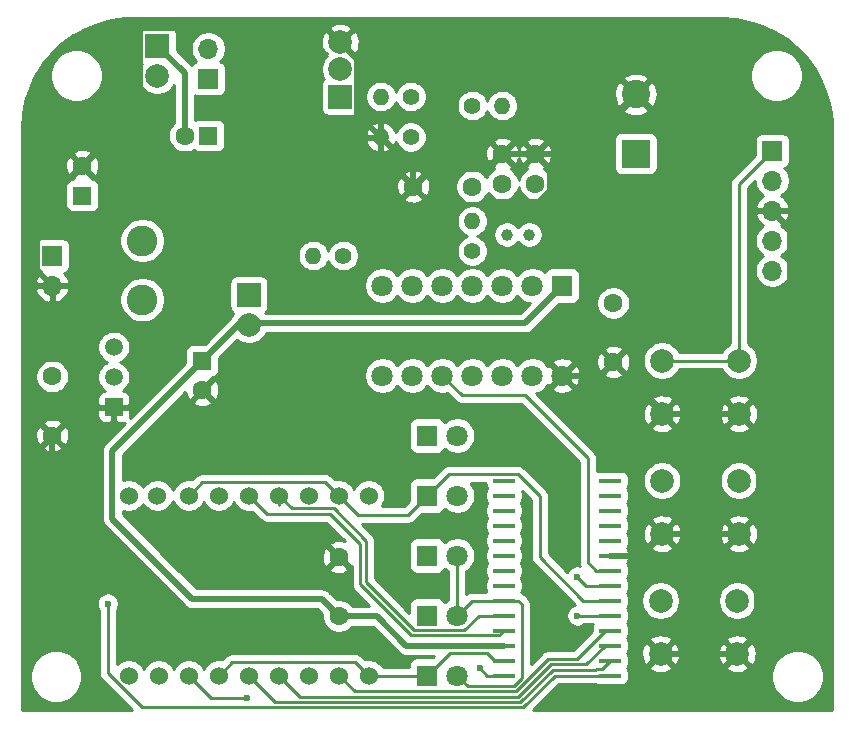
<source format=gbl>
G04 #@! TF.GenerationSoftware,KiCad,Pcbnew,(5.1.9)-1*
G04 #@! TF.CreationDate,2021-05-29T13:56:15+09:00*
G04 #@! TF.ProjectId,green_pomp4,67726565-6e5f-4706-9f6d-70342e6b6963,rev?*
G04 #@! TF.SameCoordinates,Original*
G04 #@! TF.FileFunction,Copper,L2,Bot*
G04 #@! TF.FilePolarity,Positive*
%FSLAX46Y46*%
G04 Gerber Fmt 4.6, Leading zero omitted, Abs format (unit mm)*
G04 Created by KiCad (PCBNEW (5.1.9)-1) date 2021-05-29 13:56:15*
%MOMM*%
%LPD*%
G01*
G04 APERTURE LIST*
G04 #@! TA.AperFunction,ComponentPad*
%ADD10C,1.400000*%
G04 #@! TD*
G04 #@! TA.AperFunction,ComponentPad*
%ADD11O,1.400000X1.400000*%
G04 #@! TD*
G04 #@! TA.AperFunction,ComponentPad*
%ADD12R,1.800000X1.800000*%
G04 #@! TD*
G04 #@! TA.AperFunction,ComponentPad*
%ADD13C,1.800000*%
G04 #@! TD*
G04 #@! TA.AperFunction,ComponentPad*
%ADD14C,2.600000*%
G04 #@! TD*
G04 #@! TA.AperFunction,ComponentPad*
%ADD15C,2.400000*%
G04 #@! TD*
G04 #@! TA.AperFunction,ComponentPad*
%ADD16R,2.400000X2.400000*%
G04 #@! TD*
G04 #@! TA.AperFunction,ComponentPad*
%ADD17R,2.000000X2.000000*%
G04 #@! TD*
G04 #@! TA.AperFunction,ComponentPad*
%ADD18C,2.000000*%
G04 #@! TD*
G04 #@! TA.AperFunction,ComponentPad*
%ADD19R,1.600000X1.600000*%
G04 #@! TD*
G04 #@! TA.AperFunction,ComponentPad*
%ADD20C,1.600000*%
G04 #@! TD*
G04 #@! TA.AperFunction,ComponentPad*
%ADD21R,1.700000X1.700000*%
G04 #@! TD*
G04 #@! TA.AperFunction,ComponentPad*
%ADD22O,1.700000X1.700000*%
G04 #@! TD*
G04 #@! TA.AperFunction,ComponentPad*
%ADD23C,1.524000*%
G04 #@! TD*
G04 #@! TA.AperFunction,SMDPad,CuDef*
%ADD24R,1.870000X0.400000*%
G04 #@! TD*
G04 #@! TA.AperFunction,ComponentPad*
%ADD25C,1.000000*%
G04 #@! TD*
G04 #@! TA.AperFunction,ComponentPad*
%ADD26C,1.500000*%
G04 #@! TD*
G04 #@! TA.AperFunction,ComponentPad*
%ADD27R,1.500000X1.500000*%
G04 #@! TD*
G04 #@! TA.AperFunction,ViaPad*
%ADD28C,1.200000*%
G04 #@! TD*
G04 #@! TA.AperFunction,ViaPad*
%ADD29C,0.600000*%
G04 #@! TD*
G04 #@! TA.AperFunction,Conductor*
%ADD30C,0.500000*%
G04 #@! TD*
G04 #@! TA.AperFunction,Conductor*
%ADD31C,0.250000*%
G04 #@! TD*
G04 #@! TA.AperFunction,Conductor*
%ADD32C,0.254000*%
G04 #@! TD*
G04 #@! TA.AperFunction,Conductor*
%ADD33C,0.150000*%
G04 #@! TD*
G04 APERTURE END LIST*
D10*
G04 #@! TO.P,R4,1*
G04 #@! TO.N,Net-(C10-Pad1)*
X69850000Y-38100000D03*
D11*
G04 #@! TO.P,R4,2*
G04 #@! TO.N,+5V*
X72390000Y-38100000D03*
G04 #@! TD*
D12*
G04 #@! TO.P,U4,1*
G04 #@! TO.N,+5V*
X77470000Y-53340000D03*
D13*
G04 #@! TO.P,U4,2*
G04 #@! TO.N,Net-(C3-Pad1)*
X74930000Y-53340000D03*
G04 #@! TO.P,U4,3*
G04 #@! TO.N,Net-(C4-Pad1)*
X72390000Y-53340000D03*
G04 #@! TO.P,U4,4*
G04 #@! TO.N,Net-(R6-Pad1)*
X69850000Y-53340000D03*
G04 #@! TO.P,U4,5*
G04 #@! TO.N,Net-(R1-Pad1)*
X67310000Y-53340000D03*
G04 #@! TO.P,U4,6*
G04 #@! TO.N,Net-(R5-Pad1)*
X64770000Y-53340000D03*
G04 #@! TO.P,U4,7*
G04 #@! TO.N,Net-(U4-Pad7)*
X62230000Y-53340000D03*
G04 #@! TO.P,U4,8*
G04 #@! TO.N,Net-(U4-Pad8)*
X62230000Y-60960000D03*
G04 #@! TO.P,U4,9*
G04 #@! TO.N,Net-(U3-Pad8)*
X64770000Y-60960000D03*
G04 #@! TO.P,U4,10*
G04 #@! TO.N,Net-(U3-Pad7)*
X67310000Y-60960000D03*
G04 #@! TO.P,U4,11*
G04 #@! TO.N,Net-(SW3-Pad1)*
X69850000Y-60960000D03*
G04 #@! TO.P,U4,12*
G04 #@! TO.N,Net-(J3-Pad5)*
X72390000Y-60960000D03*
G04 #@! TO.P,U4,13*
G04 #@! TO.N,Net-(J3-Pad4)*
X74930000Y-60960000D03*
G04 #@! TO.P,U4,14*
G04 #@! TO.N,GND*
X77470000Y-60960000D03*
G04 #@! TD*
D14*
G04 #@! TO.P,L1,1*
G04 #@! TO.N,+BATT*
X41910000Y-49530000D03*
G04 #@! TO.P,L1,2*
G04 #@! TO.N,Net-(D2-Pad1)*
X41910000Y-54530000D03*
G04 #@! TD*
D15*
G04 #@! TO.P,C7,2*
G04 #@! TO.N,GND*
X83693000Y-37164000D03*
D16*
G04 #@! TO.P,C7,1*
G04 #@! TO.N,+5V*
X83693000Y-42164000D03*
G04 #@! TD*
D17*
G04 #@! TO.P,D2,1*
G04 #@! TO.N,Net-(D2-Pad1)*
X50927000Y-54102000D03*
D18*
G04 #@! TO.P,D2,2*
G04 #@! TO.N,+5V*
X50927000Y-56642000D03*
G04 #@! TD*
D17*
G04 #@! TO.P,Q1,1*
G04 #@! TO.N,Net-(Q1-Pad1)*
X58674000Y-37338000D03*
D18*
G04 #@! TO.P,Q1,2*
G04 #@! TO.N,Net-(C1-Pad2)*
X58674000Y-35038000D03*
G04 #@! TO.P,Q1,3*
G04 #@! TO.N,GND*
X58674000Y-32738000D03*
G04 #@! TD*
D19*
G04 #@! TO.P,C1,1*
G04 #@! TO.N,+BATT*
X47498000Y-40640000D03*
D20*
G04 #@! TO.P,C1,2*
G04 #@! TO.N,Net-(C1-Pad2)*
X45498000Y-40640000D03*
G04 #@! TD*
D19*
G04 #@! TO.P,C2,1*
G04 #@! TO.N,+BATT*
X36830000Y-45720000D03*
D20*
G04 #@! TO.P,C2,2*
G04 #@! TO.N,GND*
X36830000Y-43220000D03*
G04 #@! TD*
G04 #@! TO.P,C5,2*
G04 #@! TO.N,+5V*
X34290000Y-61040000D03*
G04 #@! TO.P,C5,1*
G04 #@! TO.N,GND*
X34290000Y-66040000D03*
G04 #@! TD*
D19*
G04 #@! TO.P,C6,1*
G04 #@! TO.N,+5V*
X46990000Y-59690000D03*
D20*
G04 #@! TO.P,C6,2*
G04 #@! TO.N,GND*
X46990000Y-62190000D03*
G04 #@! TD*
G04 #@! TO.P,C8,1*
G04 #@! TO.N,GND*
X58547000Y-76327000D03*
G04 #@! TO.P,C8,2*
G04 #@! TO.N,+5V*
X58547000Y-81327000D03*
G04 #@! TD*
G04 #@! TO.P,C9,2*
G04 #@! TO.N,+5V*
X81788000Y-54817000D03*
G04 #@! TO.P,C9,1*
G04 #@! TO.N,GND*
X81788000Y-59817000D03*
G04 #@! TD*
G04 #@! TO.P,C10,1*
G04 #@! TO.N,Net-(C10-Pad1)*
X69850000Y-44958000D03*
G04 #@! TO.P,C10,2*
G04 #@! TO.N,GND*
X64850000Y-44958000D03*
G04 #@! TD*
D17*
G04 #@! TO.P,D1,1*
G04 #@! TO.N,Net-(C1-Pad2)*
X43180000Y-33020000D03*
D18*
G04 #@! TO.P,D1,2*
G04 #@! TO.N,+BATT*
X43180000Y-35560000D03*
G04 #@! TD*
D21*
G04 #@! TO.P,J1,1*
G04 #@! TO.N,+BATT*
X34290000Y-50800000D03*
D22*
G04 #@! TO.P,J1,2*
G04 #@! TO.N,GND*
X34290000Y-53340000D03*
G04 #@! TD*
D21*
G04 #@! TO.P,J2,1*
G04 #@! TO.N,+BATT*
X47498000Y-35814000D03*
D22*
G04 #@! TO.P,J2,2*
G04 #@! TO.N,Net-(C1-Pad2)*
X47498000Y-33274000D03*
G04 #@! TD*
D21*
G04 #@! TO.P,J3,1*
G04 #@! TO.N,Net-(C10-Pad1)*
X95250000Y-41910000D03*
D22*
G04 #@! TO.P,J3,2*
G04 #@! TO.N,+5V*
X95250000Y-44450000D03*
G04 #@! TO.P,J3,3*
G04 #@! TO.N,GND*
X95250000Y-46990000D03*
G04 #@! TO.P,J3,4*
G04 #@! TO.N,Net-(J3-Pad4)*
X95250000Y-49530000D03*
G04 #@! TO.P,J3,5*
G04 #@! TO.N,Net-(J3-Pad5)*
X95250000Y-52070000D03*
G04 #@! TD*
D12*
G04 #@! TO.P,LED1,1*
G04 #@! TO.N,Net-(LED1-Pad1)*
X66040000Y-66040000D03*
D13*
G04 #@! TO.P,LED1,2*
G04 #@! TO.N,Net-(LED1-Pad2)*
X68580000Y-66040000D03*
G04 #@! TD*
D12*
G04 #@! TO.P,LED2,1*
G04 #@! TO.N,Net-(LED2-Pad1)*
X66040000Y-71120000D03*
D13*
G04 #@! TO.P,LED2,2*
G04 #@! TO.N,Net-(LED1-Pad2)*
X68580000Y-71120000D03*
G04 #@! TD*
G04 #@! TO.P,LED3,2*
G04 #@! TO.N,Net-(LED1-Pad2)*
X68580000Y-76200000D03*
D12*
G04 #@! TO.P,LED3,1*
G04 #@! TO.N,Net-(LED3-Pad1)*
X66040000Y-76200000D03*
G04 #@! TD*
D13*
G04 #@! TO.P,LED4,2*
G04 #@! TO.N,Net-(LED1-Pad2)*
X68580000Y-81280000D03*
D12*
G04 #@! TO.P,LED4,1*
G04 #@! TO.N,Net-(LED4-Pad1)*
X66040000Y-81280000D03*
G04 #@! TD*
G04 #@! TO.P,LED5,1*
G04 #@! TO.N,Net-(LED5-Pad1)*
X66040000Y-86360000D03*
D13*
G04 #@! TO.P,LED5,2*
G04 #@! TO.N,Net-(LED1-Pad2)*
X68580000Y-86360000D03*
G04 #@! TD*
D11*
G04 #@! TO.P,R1,2*
G04 #@! TO.N,Net-(Q1-Pad1)*
X62103000Y-37338000D03*
D10*
G04 #@! TO.P,R1,1*
G04 #@! TO.N,Net-(R1-Pad1)*
X64643000Y-37338000D03*
G04 #@! TD*
G04 #@! TO.P,R2,1*
G04 #@! TO.N,Net-(R1-Pad1)*
X64643000Y-40767000D03*
D11*
G04 #@! TO.P,R2,2*
G04 #@! TO.N,GND*
X62103000Y-40767000D03*
G04 #@! TD*
G04 #@! TO.P,R5,2*
G04 #@! TO.N,+BATT*
X56388000Y-50800000D03*
D10*
G04 #@! TO.P,R5,1*
G04 #@! TO.N,Net-(R5-Pad1)*
X58928000Y-50800000D03*
G04 #@! TD*
G04 #@! TO.P,R6,1*
G04 #@! TO.N,Net-(R6-Pad1)*
X69850000Y-50419000D03*
D11*
G04 #@! TO.P,R6,2*
G04 #@! TO.N,Net-(C10-Pad1)*
X69850000Y-47879000D03*
G04 #@! TD*
D18*
G04 #@! TO.P,SW1,2*
G04 #@! TO.N,GND*
X85915500Y-64190000D03*
G04 #@! TO.P,SW1,1*
G04 #@! TO.N,Net-(C10-Pad1)*
X85915500Y-59690000D03*
G04 #@! TO.P,SW1,2*
G04 #@! TO.N,GND*
X92415500Y-64190000D03*
G04 #@! TO.P,SW1,1*
G04 #@! TO.N,Net-(C10-Pad1)*
X92415500Y-59690000D03*
G04 #@! TD*
G04 #@! TO.P,SW2,1*
G04 #@! TO.N,Net-(J3-Pad5)*
X92415500Y-69850000D03*
G04 #@! TO.P,SW2,2*
G04 #@! TO.N,GND*
X92415500Y-74350000D03*
G04 #@! TO.P,SW2,1*
G04 #@! TO.N,Net-(J3-Pad5)*
X85915500Y-69850000D03*
G04 #@! TO.P,SW2,2*
G04 #@! TO.N,GND*
X85915500Y-74350000D03*
G04 #@! TD*
G04 #@! TO.P,SW3,2*
G04 #@! TO.N,GND*
X85788500Y-84510000D03*
G04 #@! TO.P,SW3,1*
G04 #@! TO.N,Net-(SW3-Pad1)*
X85788500Y-80010000D03*
G04 #@! TO.P,SW3,2*
G04 #@! TO.N,GND*
X92288500Y-84510000D03*
G04 #@! TO.P,SW3,1*
G04 #@! TO.N,Net-(SW3-Pad1)*
X92288500Y-80010000D03*
G04 #@! TD*
D23*
G04 #@! TO.P,U1,14*
G04 #@! TO.N,Net-(U1-Pad14)*
X50927000Y-71120000D03*
G04 #@! TO.P,U1,15*
G04 #@! TO.N,Net-(LED3-Pad1)*
X48387000Y-71120000D03*
G04 #@! TO.P,U1,16*
G04 #@! TO.N,Net-(LED2-Pad1)*
X45847000Y-71120000D03*
G04 #@! TO.P,U1,17*
G04 #@! TO.N,Net-(LED4-Pad1)*
X43180000Y-71120000D03*
G04 #@! TO.P,U1,18*
G04 #@! TO.N,Net-(LED1-Pad1)*
X40767000Y-71120000D03*
G04 #@! TO.P,U1,13*
G04 #@! TO.N,Net-(U1-Pad13)*
X53467000Y-71120000D03*
G04 #@! TO.P,U1,12*
G04 #@! TO.N,Net-(LED1-Pad1)*
X56007000Y-71120000D03*
G04 #@! TO.P,U1,11*
G04 #@! TO.N,Net-(LED2-Pad1)*
X58547000Y-71120000D03*
G04 #@! TO.P,U1,10*
G04 #@! TO.N,Net-(LED3-Pad1)*
X61087000Y-71120000D03*
G04 #@! TO.P,U1,5*
G04 #@! TO.N,Net-(U1-Pad1)*
X50927000Y-86360000D03*
G04 #@! TO.P,U1,4*
G04 #@! TO.N,Net-(LED5-Pad1)*
X48387000Y-86360000D03*
G04 #@! TO.P,U1,3*
G04 #@! TO.N,Net-(U1-Pad3)*
X45847000Y-86360000D03*
G04 #@! TO.P,U1,2*
G04 #@! TO.N,Net-(U1-Pad2)*
X43307000Y-86360000D03*
G04 #@! TO.P,U1,1*
G04 #@! TO.N,Net-(U1-Pad1)*
X40767000Y-86360000D03*
G04 #@! TO.P,U1,6*
G04 #@! TO.N,Net-(U1-Pad2)*
X53467000Y-86360000D03*
G04 #@! TO.P,U1,7*
G04 #@! TO.N,Net-(LED4-Pad1)*
X56007000Y-86360000D03*
G04 #@! TO.P,U1,8*
G04 #@! TO.N,Net-(U1-Pad3)*
X58547000Y-86360000D03*
G04 #@! TO.P,U1,9*
G04 #@! TO.N,Net-(LED5-Pad1)*
X61087000Y-86360000D03*
G04 #@! TD*
D24*
G04 #@! TO.P,U3,1*
G04 #@! TO.N,Net-(U3-Pad1)*
X81534000Y-69850000D03*
G04 #@! TO.P,U3,2*
G04 #@! TO.N,Net-(U3-Pad2)*
X81534000Y-71120000D03*
G04 #@! TO.P,U3,3*
G04 #@! TO.N,Net-(U3-Pad3)*
X81534000Y-72390000D03*
G04 #@! TO.P,U3,4*
G04 #@! TO.N,Net-(U3-Pad4)*
X81534000Y-73660000D03*
G04 #@! TO.P,U3,5*
G04 #@! TO.N,Net-(U3-Pad5)*
X81534000Y-74930000D03*
G04 #@! TO.P,U3,6*
G04 #@! TO.N,GND*
X81534000Y-76200000D03*
G04 #@! TO.P,U3,7*
G04 #@! TO.N,Net-(U3-Pad7)*
X81534000Y-77470000D03*
G04 #@! TO.P,U3,8*
G04 #@! TO.N,Net-(U3-Pad8)*
X81534000Y-78740000D03*
G04 #@! TO.P,U3,9*
G04 #@! TO.N,Net-(LED2-Pad1)*
X81534000Y-80010000D03*
G04 #@! TO.P,U3,10*
G04 #@! TO.N,Net-(LED3-Pad1)*
X81534000Y-81280000D03*
G04 #@! TO.P,U3,11*
G04 #@! TO.N,Net-(U1-Pad3)*
X81534000Y-82550000D03*
G04 #@! TO.P,U3,12*
G04 #@! TO.N,Net-(U1-Pad2)*
X81534000Y-83820000D03*
G04 #@! TO.P,U3,13*
G04 #@! TO.N,Net-(U1-Pad1)*
X81534000Y-85090000D03*
G04 #@! TO.P,U3,14*
G04 #@! TO.N,Net-(LED1-Pad1)*
X81534000Y-86360000D03*
G04 #@! TO.P,U3,15*
G04 #@! TO.N,Net-(LED4-Pad1)*
X72534000Y-86360000D03*
G04 #@! TO.P,U3,16*
G04 #@! TO.N,Net-(LED5-Pad1)*
X72534000Y-85090000D03*
G04 #@! TO.P,U3,17*
G04 #@! TO.N,+5V*
X72534000Y-83820000D03*
G04 #@! TO.P,U3,18*
G04 #@! TO.N,Net-(U1-Pad14)*
X72534000Y-82550000D03*
G04 #@! TO.P,U3,19*
G04 #@! TO.N,Net-(U1-Pad13)*
X72534000Y-81280000D03*
G04 #@! TO.P,U3,20*
G04 #@! TO.N,Net-(LED1-Pad2)*
X72534000Y-80010000D03*
G04 #@! TO.P,U3,21*
G04 #@! TO.N,Net-(U3-Pad21)*
X72534000Y-78740000D03*
G04 #@! TO.P,U3,22*
G04 #@! TO.N,Net-(U3-Pad22)*
X72534000Y-77470000D03*
G04 #@! TO.P,U3,23*
G04 #@! TO.N,Net-(U3-Pad23)*
X72534000Y-76200000D03*
G04 #@! TO.P,U3,24*
G04 #@! TO.N,Net-(U3-Pad24)*
X72534000Y-74930000D03*
G04 #@! TO.P,U3,25*
G04 #@! TO.N,Net-(U3-Pad25)*
X72534000Y-73660000D03*
G04 #@! TO.P,U3,26*
G04 #@! TO.N,Net-(U3-Pad26)*
X72534000Y-72390000D03*
G04 #@! TO.P,U3,27*
G04 #@! TO.N,Net-(U3-Pad27)*
X72534000Y-71120000D03*
G04 #@! TO.P,U3,28*
G04 #@! TO.N,Net-(U3-Pad28)*
X72534000Y-69850000D03*
G04 #@! TD*
D25*
G04 #@! TO.P,Y1,1*
G04 #@! TO.N,Net-(C3-Pad1)*
X74676000Y-49022000D03*
G04 #@! TO.P,Y1,2*
G04 #@! TO.N,Net-(C4-Pad1)*
X72776000Y-49022000D03*
G04 #@! TD*
D26*
G04 #@! TO.P,U2,2*
G04 #@! TO.N,+5V*
X39497000Y-61087000D03*
G04 #@! TO.P,U2,3*
G04 #@! TO.N,Net-(D2-Pad1)*
X39497000Y-58547000D03*
D27*
G04 #@! TO.P,U2,1*
G04 #@! TO.N,GND*
X39497000Y-63627000D03*
G04 #@! TD*
D20*
G04 #@! TO.P,C3,1*
G04 #@! TO.N,Net-(C3-Pad1)*
X75184000Y-44704000D03*
G04 #@! TO.P,C3,2*
G04 #@! TO.N,GND*
X75184000Y-42204000D03*
G04 #@! TD*
G04 #@! TO.P,C4,2*
G04 #@! TO.N,GND*
X72390000Y-42204000D03*
G04 #@! TO.P,C4,1*
G04 #@! TO.N,Net-(C4-Pad1)*
X72390000Y-44704000D03*
G04 #@! TD*
D28*
G04 #@! TO.N,GND*
X62738000Y-78105000D03*
X71374000Y-46482000D03*
X45974000Y-81280000D03*
D29*
X76200000Y-82931000D03*
X62865000Y-68580000D03*
G04 #@! TO.N,Net-(U1-Pad3)*
X50800000Y-88265000D03*
G04 #@! TO.N,Net-(U3-Pad8)*
X78740000Y-77977998D03*
G04 #@! TO.N,Net-(LED1-Pad1)*
X38989001Y-80264001D03*
G04 #@! TO.N,Net-(LED3-Pad1)*
X78740000Y-81280000D03*
G04 #@! TO.N,Net-(LED4-Pad1)*
X70485008Y-85725000D03*
G04 #@! TD*
D30*
G04 #@! TO.N,+5V*
X50165000Y-56515000D02*
X46990000Y-59690000D01*
X74295000Y-56515000D02*
X50165000Y-56515000D01*
X77470000Y-53340000D02*
X74295000Y-56515000D01*
G04 #@! TO.N,Net-(C1-Pad2)*
X45498000Y-35338000D02*
X43180000Y-33020000D01*
X45498000Y-40640000D02*
X45498000Y-35338000D01*
G04 #@! TO.N,GND*
X85915500Y-64190000D02*
X92415500Y-64190000D01*
X85915500Y-74350000D02*
X92415500Y-74350000D01*
X92288500Y-84510000D02*
X85788500Y-84510000D01*
X84065500Y-76200000D02*
X85915500Y-74350000D01*
X81534000Y-76200000D02*
X84065500Y-76200000D01*
X32989999Y-52039999D02*
X34290000Y-53340000D01*
X32989999Y-47060001D02*
X32989999Y-52039999D01*
X36830000Y-43220000D02*
X32989999Y-47060001D01*
X93980000Y-75914500D02*
X92415500Y-74350000D01*
X93980000Y-82818500D02*
X93980000Y-75914500D01*
X92288500Y-84510000D02*
X93980000Y-82818500D01*
X94107000Y-65881500D02*
X92415500Y-64190000D01*
X94107000Y-72658500D02*
X94107000Y-65881500D01*
X92415500Y-74350000D02*
X94107000Y-72658500D01*
D31*
G04 #@! TO.N,Net-(C10-Pad1)*
X85915500Y-59690000D02*
X92415500Y-59690000D01*
G04 #@! TO.N,Net-(D2-Pad1)*
X42338000Y-54102000D02*
X41910000Y-54530000D01*
G04 #@! TO.N,Net-(LED1-Pad2)*
X69850000Y-80010000D02*
X72534000Y-80010000D01*
X68580000Y-81280000D02*
X69850000Y-80010000D01*
X73719000Y-80010000D02*
X72534000Y-80010000D01*
X74041000Y-80332000D02*
X73719000Y-80010000D01*
X74041000Y-86573002D02*
X74041000Y-80332000D01*
X73354003Y-87259999D02*
X74041000Y-86573002D01*
X69479999Y-87259999D02*
X73354003Y-87259999D01*
X68580000Y-86360000D02*
X69479999Y-87259999D01*
X68580000Y-76200000D02*
X68580000Y-81280000D01*
D30*
G04 #@! TO.N,+5V*
X39370000Y-67310000D02*
X46990000Y-59690000D01*
X46158551Y-79872582D02*
X39370000Y-73084031D01*
X39370000Y-73084031D02*
X39370000Y-67310000D01*
X58547000Y-81327000D02*
X57092582Y-79872582D01*
X57092582Y-79872582D02*
X46158551Y-79872582D01*
X64262000Y-83820000D02*
X72534000Y-83820000D01*
X61769000Y-81327000D02*
X64262000Y-83820000D01*
X58547000Y-81327000D02*
X61769000Y-81327000D01*
G04 #@! TO.N,GND*
X72390000Y-42204000D02*
X75184000Y-42204000D01*
X66804001Y-43003999D02*
X64850000Y-44958000D01*
X71590001Y-43003999D02*
X66804001Y-43003999D01*
X72390000Y-42204000D02*
X71590001Y-43003999D01*
X80645000Y-60960000D02*
X81788000Y-59817000D01*
X77470000Y-60960000D02*
X80645000Y-60960000D01*
X85915500Y-63944500D02*
X85915500Y-64190000D01*
X81788000Y-59817000D02*
X85915500Y-63944500D01*
X78653000Y-42204000D02*
X83693000Y-37164000D01*
X75184000Y-42204000D02*
X78653000Y-42204000D01*
X96774000Y-59831500D02*
X92415500Y-64190000D01*
X96774000Y-48514000D02*
X96774000Y-59831500D01*
X95250000Y-46990000D02*
X96774000Y-48514000D01*
X41729999Y-31659999D02*
X41729999Y-38320001D01*
X41819999Y-31569999D02*
X41729999Y-31659999D01*
X41729999Y-38320001D02*
X36830000Y-43220000D01*
X57505999Y-31569999D02*
X41819999Y-31569999D01*
X58674000Y-32738000D02*
X57505999Y-31569999D01*
X71100001Y-46208001D02*
X71374000Y-46482000D01*
X76434001Y-43454001D02*
X75184000Y-42204000D01*
X76434001Y-45304001D02*
X76434001Y-43454001D01*
X75256002Y-46482000D02*
X76434001Y-45304001D01*
X71374000Y-46482000D02*
X75256002Y-46482000D01*
D31*
G04 #@! TO.N,Net-(C10-Pad1)*
X92415500Y-44744500D02*
X92415500Y-59690000D01*
X95250000Y-41910000D02*
X92415500Y-44744500D01*
D30*
G04 #@! TO.N,GND*
X64850000Y-43514000D02*
X62103000Y-40767000D01*
X64850000Y-44958000D02*
X64850000Y-43514000D01*
X60124001Y-34188001D02*
X58674000Y-32738000D01*
X60124001Y-38788001D02*
X60124001Y-34188001D01*
X62103000Y-40767000D02*
X60124001Y-38788001D01*
X34290000Y-69596000D02*
X45974000Y-81280000D01*
X34290000Y-66040000D02*
X34290000Y-69596000D01*
D31*
G04 #@! TO.N,Net-(U1-Pad14)*
X51435000Y-71120000D02*
X50927000Y-71120000D01*
X72128989Y-82955011D02*
X72534000Y-82550000D01*
X64693599Y-82955011D02*
X72128989Y-82955011D01*
X60382991Y-75241991D02*
X60382991Y-78644403D01*
X57798011Y-72657011D02*
X60382991Y-75241991D01*
X60382991Y-78644403D02*
X64693599Y-82955011D01*
X52464011Y-72657011D02*
X57798011Y-72657011D01*
X50927000Y-71120000D02*
X52464011Y-72657011D01*
G04 #@! TO.N,Net-(U1-Pad13)*
X53467000Y-71882000D02*
X53467000Y-71120000D01*
X54554001Y-72207001D02*
X53467000Y-71120000D01*
X58110001Y-72207001D02*
X54554001Y-72207001D01*
X60833000Y-74930000D02*
X58110001Y-72207001D01*
X60833000Y-78458002D02*
X60833000Y-74930000D01*
X64879999Y-82505001D02*
X60833000Y-78458002D01*
X69168001Y-82505001D02*
X64879999Y-82505001D01*
X70393002Y-81280000D02*
X69168001Y-82505001D01*
X72534000Y-81280000D02*
X70393002Y-81280000D01*
G04 #@! TO.N,Net-(U1-Pad1)*
X53177029Y-88610029D02*
X50927000Y-86360000D01*
X73913203Y-88610029D02*
X53177029Y-88610029D01*
X76671232Y-85852000D02*
X73913203Y-88610029D01*
X80321998Y-85852000D02*
X76671232Y-85852000D01*
X80338999Y-85834999D02*
X80321998Y-85852000D01*
X80789001Y-85834999D02*
X80338999Y-85834999D01*
X81534000Y-85090000D02*
X80789001Y-85834999D01*
G04 #@! TO.N,Net-(U1-Pad3)*
X47752000Y-88265000D02*
X50800000Y-88265000D01*
X45847000Y-86360000D02*
X47752000Y-88265000D01*
X59897009Y-87710009D02*
X58547000Y-86360000D01*
X73540403Y-87710009D02*
X59897009Y-87710009D01*
X76298432Y-84951980D02*
X73540403Y-87710009D01*
X78682018Y-84951980D02*
X76298432Y-84951980D01*
X81083998Y-82550000D02*
X78682018Y-84951980D01*
X81534000Y-82550000D02*
X81083998Y-82550000D01*
G04 #@! TO.N,Net-(U1-Pad2)*
X81534000Y-83820000D02*
X81280000Y-83820000D01*
X55267019Y-88160019D02*
X53467000Y-86360000D01*
X73726803Y-88160019D02*
X55267019Y-88160019D01*
X79502008Y-85401990D02*
X76484832Y-85401990D01*
X76484832Y-85401990D02*
X73726803Y-88160019D01*
X81083998Y-83820000D02*
X79502008Y-85401990D01*
X81534000Y-83820000D02*
X81083998Y-83820000D01*
G04 #@! TO.N,Net-(U3-Pad7)*
X80349000Y-77470000D02*
X81534000Y-77470000D01*
X79629000Y-76750000D02*
X80349000Y-77470000D01*
X79629000Y-67945000D02*
X79629000Y-76750000D01*
X74295000Y-62611000D02*
X79629000Y-67945000D01*
X68961000Y-62611000D02*
X74295000Y-62611000D01*
X67310000Y-60960000D02*
X68961000Y-62611000D01*
G04 #@! TO.N,Net-(U3-Pad8)*
X79502002Y-78740000D02*
X78740000Y-77977998D01*
X81280000Y-78740000D02*
X79502002Y-78740000D01*
G04 #@! TO.N,Net-(LED1-Pad1)*
X38989000Y-86149262D02*
X38989001Y-82379735D01*
X41899777Y-89060039D02*
X38989000Y-86149262D01*
X38989001Y-82379735D02*
X38989001Y-80264001D01*
X74134961Y-89060039D02*
X41899777Y-89060039D01*
X76835000Y-86360000D02*
X74134961Y-89060039D01*
X81534000Y-86360000D02*
X76835000Y-86360000D01*
G04 #@! TO.N,Net-(LED2-Pad1)*
X46990000Y-69977000D02*
X45847000Y-71120000D01*
X57404000Y-69977000D02*
X46990000Y-69977000D01*
X58547000Y-71120000D02*
X57404000Y-69977000D01*
X67835001Y-69324999D02*
X66040000Y-71120000D01*
X73729001Y-69324999D02*
X67835001Y-69324999D01*
X75565000Y-71160998D02*
X73729001Y-69324999D01*
X75565000Y-76327000D02*
X75565000Y-71160998D01*
X79248000Y-80010000D02*
X75565000Y-76327000D01*
X81534000Y-80010000D02*
X79248000Y-80010000D01*
X60198000Y-72771000D02*
X58547000Y-71120000D01*
X64389000Y-72771000D02*
X60198000Y-72771000D01*
X66040000Y-71120000D02*
X64389000Y-72771000D01*
G04 #@! TO.N,Net-(LED3-Pad1)*
X78740000Y-81280000D02*
X81534000Y-81280000D01*
G04 #@! TO.N,Net-(LED4-Pad1)*
X70485000Y-85725008D02*
X70485008Y-85725000D01*
X71120008Y-86360000D02*
X70485008Y-85725000D01*
X72534000Y-86360000D02*
X71120008Y-86360000D01*
G04 #@! TO.N,Net-(LED5-Pad1)*
X66040000Y-86360000D02*
X61087000Y-86360000D01*
X66040000Y-86360000D02*
X67945000Y-84455000D01*
X67945000Y-84455000D02*
X71120000Y-84455000D01*
X71120000Y-84455000D02*
X71755000Y-85090000D01*
X49530000Y-85217000D02*
X48387000Y-86360000D01*
X59944000Y-85217000D02*
X49530000Y-85217000D01*
X61087000Y-86360000D02*
X59944000Y-85217000D01*
G04 #@! TD*
D32*
G04 #@! TO.N,GND*
X92164170Y-30784647D02*
X93309981Y-31003222D01*
X94419362Y-31363682D01*
X95474813Y-31860339D01*
X96459703Y-32485370D01*
X97358480Y-33228903D01*
X98156987Y-34079228D01*
X98842621Y-35022922D01*
X99404575Y-36045110D01*
X99833979Y-37129662D01*
X100124071Y-38259494D01*
X100271669Y-39427864D01*
X100290000Y-40011165D01*
X100290001Y-89290000D01*
X74979801Y-89290000D01*
X77149802Y-87120000D01*
X80299627Y-87120000D01*
X80354820Y-87149502D01*
X80474518Y-87185812D01*
X80599000Y-87198072D01*
X82469000Y-87198072D01*
X82593482Y-87185812D01*
X82713180Y-87149502D01*
X82823494Y-87090537D01*
X82920185Y-87011185D01*
X82999537Y-86914494D01*
X83058502Y-86804180D01*
X83094812Y-86684482D01*
X83107072Y-86560000D01*
X83107072Y-86203372D01*
X95174000Y-86203372D01*
X95174000Y-86643628D01*
X95259890Y-87075425D01*
X95428369Y-87482169D01*
X95672962Y-87848229D01*
X95984271Y-88159538D01*
X96350331Y-88404131D01*
X96757075Y-88572610D01*
X97188872Y-88658500D01*
X97629128Y-88658500D01*
X98060925Y-88572610D01*
X98467669Y-88404131D01*
X98833729Y-88159538D01*
X99145038Y-87848229D01*
X99389631Y-87482169D01*
X99558110Y-87075425D01*
X99644000Y-86643628D01*
X99644000Y-86203372D01*
X99558110Y-85771575D01*
X99389631Y-85364831D01*
X99145038Y-84998771D01*
X98833729Y-84687462D01*
X98467669Y-84442869D01*
X98060925Y-84274390D01*
X97629128Y-84188500D01*
X97188872Y-84188500D01*
X96757075Y-84274390D01*
X96350331Y-84442869D01*
X95984271Y-84687462D01*
X95672962Y-84998771D01*
X95428369Y-85364831D01*
X95259890Y-85771575D01*
X95174000Y-86203372D01*
X83107072Y-86203372D01*
X83107072Y-86160000D01*
X83094812Y-86035518D01*
X83058502Y-85915820D01*
X82999537Y-85805506D01*
X82933468Y-85725000D01*
X82998782Y-85645413D01*
X84832692Y-85645413D01*
X84928456Y-85909814D01*
X85218071Y-86050704D01*
X85529608Y-86132384D01*
X85851095Y-86151718D01*
X86170175Y-86107961D01*
X86474588Y-86002795D01*
X86648544Y-85909814D01*
X86744308Y-85645413D01*
X91332692Y-85645413D01*
X91428456Y-85909814D01*
X91718071Y-86050704D01*
X92029608Y-86132384D01*
X92351095Y-86151718D01*
X92670175Y-86107961D01*
X92974588Y-86002795D01*
X93148544Y-85909814D01*
X93244308Y-85645413D01*
X92288500Y-84689605D01*
X91332692Y-85645413D01*
X86744308Y-85645413D01*
X85788500Y-84689605D01*
X84832692Y-85645413D01*
X82998782Y-85645413D01*
X82999537Y-85644494D01*
X83058502Y-85534180D01*
X83094812Y-85414482D01*
X83107072Y-85290000D01*
X83107072Y-84890000D01*
X83094812Y-84765518D01*
X83058502Y-84645820D01*
X83019362Y-84572595D01*
X84146782Y-84572595D01*
X84190539Y-84891675D01*
X84295705Y-85196088D01*
X84388686Y-85370044D01*
X84653087Y-85465808D01*
X85608895Y-84510000D01*
X85968105Y-84510000D01*
X86923913Y-85465808D01*
X87188314Y-85370044D01*
X87329204Y-85080429D01*
X87410884Y-84768892D01*
X87422689Y-84572595D01*
X90646782Y-84572595D01*
X90690539Y-84891675D01*
X90795705Y-85196088D01*
X90888686Y-85370044D01*
X91153087Y-85465808D01*
X92108895Y-84510000D01*
X92468105Y-84510000D01*
X93423913Y-85465808D01*
X93688314Y-85370044D01*
X93829204Y-85080429D01*
X93910884Y-84768892D01*
X93930218Y-84447405D01*
X93886461Y-84128325D01*
X93781295Y-83823912D01*
X93688314Y-83649956D01*
X93423913Y-83554192D01*
X92468105Y-84510000D01*
X92108895Y-84510000D01*
X91153087Y-83554192D01*
X90888686Y-83649956D01*
X90747796Y-83939571D01*
X90666116Y-84251108D01*
X90646782Y-84572595D01*
X87422689Y-84572595D01*
X87430218Y-84447405D01*
X87386461Y-84128325D01*
X87281295Y-83823912D01*
X87188314Y-83649956D01*
X86923913Y-83554192D01*
X85968105Y-84510000D01*
X85608895Y-84510000D01*
X84653087Y-83554192D01*
X84388686Y-83649956D01*
X84247796Y-83939571D01*
X84166116Y-84251108D01*
X84146782Y-84572595D01*
X83019362Y-84572595D01*
X82999537Y-84535506D01*
X82933468Y-84455000D01*
X82999537Y-84374494D01*
X83058502Y-84264180D01*
X83094812Y-84144482D01*
X83107072Y-84020000D01*
X83107072Y-83620000D01*
X83094812Y-83495518D01*
X83058502Y-83375820D01*
X83057843Y-83374587D01*
X84832692Y-83374587D01*
X85788500Y-84330395D01*
X86744308Y-83374587D01*
X91332692Y-83374587D01*
X92288500Y-84330395D01*
X93244308Y-83374587D01*
X93148544Y-83110186D01*
X92858929Y-82969296D01*
X92547392Y-82887616D01*
X92225905Y-82868282D01*
X91906825Y-82912039D01*
X91602412Y-83017205D01*
X91428456Y-83110186D01*
X91332692Y-83374587D01*
X86744308Y-83374587D01*
X86648544Y-83110186D01*
X86358929Y-82969296D01*
X86047392Y-82887616D01*
X85725905Y-82868282D01*
X85406825Y-82912039D01*
X85102412Y-83017205D01*
X84928456Y-83110186D01*
X84832692Y-83374587D01*
X83057843Y-83374587D01*
X82999537Y-83265506D01*
X82933468Y-83185000D01*
X82999537Y-83104494D01*
X83058502Y-82994180D01*
X83094812Y-82874482D01*
X83107072Y-82750000D01*
X83107072Y-82350000D01*
X83094812Y-82225518D01*
X83058502Y-82105820D01*
X82999537Y-81995506D01*
X82933468Y-81915000D01*
X82999537Y-81834494D01*
X83058502Y-81724180D01*
X83094812Y-81604482D01*
X83107072Y-81480000D01*
X83107072Y-81080000D01*
X83094812Y-80955518D01*
X83058502Y-80835820D01*
X82999537Y-80725506D01*
X82933468Y-80645000D01*
X82999537Y-80564494D01*
X83058502Y-80454180D01*
X83094812Y-80334482D01*
X83107072Y-80210000D01*
X83107072Y-79848967D01*
X84153500Y-79848967D01*
X84153500Y-80171033D01*
X84216332Y-80486912D01*
X84339582Y-80784463D01*
X84518513Y-81052252D01*
X84746248Y-81279987D01*
X85014037Y-81458918D01*
X85311588Y-81582168D01*
X85627467Y-81645000D01*
X85949533Y-81645000D01*
X86265412Y-81582168D01*
X86562963Y-81458918D01*
X86830752Y-81279987D01*
X87058487Y-81052252D01*
X87237418Y-80784463D01*
X87360668Y-80486912D01*
X87423500Y-80171033D01*
X87423500Y-79848967D01*
X90653500Y-79848967D01*
X90653500Y-80171033D01*
X90716332Y-80486912D01*
X90839582Y-80784463D01*
X91018513Y-81052252D01*
X91246248Y-81279987D01*
X91514037Y-81458918D01*
X91811588Y-81582168D01*
X92127467Y-81645000D01*
X92449533Y-81645000D01*
X92765412Y-81582168D01*
X93062963Y-81458918D01*
X93330752Y-81279987D01*
X93558487Y-81052252D01*
X93737418Y-80784463D01*
X93860668Y-80486912D01*
X93923500Y-80171033D01*
X93923500Y-79848967D01*
X93860668Y-79533088D01*
X93737418Y-79235537D01*
X93558487Y-78967748D01*
X93330752Y-78740013D01*
X93062963Y-78561082D01*
X92765412Y-78437832D01*
X92449533Y-78375000D01*
X92127467Y-78375000D01*
X91811588Y-78437832D01*
X91514037Y-78561082D01*
X91246248Y-78740013D01*
X91018513Y-78967748D01*
X90839582Y-79235537D01*
X90716332Y-79533088D01*
X90653500Y-79848967D01*
X87423500Y-79848967D01*
X87360668Y-79533088D01*
X87237418Y-79235537D01*
X87058487Y-78967748D01*
X86830752Y-78740013D01*
X86562963Y-78561082D01*
X86265412Y-78437832D01*
X85949533Y-78375000D01*
X85627467Y-78375000D01*
X85311588Y-78437832D01*
X85014037Y-78561082D01*
X84746248Y-78740013D01*
X84518513Y-78967748D01*
X84339582Y-79235537D01*
X84216332Y-79533088D01*
X84153500Y-79848967D01*
X83107072Y-79848967D01*
X83107072Y-79810000D01*
X83094812Y-79685518D01*
X83058502Y-79565820D01*
X82999537Y-79455506D01*
X82933468Y-79375000D01*
X82999537Y-79294494D01*
X83058502Y-79184180D01*
X83094812Y-79064482D01*
X83107072Y-78940000D01*
X83107072Y-78540000D01*
X83094812Y-78415518D01*
X83058502Y-78295820D01*
X82999537Y-78185506D01*
X82933468Y-78105000D01*
X82999537Y-78024494D01*
X83058502Y-77914180D01*
X83094812Y-77794482D01*
X83107072Y-77670000D01*
X83107072Y-77270000D01*
X83094812Y-77145518D01*
X83058502Y-77025820D01*
X82999537Y-76915506D01*
X82933160Y-76834626D01*
X82995002Y-76761189D01*
X83055360Y-76651631D01*
X83093184Y-76532403D01*
X83104000Y-76431750D01*
X82945250Y-76273000D01*
X81661000Y-76273000D01*
X81661000Y-76347000D01*
X81407000Y-76347000D01*
X81407000Y-76273000D01*
X81387000Y-76273000D01*
X81387000Y-76127000D01*
X81407000Y-76127000D01*
X81407000Y-76053000D01*
X81661000Y-76053000D01*
X81661000Y-76127000D01*
X82945250Y-76127000D01*
X83104000Y-75968250D01*
X83093184Y-75867597D01*
X83055360Y-75748369D01*
X82995002Y-75638811D01*
X82933160Y-75565374D01*
X82998782Y-75485413D01*
X84959692Y-75485413D01*
X85055456Y-75749814D01*
X85345071Y-75890704D01*
X85656608Y-75972384D01*
X85978095Y-75991718D01*
X86297175Y-75947961D01*
X86601588Y-75842795D01*
X86775544Y-75749814D01*
X86871308Y-75485413D01*
X91459692Y-75485413D01*
X91555456Y-75749814D01*
X91845071Y-75890704D01*
X92156608Y-75972384D01*
X92478095Y-75991718D01*
X92797175Y-75947961D01*
X93101588Y-75842795D01*
X93275544Y-75749814D01*
X93371308Y-75485413D01*
X92415500Y-74529605D01*
X91459692Y-75485413D01*
X86871308Y-75485413D01*
X85915500Y-74529605D01*
X84959692Y-75485413D01*
X82998782Y-75485413D01*
X82999537Y-75484494D01*
X83058502Y-75374180D01*
X83094812Y-75254482D01*
X83107072Y-75130000D01*
X83107072Y-74730000D01*
X83094812Y-74605518D01*
X83058502Y-74485820D01*
X83019362Y-74412595D01*
X84273782Y-74412595D01*
X84317539Y-74731675D01*
X84422705Y-75036088D01*
X84515686Y-75210044D01*
X84780087Y-75305808D01*
X85735895Y-74350000D01*
X86095105Y-74350000D01*
X87050913Y-75305808D01*
X87315314Y-75210044D01*
X87456204Y-74920429D01*
X87537884Y-74608892D01*
X87549689Y-74412595D01*
X90773782Y-74412595D01*
X90817539Y-74731675D01*
X90922705Y-75036088D01*
X91015686Y-75210044D01*
X91280087Y-75305808D01*
X92235895Y-74350000D01*
X92595105Y-74350000D01*
X93550913Y-75305808D01*
X93815314Y-75210044D01*
X93956204Y-74920429D01*
X94037884Y-74608892D01*
X94057218Y-74287405D01*
X94013461Y-73968325D01*
X93908295Y-73663912D01*
X93815314Y-73489956D01*
X93550913Y-73394192D01*
X92595105Y-74350000D01*
X92235895Y-74350000D01*
X91280087Y-73394192D01*
X91015686Y-73489956D01*
X90874796Y-73779571D01*
X90793116Y-74091108D01*
X90773782Y-74412595D01*
X87549689Y-74412595D01*
X87557218Y-74287405D01*
X87513461Y-73968325D01*
X87408295Y-73663912D01*
X87315314Y-73489956D01*
X87050913Y-73394192D01*
X86095105Y-74350000D01*
X85735895Y-74350000D01*
X84780087Y-73394192D01*
X84515686Y-73489956D01*
X84374796Y-73779571D01*
X84293116Y-74091108D01*
X84273782Y-74412595D01*
X83019362Y-74412595D01*
X82999537Y-74375506D01*
X82933468Y-74295000D01*
X82999537Y-74214494D01*
X83058502Y-74104180D01*
X83094812Y-73984482D01*
X83107072Y-73860000D01*
X83107072Y-73460000D01*
X83094812Y-73335518D01*
X83058502Y-73215820D01*
X83057843Y-73214587D01*
X84959692Y-73214587D01*
X85915500Y-74170395D01*
X86871308Y-73214587D01*
X91459692Y-73214587D01*
X92415500Y-74170395D01*
X93371308Y-73214587D01*
X93275544Y-72950186D01*
X92985929Y-72809296D01*
X92674392Y-72727616D01*
X92352905Y-72708282D01*
X92033825Y-72752039D01*
X91729412Y-72857205D01*
X91555456Y-72950186D01*
X91459692Y-73214587D01*
X86871308Y-73214587D01*
X86775544Y-72950186D01*
X86485929Y-72809296D01*
X86174392Y-72727616D01*
X85852905Y-72708282D01*
X85533825Y-72752039D01*
X85229412Y-72857205D01*
X85055456Y-72950186D01*
X84959692Y-73214587D01*
X83057843Y-73214587D01*
X82999537Y-73105506D01*
X82933468Y-73025000D01*
X82999537Y-72944494D01*
X83058502Y-72834180D01*
X83094812Y-72714482D01*
X83107072Y-72590000D01*
X83107072Y-72190000D01*
X83094812Y-72065518D01*
X83058502Y-71945820D01*
X82999537Y-71835506D01*
X82933468Y-71755000D01*
X82999537Y-71674494D01*
X83058502Y-71564180D01*
X83094812Y-71444482D01*
X83107072Y-71320000D01*
X83107072Y-70920000D01*
X83094812Y-70795518D01*
X83058502Y-70675820D01*
X82999537Y-70565506D01*
X82933468Y-70485000D01*
X82999537Y-70404494D01*
X83058502Y-70294180D01*
X83094812Y-70174482D01*
X83107072Y-70050000D01*
X83107072Y-69688967D01*
X84280500Y-69688967D01*
X84280500Y-70011033D01*
X84343332Y-70326912D01*
X84466582Y-70624463D01*
X84645513Y-70892252D01*
X84873248Y-71119987D01*
X85141037Y-71298918D01*
X85438588Y-71422168D01*
X85754467Y-71485000D01*
X86076533Y-71485000D01*
X86392412Y-71422168D01*
X86689963Y-71298918D01*
X86957752Y-71119987D01*
X87185487Y-70892252D01*
X87364418Y-70624463D01*
X87487668Y-70326912D01*
X87550500Y-70011033D01*
X87550500Y-69688967D01*
X90780500Y-69688967D01*
X90780500Y-70011033D01*
X90843332Y-70326912D01*
X90966582Y-70624463D01*
X91145513Y-70892252D01*
X91373248Y-71119987D01*
X91641037Y-71298918D01*
X91938588Y-71422168D01*
X92254467Y-71485000D01*
X92576533Y-71485000D01*
X92892412Y-71422168D01*
X93189963Y-71298918D01*
X93457752Y-71119987D01*
X93685487Y-70892252D01*
X93864418Y-70624463D01*
X93987668Y-70326912D01*
X94050500Y-70011033D01*
X94050500Y-69688967D01*
X93987668Y-69373088D01*
X93864418Y-69075537D01*
X93685487Y-68807748D01*
X93457752Y-68580013D01*
X93189963Y-68401082D01*
X92892412Y-68277832D01*
X92576533Y-68215000D01*
X92254467Y-68215000D01*
X91938588Y-68277832D01*
X91641037Y-68401082D01*
X91373248Y-68580013D01*
X91145513Y-68807748D01*
X90966582Y-69075537D01*
X90843332Y-69373088D01*
X90780500Y-69688967D01*
X87550500Y-69688967D01*
X87487668Y-69373088D01*
X87364418Y-69075537D01*
X87185487Y-68807748D01*
X86957752Y-68580013D01*
X86689963Y-68401082D01*
X86392412Y-68277832D01*
X86076533Y-68215000D01*
X85754467Y-68215000D01*
X85438588Y-68277832D01*
X85141037Y-68401082D01*
X84873248Y-68580013D01*
X84645513Y-68807748D01*
X84466582Y-69075537D01*
X84343332Y-69373088D01*
X84280500Y-69688967D01*
X83107072Y-69688967D01*
X83107072Y-69650000D01*
X83094812Y-69525518D01*
X83058502Y-69405820D01*
X82999537Y-69295506D01*
X82920185Y-69198815D01*
X82823494Y-69119463D01*
X82713180Y-69060498D01*
X82593482Y-69024188D01*
X82469000Y-69011928D01*
X80599000Y-69011928D01*
X80474518Y-69024188D01*
X80389000Y-69050130D01*
X80389000Y-67982322D01*
X80392676Y-67944999D01*
X80389000Y-67907676D01*
X80389000Y-67907667D01*
X80378003Y-67796014D01*
X80334546Y-67652753D01*
X80292986Y-67575000D01*
X80263974Y-67520723D01*
X80192799Y-67433997D01*
X80169001Y-67404999D01*
X80140004Y-67381202D01*
X78084215Y-65325413D01*
X84959692Y-65325413D01*
X85055456Y-65589814D01*
X85345071Y-65730704D01*
X85656608Y-65812384D01*
X85978095Y-65831718D01*
X86297175Y-65787961D01*
X86601588Y-65682795D01*
X86775544Y-65589814D01*
X86871308Y-65325413D01*
X91459692Y-65325413D01*
X91555456Y-65589814D01*
X91845071Y-65730704D01*
X92156608Y-65812384D01*
X92478095Y-65831718D01*
X92797175Y-65787961D01*
X93101588Y-65682795D01*
X93275544Y-65589814D01*
X93371308Y-65325413D01*
X92415500Y-64369605D01*
X91459692Y-65325413D01*
X86871308Y-65325413D01*
X85915500Y-64369605D01*
X84959692Y-65325413D01*
X78084215Y-65325413D01*
X77011397Y-64252595D01*
X84273782Y-64252595D01*
X84317539Y-64571675D01*
X84422705Y-64876088D01*
X84515686Y-65050044D01*
X84780087Y-65145808D01*
X85735895Y-64190000D01*
X86095105Y-64190000D01*
X87050913Y-65145808D01*
X87315314Y-65050044D01*
X87456204Y-64760429D01*
X87537884Y-64448892D01*
X87549689Y-64252595D01*
X90773782Y-64252595D01*
X90817539Y-64571675D01*
X90922705Y-64876088D01*
X91015686Y-65050044D01*
X91280087Y-65145808D01*
X92235895Y-64190000D01*
X92595105Y-64190000D01*
X93550913Y-65145808D01*
X93815314Y-65050044D01*
X93956204Y-64760429D01*
X94037884Y-64448892D01*
X94057218Y-64127405D01*
X94013461Y-63808325D01*
X93908295Y-63503912D01*
X93815314Y-63329956D01*
X93550913Y-63234192D01*
X92595105Y-64190000D01*
X92235895Y-64190000D01*
X91280087Y-63234192D01*
X91015686Y-63329956D01*
X90874796Y-63619571D01*
X90793116Y-63931108D01*
X90773782Y-64252595D01*
X87549689Y-64252595D01*
X87557218Y-64127405D01*
X87513461Y-63808325D01*
X87408295Y-63503912D01*
X87315314Y-63329956D01*
X87050913Y-63234192D01*
X86095105Y-64190000D01*
X85735895Y-64190000D01*
X84780087Y-63234192D01*
X84515686Y-63329956D01*
X84374796Y-63619571D01*
X84293116Y-63931108D01*
X84273782Y-64252595D01*
X77011397Y-64252595D01*
X75813389Y-63054587D01*
X84959692Y-63054587D01*
X85915500Y-64010395D01*
X86871308Y-63054587D01*
X91459692Y-63054587D01*
X92415500Y-64010395D01*
X93371308Y-63054587D01*
X93275544Y-62790186D01*
X92985929Y-62649296D01*
X92674392Y-62567616D01*
X92352905Y-62548282D01*
X92033825Y-62592039D01*
X91729412Y-62697205D01*
X91555456Y-62790186D01*
X91459692Y-63054587D01*
X86871308Y-63054587D01*
X86775544Y-62790186D01*
X86485929Y-62649296D01*
X86174392Y-62567616D01*
X85852905Y-62548282D01*
X85533825Y-62592039D01*
X85229412Y-62697205D01*
X85055456Y-62790186D01*
X84959692Y-63054587D01*
X75813389Y-63054587D01*
X75225162Y-62466361D01*
X75377743Y-62436011D01*
X75657095Y-62320299D01*
X75908505Y-62152312D01*
X76036737Y-62024080D01*
X76585525Y-62024080D01*
X76669208Y-62278261D01*
X76941775Y-62409158D01*
X77234642Y-62484365D01*
X77536553Y-62500991D01*
X77835907Y-62458397D01*
X78121199Y-62358222D01*
X78270792Y-62278261D01*
X78354475Y-62024080D01*
X77470000Y-61139605D01*
X76585525Y-62024080D01*
X76036737Y-62024080D01*
X76122312Y-61938505D01*
X76224951Y-61784895D01*
X76405920Y-61844475D01*
X77290395Y-60960000D01*
X77649605Y-60960000D01*
X78534080Y-61844475D01*
X78788261Y-61760792D01*
X78919158Y-61488225D01*
X78994365Y-61195358D01*
X79010991Y-60893447D01*
X78999076Y-60809702D01*
X80974903Y-60809702D01*
X81046486Y-61053671D01*
X81301996Y-61174571D01*
X81576184Y-61243300D01*
X81858512Y-61257217D01*
X82138130Y-61215787D01*
X82404292Y-61120603D01*
X82529514Y-61053671D01*
X82601097Y-60809702D01*
X81788000Y-59996605D01*
X80974903Y-60809702D01*
X78999076Y-60809702D01*
X78968397Y-60594093D01*
X78868222Y-60308801D01*
X78788261Y-60159208D01*
X78534080Y-60075525D01*
X77649605Y-60960000D01*
X77290395Y-60960000D01*
X76405920Y-60075525D01*
X76224951Y-60135105D01*
X76122312Y-59981495D01*
X76036737Y-59895920D01*
X76585525Y-59895920D01*
X77470000Y-60780395D01*
X78354475Y-59895920D01*
X78351707Y-59887512D01*
X80347783Y-59887512D01*
X80389213Y-60167130D01*
X80484397Y-60433292D01*
X80551329Y-60558514D01*
X80795298Y-60630097D01*
X81608395Y-59817000D01*
X81967605Y-59817000D01*
X82780702Y-60630097D01*
X83024671Y-60558514D01*
X83145571Y-60303004D01*
X83214300Y-60028816D01*
X83228217Y-59746488D01*
X83195988Y-59528967D01*
X84280500Y-59528967D01*
X84280500Y-59851033D01*
X84343332Y-60166912D01*
X84466582Y-60464463D01*
X84645513Y-60732252D01*
X84873248Y-60959987D01*
X85141037Y-61138918D01*
X85438588Y-61262168D01*
X85754467Y-61325000D01*
X86076533Y-61325000D01*
X86392412Y-61262168D01*
X86689963Y-61138918D01*
X86957752Y-60959987D01*
X87185487Y-60732252D01*
X87364418Y-60464463D01*
X87370409Y-60450000D01*
X90960591Y-60450000D01*
X90966582Y-60464463D01*
X91145513Y-60732252D01*
X91373248Y-60959987D01*
X91641037Y-61138918D01*
X91938588Y-61262168D01*
X92254467Y-61325000D01*
X92576533Y-61325000D01*
X92892412Y-61262168D01*
X93189963Y-61138918D01*
X93457752Y-60959987D01*
X93685487Y-60732252D01*
X93864418Y-60464463D01*
X93987668Y-60166912D01*
X94050500Y-59851033D01*
X94050500Y-59528967D01*
X93987668Y-59213088D01*
X93864418Y-58915537D01*
X93685487Y-58647748D01*
X93457752Y-58420013D01*
X93189963Y-58241082D01*
X93175500Y-58235091D01*
X93175500Y-49383740D01*
X93765000Y-49383740D01*
X93765000Y-49676260D01*
X93822068Y-49963158D01*
X93934010Y-50233411D01*
X94096525Y-50476632D01*
X94303368Y-50683475D01*
X94477760Y-50800000D01*
X94303368Y-50916525D01*
X94096525Y-51123368D01*
X93934010Y-51366589D01*
X93822068Y-51636842D01*
X93765000Y-51923740D01*
X93765000Y-52216260D01*
X93822068Y-52503158D01*
X93934010Y-52773411D01*
X94096525Y-53016632D01*
X94303368Y-53223475D01*
X94546589Y-53385990D01*
X94816842Y-53497932D01*
X95103740Y-53555000D01*
X95396260Y-53555000D01*
X95683158Y-53497932D01*
X95953411Y-53385990D01*
X96196632Y-53223475D01*
X96403475Y-53016632D01*
X96565990Y-52773411D01*
X96677932Y-52503158D01*
X96735000Y-52216260D01*
X96735000Y-51923740D01*
X96677932Y-51636842D01*
X96565990Y-51366589D01*
X96403475Y-51123368D01*
X96196632Y-50916525D01*
X96022240Y-50800000D01*
X96196632Y-50683475D01*
X96403475Y-50476632D01*
X96565990Y-50233411D01*
X96677932Y-49963158D01*
X96735000Y-49676260D01*
X96735000Y-49383740D01*
X96677932Y-49096842D01*
X96565990Y-48826589D01*
X96403475Y-48583368D01*
X96196632Y-48376525D01*
X96014466Y-48254805D01*
X96131355Y-48185178D01*
X96347588Y-47990269D01*
X96521641Y-47756920D01*
X96646825Y-47494099D01*
X96691476Y-47346890D01*
X96570155Y-47117000D01*
X95377000Y-47117000D01*
X95377000Y-47137000D01*
X95123000Y-47137000D01*
X95123000Y-47117000D01*
X93929845Y-47117000D01*
X93808524Y-47346890D01*
X93853175Y-47494099D01*
X93978359Y-47756920D01*
X94152412Y-47990269D01*
X94368645Y-48185178D01*
X94485534Y-48254805D01*
X94303368Y-48376525D01*
X94096525Y-48583368D01*
X93934010Y-48826589D01*
X93822068Y-49096842D01*
X93765000Y-49383740D01*
X93175500Y-49383740D01*
X93175500Y-45059301D01*
X93765000Y-44469801D01*
X93765000Y-44596260D01*
X93822068Y-44883158D01*
X93934010Y-45153411D01*
X94096525Y-45396632D01*
X94303368Y-45603475D01*
X94485534Y-45725195D01*
X94368645Y-45794822D01*
X94152412Y-45989731D01*
X93978359Y-46223080D01*
X93853175Y-46485901D01*
X93808524Y-46633110D01*
X93929845Y-46863000D01*
X95123000Y-46863000D01*
X95123000Y-46843000D01*
X95377000Y-46843000D01*
X95377000Y-46863000D01*
X96570155Y-46863000D01*
X96691476Y-46633110D01*
X96646825Y-46485901D01*
X96521641Y-46223080D01*
X96347588Y-45989731D01*
X96131355Y-45794822D01*
X96014466Y-45725195D01*
X96196632Y-45603475D01*
X96403475Y-45396632D01*
X96565990Y-45153411D01*
X96677932Y-44883158D01*
X96735000Y-44596260D01*
X96735000Y-44303740D01*
X96677932Y-44016842D01*
X96565990Y-43746589D01*
X96403475Y-43503368D01*
X96271620Y-43371513D01*
X96344180Y-43349502D01*
X96454494Y-43290537D01*
X96551185Y-43211185D01*
X96630537Y-43114494D01*
X96689502Y-43004180D01*
X96725812Y-42884482D01*
X96738072Y-42760000D01*
X96738072Y-41060000D01*
X96725812Y-40935518D01*
X96689502Y-40815820D01*
X96630537Y-40705506D01*
X96551185Y-40608815D01*
X96454494Y-40529463D01*
X96344180Y-40470498D01*
X96224482Y-40434188D01*
X96100000Y-40421928D01*
X94400000Y-40421928D01*
X94275518Y-40434188D01*
X94155820Y-40470498D01*
X94045506Y-40529463D01*
X93948815Y-40608815D01*
X93869463Y-40705506D01*
X93810498Y-40815820D01*
X93774188Y-40935518D01*
X93761928Y-41060000D01*
X93761928Y-42323270D01*
X91904503Y-44180696D01*
X91875499Y-44204499D01*
X91820371Y-44271674D01*
X91780526Y-44320224D01*
X91743517Y-44389463D01*
X91709954Y-44452254D01*
X91666497Y-44595515D01*
X91655500Y-44707168D01*
X91655500Y-44707178D01*
X91651824Y-44744500D01*
X91655500Y-44781822D01*
X91655501Y-58235091D01*
X91641037Y-58241082D01*
X91373248Y-58420013D01*
X91145513Y-58647748D01*
X90966582Y-58915537D01*
X90960591Y-58930000D01*
X87370409Y-58930000D01*
X87364418Y-58915537D01*
X87185487Y-58647748D01*
X86957752Y-58420013D01*
X86689963Y-58241082D01*
X86392412Y-58117832D01*
X86076533Y-58055000D01*
X85754467Y-58055000D01*
X85438588Y-58117832D01*
X85141037Y-58241082D01*
X84873248Y-58420013D01*
X84645513Y-58647748D01*
X84466582Y-58915537D01*
X84343332Y-59213088D01*
X84280500Y-59528967D01*
X83195988Y-59528967D01*
X83186787Y-59466870D01*
X83091603Y-59200708D01*
X83024671Y-59075486D01*
X82780702Y-59003903D01*
X81967605Y-59817000D01*
X81608395Y-59817000D01*
X80795298Y-59003903D01*
X80551329Y-59075486D01*
X80430429Y-59330996D01*
X80361700Y-59605184D01*
X80347783Y-59887512D01*
X78351707Y-59887512D01*
X78270792Y-59641739D01*
X77998225Y-59510842D01*
X77705358Y-59435635D01*
X77403447Y-59419009D01*
X77104093Y-59461603D01*
X76818801Y-59561778D01*
X76669208Y-59641739D01*
X76585525Y-59895920D01*
X76036737Y-59895920D01*
X75908505Y-59767688D01*
X75657095Y-59599701D01*
X75377743Y-59483989D01*
X75081184Y-59425000D01*
X74778816Y-59425000D01*
X74482257Y-59483989D01*
X74202905Y-59599701D01*
X73951495Y-59767688D01*
X73737688Y-59981495D01*
X73660000Y-60097763D01*
X73582312Y-59981495D01*
X73368505Y-59767688D01*
X73117095Y-59599701D01*
X72837743Y-59483989D01*
X72541184Y-59425000D01*
X72238816Y-59425000D01*
X71942257Y-59483989D01*
X71662905Y-59599701D01*
X71411495Y-59767688D01*
X71197688Y-59981495D01*
X71120000Y-60097763D01*
X71042312Y-59981495D01*
X70828505Y-59767688D01*
X70577095Y-59599701D01*
X70297743Y-59483989D01*
X70001184Y-59425000D01*
X69698816Y-59425000D01*
X69402257Y-59483989D01*
X69122905Y-59599701D01*
X68871495Y-59767688D01*
X68657688Y-59981495D01*
X68580000Y-60097763D01*
X68502312Y-59981495D01*
X68288505Y-59767688D01*
X68037095Y-59599701D01*
X67757743Y-59483989D01*
X67461184Y-59425000D01*
X67158816Y-59425000D01*
X66862257Y-59483989D01*
X66582905Y-59599701D01*
X66331495Y-59767688D01*
X66117688Y-59981495D01*
X66040000Y-60097763D01*
X65962312Y-59981495D01*
X65748505Y-59767688D01*
X65497095Y-59599701D01*
X65217743Y-59483989D01*
X64921184Y-59425000D01*
X64618816Y-59425000D01*
X64322257Y-59483989D01*
X64042905Y-59599701D01*
X63791495Y-59767688D01*
X63577688Y-59981495D01*
X63500000Y-60097763D01*
X63422312Y-59981495D01*
X63208505Y-59767688D01*
X62957095Y-59599701D01*
X62677743Y-59483989D01*
X62381184Y-59425000D01*
X62078816Y-59425000D01*
X61782257Y-59483989D01*
X61502905Y-59599701D01*
X61251495Y-59767688D01*
X61037688Y-59981495D01*
X60869701Y-60232905D01*
X60753989Y-60512257D01*
X60695000Y-60808816D01*
X60695000Y-61111184D01*
X60753989Y-61407743D01*
X60869701Y-61687095D01*
X61037688Y-61938505D01*
X61251495Y-62152312D01*
X61502905Y-62320299D01*
X61782257Y-62436011D01*
X62078816Y-62495000D01*
X62381184Y-62495000D01*
X62677743Y-62436011D01*
X62957095Y-62320299D01*
X63208505Y-62152312D01*
X63422312Y-61938505D01*
X63500000Y-61822237D01*
X63577688Y-61938505D01*
X63791495Y-62152312D01*
X64042905Y-62320299D01*
X64322257Y-62436011D01*
X64618816Y-62495000D01*
X64921184Y-62495000D01*
X65217743Y-62436011D01*
X65497095Y-62320299D01*
X65748505Y-62152312D01*
X65962312Y-61938505D01*
X66040000Y-61822237D01*
X66117688Y-61938505D01*
X66331495Y-62152312D01*
X66582905Y-62320299D01*
X66862257Y-62436011D01*
X67158816Y-62495000D01*
X67461184Y-62495000D01*
X67718930Y-62443731D01*
X68397200Y-63122002D01*
X68420999Y-63151001D01*
X68449997Y-63174799D01*
X68536724Y-63245974D01*
X68668753Y-63316546D01*
X68812014Y-63360003D01*
X68961000Y-63374677D01*
X68998333Y-63371000D01*
X73980199Y-63371000D01*
X78869000Y-68259802D01*
X78869001Y-76712668D01*
X78865324Y-76750000D01*
X78879998Y-76898985D01*
X78923454Y-77042246D01*
X78934774Y-77063424D01*
X78832089Y-77042998D01*
X78647911Y-77042998D01*
X78467271Y-77078930D01*
X78297111Y-77149412D01*
X78143972Y-77251736D01*
X78013738Y-77381970D01*
X77911414Y-77535109D01*
X77892814Y-77580013D01*
X76325000Y-76012199D01*
X76325000Y-71198323D01*
X76328676Y-71160998D01*
X76325000Y-71123673D01*
X76325000Y-71123665D01*
X76314003Y-71012012D01*
X76270546Y-70868751D01*
X76199974Y-70736722D01*
X76105001Y-70620997D01*
X76076003Y-70597199D01*
X74292805Y-68814002D01*
X74269002Y-68784998D01*
X74153277Y-68690025D01*
X74021248Y-68619453D01*
X73877987Y-68575996D01*
X73766334Y-68564999D01*
X73766323Y-68564999D01*
X73729001Y-68561323D01*
X73691679Y-68564999D01*
X67872326Y-68564999D01*
X67835001Y-68561323D01*
X67797676Y-68564999D01*
X67797668Y-68564999D01*
X67686015Y-68575996D01*
X67542754Y-68619453D01*
X67410725Y-68690025D01*
X67295000Y-68784998D01*
X67271202Y-68813996D01*
X66503270Y-69581928D01*
X65140000Y-69581928D01*
X65015518Y-69594188D01*
X64895820Y-69630498D01*
X64785506Y-69689463D01*
X64688815Y-69768815D01*
X64609463Y-69865506D01*
X64550498Y-69975820D01*
X64514188Y-70095518D01*
X64501928Y-70220000D01*
X64501928Y-71583271D01*
X64074199Y-72011000D01*
X62171655Y-72011000D01*
X62172120Y-72010535D01*
X62325005Y-71781727D01*
X62430314Y-71527490D01*
X62484000Y-71257592D01*
X62484000Y-70982408D01*
X62430314Y-70712510D01*
X62325005Y-70458273D01*
X62172120Y-70229465D01*
X61977535Y-70034880D01*
X61748727Y-69881995D01*
X61494490Y-69776686D01*
X61224592Y-69723000D01*
X60949408Y-69723000D01*
X60679510Y-69776686D01*
X60425273Y-69881995D01*
X60196465Y-70034880D01*
X60001880Y-70229465D01*
X59848995Y-70458273D01*
X59817000Y-70535515D01*
X59785005Y-70458273D01*
X59632120Y-70229465D01*
X59437535Y-70034880D01*
X59208727Y-69881995D01*
X58954490Y-69776686D01*
X58684592Y-69723000D01*
X58409408Y-69723000D01*
X58255429Y-69753628D01*
X57967804Y-69466002D01*
X57944001Y-69436999D01*
X57828276Y-69342026D01*
X57696247Y-69271454D01*
X57552986Y-69227997D01*
X57441333Y-69217000D01*
X57441322Y-69217000D01*
X57404000Y-69213324D01*
X57366678Y-69217000D01*
X47027322Y-69217000D01*
X46989999Y-69213324D01*
X46952676Y-69217000D01*
X46952667Y-69217000D01*
X46841014Y-69227997D01*
X46697753Y-69271454D01*
X46565723Y-69342026D01*
X46487991Y-69405820D01*
X46449999Y-69436999D01*
X46426201Y-69465997D01*
X46138570Y-69753628D01*
X45984592Y-69723000D01*
X45709408Y-69723000D01*
X45439510Y-69776686D01*
X45185273Y-69881995D01*
X44956465Y-70034880D01*
X44761880Y-70229465D01*
X44608995Y-70458273D01*
X44513500Y-70688817D01*
X44418005Y-70458273D01*
X44265120Y-70229465D01*
X44070535Y-70034880D01*
X43841727Y-69881995D01*
X43587490Y-69776686D01*
X43317592Y-69723000D01*
X43042408Y-69723000D01*
X42772510Y-69776686D01*
X42518273Y-69881995D01*
X42289465Y-70034880D01*
X42094880Y-70229465D01*
X41973500Y-70411123D01*
X41852120Y-70229465D01*
X41657535Y-70034880D01*
X41428727Y-69881995D01*
X41174490Y-69776686D01*
X40904592Y-69723000D01*
X40629408Y-69723000D01*
X40359510Y-69776686D01*
X40255000Y-69819976D01*
X40255000Y-67676578D01*
X42791578Y-65140000D01*
X64501928Y-65140000D01*
X64501928Y-66940000D01*
X64514188Y-67064482D01*
X64550498Y-67184180D01*
X64609463Y-67294494D01*
X64688815Y-67391185D01*
X64785506Y-67470537D01*
X64895820Y-67529502D01*
X65015518Y-67565812D01*
X65140000Y-67578072D01*
X66940000Y-67578072D01*
X67064482Y-67565812D01*
X67184180Y-67529502D01*
X67294494Y-67470537D01*
X67391185Y-67391185D01*
X67470537Y-67294494D01*
X67529502Y-67184180D01*
X67535056Y-67165873D01*
X67601495Y-67232312D01*
X67852905Y-67400299D01*
X68132257Y-67516011D01*
X68428816Y-67575000D01*
X68731184Y-67575000D01*
X69027743Y-67516011D01*
X69307095Y-67400299D01*
X69558505Y-67232312D01*
X69772312Y-67018505D01*
X69940299Y-66767095D01*
X70056011Y-66487743D01*
X70115000Y-66191184D01*
X70115000Y-65888816D01*
X70056011Y-65592257D01*
X69940299Y-65312905D01*
X69772312Y-65061495D01*
X69558505Y-64847688D01*
X69307095Y-64679701D01*
X69027743Y-64563989D01*
X68731184Y-64505000D01*
X68428816Y-64505000D01*
X68132257Y-64563989D01*
X67852905Y-64679701D01*
X67601495Y-64847688D01*
X67535056Y-64914127D01*
X67529502Y-64895820D01*
X67470537Y-64785506D01*
X67391185Y-64688815D01*
X67294494Y-64609463D01*
X67184180Y-64550498D01*
X67064482Y-64514188D01*
X66940000Y-64501928D01*
X65140000Y-64501928D01*
X65015518Y-64514188D01*
X64895820Y-64550498D01*
X64785506Y-64609463D01*
X64688815Y-64688815D01*
X64609463Y-64785506D01*
X64550498Y-64895820D01*
X64514188Y-65015518D01*
X64501928Y-65140000D01*
X42791578Y-65140000D01*
X44748876Y-63182702D01*
X46176903Y-63182702D01*
X46248486Y-63426671D01*
X46503996Y-63547571D01*
X46778184Y-63616300D01*
X47060512Y-63630217D01*
X47340130Y-63588787D01*
X47606292Y-63493603D01*
X47731514Y-63426671D01*
X47803097Y-63182702D01*
X46990000Y-62369605D01*
X46176903Y-63182702D01*
X44748876Y-63182702D01*
X45565434Y-62366145D01*
X45591213Y-62540130D01*
X45686397Y-62806292D01*
X45753329Y-62931514D01*
X45997298Y-63003097D01*
X46810395Y-62190000D01*
X47169605Y-62190000D01*
X47982702Y-63003097D01*
X48226671Y-62931514D01*
X48347571Y-62676004D01*
X48416300Y-62401816D01*
X48430217Y-62119488D01*
X48388787Y-61839870D01*
X48293603Y-61573708D01*
X48226671Y-61448486D01*
X47982702Y-61376903D01*
X47169605Y-62190000D01*
X46810395Y-62190000D01*
X46796253Y-62175858D01*
X46975858Y-61996253D01*
X46990000Y-62010395D01*
X47803097Y-61197298D01*
X47782785Y-61128072D01*
X47790000Y-61128072D01*
X47914482Y-61115812D01*
X48034180Y-61079502D01*
X48144494Y-61020537D01*
X48241185Y-60941185D01*
X48320537Y-60844494D01*
X48379502Y-60734180D01*
X48415812Y-60614482D01*
X48428072Y-60490000D01*
X48428072Y-59503506D01*
X49107280Y-58824298D01*
X80974903Y-58824298D01*
X81788000Y-59637395D01*
X82601097Y-58824298D01*
X82529514Y-58580329D01*
X82274004Y-58459429D01*
X81999816Y-58390700D01*
X81717488Y-58376783D01*
X81437870Y-58418213D01*
X81171708Y-58513397D01*
X81046486Y-58580329D01*
X80974903Y-58824298D01*
X49107280Y-58824298D01*
X49965581Y-57965998D01*
X50152537Y-58090918D01*
X50450088Y-58214168D01*
X50765967Y-58277000D01*
X51088033Y-58277000D01*
X51403912Y-58214168D01*
X51701463Y-58090918D01*
X51969252Y-57911987D01*
X52196987Y-57684252D01*
X52375918Y-57416463D01*
X52382737Y-57400000D01*
X74251531Y-57400000D01*
X74295000Y-57404281D01*
X74338469Y-57400000D01*
X74338477Y-57400000D01*
X74468490Y-57387195D01*
X74635313Y-57336589D01*
X74789059Y-57254411D01*
X74923817Y-57143817D01*
X74951534Y-57110044D01*
X77183507Y-54878072D01*
X78370000Y-54878072D01*
X78494482Y-54865812D01*
X78614180Y-54829502D01*
X78724494Y-54770537D01*
X78821185Y-54691185D01*
X78833921Y-54675665D01*
X80353000Y-54675665D01*
X80353000Y-54958335D01*
X80408147Y-55235574D01*
X80516320Y-55496727D01*
X80673363Y-55731759D01*
X80873241Y-55931637D01*
X81108273Y-56088680D01*
X81369426Y-56196853D01*
X81646665Y-56252000D01*
X81929335Y-56252000D01*
X82206574Y-56196853D01*
X82467727Y-56088680D01*
X82702759Y-55931637D01*
X82902637Y-55731759D01*
X83059680Y-55496727D01*
X83167853Y-55235574D01*
X83223000Y-54958335D01*
X83223000Y-54675665D01*
X83167853Y-54398426D01*
X83059680Y-54137273D01*
X82902637Y-53902241D01*
X82702759Y-53702363D01*
X82467727Y-53545320D01*
X82206574Y-53437147D01*
X81929335Y-53382000D01*
X81646665Y-53382000D01*
X81369426Y-53437147D01*
X81108273Y-53545320D01*
X80873241Y-53702363D01*
X80673363Y-53902241D01*
X80516320Y-54137273D01*
X80408147Y-54398426D01*
X80353000Y-54675665D01*
X78833921Y-54675665D01*
X78900537Y-54594494D01*
X78959502Y-54484180D01*
X78995812Y-54364482D01*
X79008072Y-54240000D01*
X79008072Y-52440000D01*
X78995812Y-52315518D01*
X78959502Y-52195820D01*
X78900537Y-52085506D01*
X78821185Y-51988815D01*
X78724494Y-51909463D01*
X78614180Y-51850498D01*
X78494482Y-51814188D01*
X78370000Y-51801928D01*
X76570000Y-51801928D01*
X76445518Y-51814188D01*
X76325820Y-51850498D01*
X76215506Y-51909463D01*
X76118815Y-51988815D01*
X76039463Y-52085506D01*
X75980498Y-52195820D01*
X75974944Y-52214127D01*
X75908505Y-52147688D01*
X75657095Y-51979701D01*
X75377743Y-51863989D01*
X75081184Y-51805000D01*
X74778816Y-51805000D01*
X74482257Y-51863989D01*
X74202905Y-51979701D01*
X73951495Y-52147688D01*
X73737688Y-52361495D01*
X73660000Y-52477763D01*
X73582312Y-52361495D01*
X73368505Y-52147688D01*
X73117095Y-51979701D01*
X72837743Y-51863989D01*
X72541184Y-51805000D01*
X72238816Y-51805000D01*
X71942257Y-51863989D01*
X71662905Y-51979701D01*
X71411495Y-52147688D01*
X71197688Y-52361495D01*
X71120000Y-52477763D01*
X71042312Y-52361495D01*
X70828505Y-52147688D01*
X70577095Y-51979701D01*
X70297743Y-51863989D01*
X70001184Y-51805000D01*
X69698816Y-51805000D01*
X69402257Y-51863989D01*
X69122905Y-51979701D01*
X68871495Y-52147688D01*
X68657688Y-52361495D01*
X68580000Y-52477763D01*
X68502312Y-52361495D01*
X68288505Y-52147688D01*
X68037095Y-51979701D01*
X67757743Y-51863989D01*
X67461184Y-51805000D01*
X67158816Y-51805000D01*
X66862257Y-51863989D01*
X66582905Y-51979701D01*
X66331495Y-52147688D01*
X66117688Y-52361495D01*
X66040000Y-52477763D01*
X65962312Y-52361495D01*
X65748505Y-52147688D01*
X65497095Y-51979701D01*
X65217743Y-51863989D01*
X64921184Y-51805000D01*
X64618816Y-51805000D01*
X64322257Y-51863989D01*
X64042905Y-51979701D01*
X63791495Y-52147688D01*
X63577688Y-52361495D01*
X63500000Y-52477763D01*
X63422312Y-52361495D01*
X63208505Y-52147688D01*
X62957095Y-51979701D01*
X62677743Y-51863989D01*
X62381184Y-51805000D01*
X62078816Y-51805000D01*
X61782257Y-51863989D01*
X61502905Y-51979701D01*
X61251495Y-52147688D01*
X61037688Y-52361495D01*
X60869701Y-52612905D01*
X60753989Y-52892257D01*
X60695000Y-53188816D01*
X60695000Y-53491184D01*
X60753989Y-53787743D01*
X60869701Y-54067095D01*
X61037688Y-54318505D01*
X61251495Y-54532312D01*
X61502905Y-54700299D01*
X61782257Y-54816011D01*
X62078816Y-54875000D01*
X62381184Y-54875000D01*
X62677743Y-54816011D01*
X62957095Y-54700299D01*
X63208505Y-54532312D01*
X63422312Y-54318505D01*
X63500000Y-54202237D01*
X63577688Y-54318505D01*
X63791495Y-54532312D01*
X64042905Y-54700299D01*
X64322257Y-54816011D01*
X64618816Y-54875000D01*
X64921184Y-54875000D01*
X65217743Y-54816011D01*
X65497095Y-54700299D01*
X65748505Y-54532312D01*
X65962312Y-54318505D01*
X66040000Y-54202237D01*
X66117688Y-54318505D01*
X66331495Y-54532312D01*
X66582905Y-54700299D01*
X66862257Y-54816011D01*
X67158816Y-54875000D01*
X67461184Y-54875000D01*
X67757743Y-54816011D01*
X68037095Y-54700299D01*
X68288505Y-54532312D01*
X68502312Y-54318505D01*
X68580000Y-54202237D01*
X68657688Y-54318505D01*
X68871495Y-54532312D01*
X69122905Y-54700299D01*
X69402257Y-54816011D01*
X69698816Y-54875000D01*
X70001184Y-54875000D01*
X70297743Y-54816011D01*
X70577095Y-54700299D01*
X70828505Y-54532312D01*
X71042312Y-54318505D01*
X71120000Y-54202237D01*
X71197688Y-54318505D01*
X71411495Y-54532312D01*
X71662905Y-54700299D01*
X71942257Y-54816011D01*
X72238816Y-54875000D01*
X72541184Y-54875000D01*
X72837743Y-54816011D01*
X73117095Y-54700299D01*
X73368505Y-54532312D01*
X73582312Y-54318505D01*
X73660000Y-54202237D01*
X73737688Y-54318505D01*
X73951495Y-54532312D01*
X74202905Y-54700299D01*
X74482257Y-54816011D01*
X74699249Y-54859173D01*
X73928422Y-55630000D01*
X52284585Y-55630000D01*
X52378185Y-55553185D01*
X52457537Y-55456494D01*
X52516502Y-55346180D01*
X52552812Y-55226482D01*
X52565072Y-55102000D01*
X52565072Y-53102000D01*
X52552812Y-52977518D01*
X52516502Y-52857820D01*
X52457537Y-52747506D01*
X52378185Y-52650815D01*
X52281494Y-52571463D01*
X52171180Y-52512498D01*
X52051482Y-52476188D01*
X51927000Y-52463928D01*
X49927000Y-52463928D01*
X49802518Y-52476188D01*
X49682820Y-52512498D01*
X49572506Y-52571463D01*
X49475815Y-52650815D01*
X49396463Y-52747506D01*
X49337498Y-52857820D01*
X49301188Y-52977518D01*
X49288928Y-53102000D01*
X49288928Y-55102000D01*
X49301188Y-55226482D01*
X49337498Y-55346180D01*
X49396463Y-55456494D01*
X49475815Y-55553185D01*
X49572506Y-55632537D01*
X49618630Y-55657191D01*
X49478082Y-55867537D01*
X49419532Y-56008889D01*
X47176494Y-58251928D01*
X46190000Y-58251928D01*
X46065518Y-58264188D01*
X45945820Y-58300498D01*
X45835506Y-58359463D01*
X45738815Y-58438815D01*
X45659463Y-58535506D01*
X45600498Y-58645820D01*
X45564188Y-58765518D01*
X45551928Y-58890000D01*
X45551928Y-59876493D01*
X40849243Y-64579179D01*
X40872812Y-64501482D01*
X40885072Y-64377000D01*
X40882000Y-63912750D01*
X40723250Y-63754000D01*
X39624000Y-63754000D01*
X39624000Y-64853250D01*
X39782750Y-65012000D01*
X40247000Y-65015072D01*
X40371482Y-65002812D01*
X40449179Y-64979243D01*
X38774952Y-66653470D01*
X38741184Y-66681183D01*
X38713471Y-66714951D01*
X38713468Y-66714954D01*
X38630590Y-66815941D01*
X38548412Y-66969687D01*
X38497805Y-67136510D01*
X38480719Y-67310000D01*
X38485001Y-67353479D01*
X38485000Y-73040562D01*
X38480719Y-73084031D01*
X38485000Y-73127500D01*
X38485000Y-73127507D01*
X38497805Y-73257520D01*
X38548411Y-73424343D01*
X38630589Y-73578089D01*
X38741183Y-73712848D01*
X38774956Y-73740565D01*
X45502021Y-80467631D01*
X45529734Y-80501399D01*
X45563502Y-80529112D01*
X45563504Y-80529114D01*
X45606615Y-80564494D01*
X45664492Y-80611993D01*
X45818238Y-80694171D01*
X45985061Y-80744777D01*
X46115074Y-80757582D01*
X46115082Y-80757582D01*
X46158551Y-80761863D01*
X46202020Y-80757582D01*
X56726004Y-80757582D01*
X57118983Y-81150561D01*
X57112000Y-81185665D01*
X57112000Y-81468335D01*
X57167147Y-81745574D01*
X57275320Y-82006727D01*
X57432363Y-82241759D01*
X57632241Y-82441637D01*
X57867273Y-82598680D01*
X58128426Y-82706853D01*
X58405665Y-82762000D01*
X58688335Y-82762000D01*
X58965574Y-82706853D01*
X59226727Y-82598680D01*
X59461759Y-82441637D01*
X59661637Y-82241759D01*
X59681521Y-82212000D01*
X61402422Y-82212000D01*
X63605470Y-84415049D01*
X63633183Y-84448817D01*
X63666951Y-84476530D01*
X63666953Y-84476532D01*
X63707734Y-84510000D01*
X63767941Y-84559411D01*
X63921687Y-84641589D01*
X64088510Y-84692195D01*
X64218523Y-84705000D01*
X64218533Y-84705000D01*
X64261999Y-84709281D01*
X64305465Y-84705000D01*
X66620198Y-84705000D01*
X66503270Y-84821928D01*
X65140000Y-84821928D01*
X65015518Y-84834188D01*
X64895820Y-84870498D01*
X64785506Y-84929463D01*
X64688815Y-85008815D01*
X64609463Y-85105506D01*
X64550498Y-85215820D01*
X64514188Y-85335518D01*
X64501928Y-85460000D01*
X64501928Y-85600000D01*
X62259341Y-85600000D01*
X62172120Y-85469465D01*
X61977535Y-85274880D01*
X61748727Y-85121995D01*
X61494490Y-85016686D01*
X61224592Y-84963000D01*
X60949408Y-84963000D01*
X60795429Y-84993628D01*
X60507804Y-84706002D01*
X60484001Y-84676999D01*
X60368276Y-84582026D01*
X60236247Y-84511454D01*
X60092986Y-84467997D01*
X59981333Y-84457000D01*
X59981322Y-84457000D01*
X59944000Y-84453324D01*
X59906678Y-84457000D01*
X49567322Y-84457000D01*
X49529999Y-84453324D01*
X49492676Y-84457000D01*
X49492667Y-84457000D01*
X49381014Y-84467997D01*
X49242546Y-84510000D01*
X49237753Y-84511454D01*
X49105723Y-84582026D01*
X49028000Y-84645812D01*
X48989999Y-84676999D01*
X48966201Y-84705997D01*
X48678570Y-84993628D01*
X48524592Y-84963000D01*
X48249408Y-84963000D01*
X47979510Y-85016686D01*
X47725273Y-85121995D01*
X47496465Y-85274880D01*
X47301880Y-85469465D01*
X47148995Y-85698273D01*
X47117000Y-85775515D01*
X47085005Y-85698273D01*
X46932120Y-85469465D01*
X46737535Y-85274880D01*
X46508727Y-85121995D01*
X46254490Y-85016686D01*
X45984592Y-84963000D01*
X45709408Y-84963000D01*
X45439510Y-85016686D01*
X45185273Y-85121995D01*
X44956465Y-85274880D01*
X44761880Y-85469465D01*
X44608995Y-85698273D01*
X44577000Y-85775515D01*
X44545005Y-85698273D01*
X44392120Y-85469465D01*
X44197535Y-85274880D01*
X43968727Y-85121995D01*
X43714490Y-85016686D01*
X43444592Y-84963000D01*
X43169408Y-84963000D01*
X42899510Y-85016686D01*
X42645273Y-85121995D01*
X42416465Y-85274880D01*
X42221880Y-85469465D01*
X42068995Y-85698273D01*
X42037000Y-85775515D01*
X42005005Y-85698273D01*
X41852120Y-85469465D01*
X41657535Y-85274880D01*
X41428727Y-85121995D01*
X41174490Y-85016686D01*
X40904592Y-84963000D01*
X40629408Y-84963000D01*
X40359510Y-85016686D01*
X40105273Y-85121995D01*
X39876465Y-85274880D01*
X39748999Y-85402346D01*
X39749001Y-82342403D01*
X39749001Y-80809536D01*
X39817587Y-80706890D01*
X39888069Y-80536730D01*
X39924001Y-80356090D01*
X39924001Y-80171912D01*
X39888069Y-79991272D01*
X39817587Y-79821112D01*
X39715263Y-79667973D01*
X39585029Y-79537739D01*
X39431890Y-79435415D01*
X39261730Y-79364933D01*
X39081090Y-79329001D01*
X38896912Y-79329001D01*
X38716272Y-79364933D01*
X38546112Y-79435415D01*
X38392973Y-79537739D01*
X38262739Y-79667973D01*
X38160415Y-79821112D01*
X38089933Y-79991272D01*
X38054001Y-80171912D01*
X38054001Y-80356090D01*
X38089933Y-80536730D01*
X38160415Y-80706890D01*
X38229002Y-80809538D01*
X38229001Y-82417067D01*
X38229002Y-82417077D01*
X38229000Y-86111939D01*
X38225324Y-86149262D01*
X38229000Y-86186584D01*
X38229000Y-86186594D01*
X38239997Y-86298247D01*
X38278148Y-86424017D01*
X38283454Y-86441508D01*
X38354026Y-86573538D01*
X38396281Y-86625025D01*
X38448999Y-86689262D01*
X38477997Y-86713060D01*
X41054936Y-89290000D01*
X31710000Y-89290000D01*
X31710000Y-86203372D01*
X32372500Y-86203372D01*
X32372500Y-86643628D01*
X32458390Y-87075425D01*
X32626869Y-87482169D01*
X32871462Y-87848229D01*
X33182771Y-88159538D01*
X33548831Y-88404131D01*
X33955575Y-88572610D01*
X34387372Y-88658500D01*
X34827628Y-88658500D01*
X35259425Y-88572610D01*
X35666169Y-88404131D01*
X36032229Y-88159538D01*
X36343538Y-87848229D01*
X36588131Y-87482169D01*
X36756610Y-87075425D01*
X36842500Y-86643628D01*
X36842500Y-86203372D01*
X36756610Y-85771575D01*
X36588131Y-85364831D01*
X36343538Y-84998771D01*
X36032229Y-84687462D01*
X35666169Y-84442869D01*
X35259425Y-84274390D01*
X34827628Y-84188500D01*
X34387372Y-84188500D01*
X33955575Y-84274390D01*
X33548831Y-84442869D01*
X33182771Y-84687462D01*
X32871462Y-84998771D01*
X32626869Y-85364831D01*
X32458390Y-85771575D01*
X32372500Y-86203372D01*
X31710000Y-86203372D01*
X31710000Y-67032702D01*
X33476903Y-67032702D01*
X33548486Y-67276671D01*
X33803996Y-67397571D01*
X34078184Y-67466300D01*
X34360512Y-67480217D01*
X34640130Y-67438787D01*
X34906292Y-67343603D01*
X35031514Y-67276671D01*
X35103097Y-67032702D01*
X34290000Y-66219605D01*
X33476903Y-67032702D01*
X31710000Y-67032702D01*
X31710000Y-66110512D01*
X32849783Y-66110512D01*
X32891213Y-66390130D01*
X32986397Y-66656292D01*
X33053329Y-66781514D01*
X33297298Y-66853097D01*
X34110395Y-66040000D01*
X34469605Y-66040000D01*
X35282702Y-66853097D01*
X35526671Y-66781514D01*
X35647571Y-66526004D01*
X35716300Y-66251816D01*
X35730217Y-65969488D01*
X35688787Y-65689870D01*
X35593603Y-65423708D01*
X35526671Y-65298486D01*
X35282702Y-65226903D01*
X34469605Y-66040000D01*
X34110395Y-66040000D01*
X33297298Y-65226903D01*
X33053329Y-65298486D01*
X32932429Y-65553996D01*
X32863700Y-65828184D01*
X32849783Y-66110512D01*
X31710000Y-66110512D01*
X31710000Y-65047298D01*
X33476903Y-65047298D01*
X34290000Y-65860395D01*
X35103097Y-65047298D01*
X35031514Y-64803329D01*
X34776004Y-64682429D01*
X34501816Y-64613700D01*
X34219488Y-64599783D01*
X33939870Y-64641213D01*
X33673708Y-64736397D01*
X33548486Y-64803329D01*
X33476903Y-65047298D01*
X31710000Y-65047298D01*
X31710000Y-64377000D01*
X38108928Y-64377000D01*
X38121188Y-64501482D01*
X38157498Y-64621180D01*
X38216463Y-64731494D01*
X38295815Y-64828185D01*
X38392506Y-64907537D01*
X38502820Y-64966502D01*
X38622518Y-65002812D01*
X38747000Y-65015072D01*
X39211250Y-65012000D01*
X39370000Y-64853250D01*
X39370000Y-63754000D01*
X38270750Y-63754000D01*
X38112000Y-63912750D01*
X38108928Y-64377000D01*
X31710000Y-64377000D01*
X31710000Y-62877000D01*
X38108928Y-62877000D01*
X38112000Y-63341250D01*
X38270750Y-63500000D01*
X39370000Y-63500000D01*
X39370000Y-63480000D01*
X39624000Y-63480000D01*
X39624000Y-63500000D01*
X40723250Y-63500000D01*
X40882000Y-63341250D01*
X40885072Y-62877000D01*
X40872812Y-62752518D01*
X40836502Y-62632820D01*
X40777537Y-62522506D01*
X40698185Y-62425815D01*
X40601494Y-62346463D01*
X40491180Y-62287498D01*
X40371482Y-62251188D01*
X40263517Y-62240555D01*
X40379886Y-62162799D01*
X40572799Y-61969886D01*
X40724371Y-61743043D01*
X40828775Y-61490989D01*
X40882000Y-61223411D01*
X40882000Y-60950589D01*
X40828775Y-60683011D01*
X40724371Y-60430957D01*
X40572799Y-60204114D01*
X40379886Y-60011201D01*
X40153043Y-59859629D01*
X40050127Y-59817000D01*
X40153043Y-59774371D01*
X40379886Y-59622799D01*
X40572799Y-59429886D01*
X40724371Y-59203043D01*
X40828775Y-58950989D01*
X40882000Y-58683411D01*
X40882000Y-58410589D01*
X40828775Y-58143011D01*
X40724371Y-57890957D01*
X40572799Y-57664114D01*
X40379886Y-57471201D01*
X40153043Y-57319629D01*
X39900989Y-57215225D01*
X39633411Y-57162000D01*
X39360589Y-57162000D01*
X39093011Y-57215225D01*
X38840957Y-57319629D01*
X38614114Y-57471201D01*
X38421201Y-57664114D01*
X38269629Y-57890957D01*
X38165225Y-58143011D01*
X38112000Y-58410589D01*
X38112000Y-58683411D01*
X38165225Y-58950989D01*
X38269629Y-59203043D01*
X38421201Y-59429886D01*
X38614114Y-59622799D01*
X38840957Y-59774371D01*
X38943873Y-59817000D01*
X38840957Y-59859629D01*
X38614114Y-60011201D01*
X38421201Y-60204114D01*
X38269629Y-60430957D01*
X38165225Y-60683011D01*
X38112000Y-60950589D01*
X38112000Y-61223411D01*
X38165225Y-61490989D01*
X38269629Y-61743043D01*
X38421201Y-61969886D01*
X38614114Y-62162799D01*
X38730483Y-62240555D01*
X38622518Y-62251188D01*
X38502820Y-62287498D01*
X38392506Y-62346463D01*
X38295815Y-62425815D01*
X38216463Y-62522506D01*
X38157498Y-62632820D01*
X38121188Y-62752518D01*
X38108928Y-62877000D01*
X31710000Y-62877000D01*
X31710000Y-60898665D01*
X32855000Y-60898665D01*
X32855000Y-61181335D01*
X32910147Y-61458574D01*
X33018320Y-61719727D01*
X33175363Y-61954759D01*
X33375241Y-62154637D01*
X33610273Y-62311680D01*
X33871426Y-62419853D01*
X34148665Y-62475000D01*
X34431335Y-62475000D01*
X34708574Y-62419853D01*
X34969727Y-62311680D01*
X35204759Y-62154637D01*
X35404637Y-61954759D01*
X35561680Y-61719727D01*
X35669853Y-61458574D01*
X35725000Y-61181335D01*
X35725000Y-60898665D01*
X35669853Y-60621426D01*
X35561680Y-60360273D01*
X35404637Y-60125241D01*
X35204759Y-59925363D01*
X34969727Y-59768320D01*
X34708574Y-59660147D01*
X34431335Y-59605000D01*
X34148665Y-59605000D01*
X33871426Y-59660147D01*
X33610273Y-59768320D01*
X33375241Y-59925363D01*
X33175363Y-60125241D01*
X33018320Y-60360273D01*
X32910147Y-60621426D01*
X32855000Y-60898665D01*
X31710000Y-60898665D01*
X31710000Y-53696891D01*
X32848519Y-53696891D01*
X32945843Y-53971252D01*
X33094822Y-54221355D01*
X33289731Y-54437588D01*
X33523080Y-54611641D01*
X33785901Y-54736825D01*
X33933110Y-54781476D01*
X34163000Y-54660155D01*
X34163000Y-53467000D01*
X34417000Y-53467000D01*
X34417000Y-54660155D01*
X34646890Y-54781476D01*
X34794099Y-54736825D01*
X35056920Y-54611641D01*
X35290269Y-54437588D01*
X35378756Y-54339419D01*
X39975000Y-54339419D01*
X39975000Y-54720581D01*
X40049361Y-55094419D01*
X40195225Y-55446566D01*
X40406987Y-55763491D01*
X40676509Y-56033013D01*
X40993434Y-56244775D01*
X41345581Y-56390639D01*
X41719419Y-56465000D01*
X42100581Y-56465000D01*
X42474419Y-56390639D01*
X42826566Y-56244775D01*
X43143491Y-56033013D01*
X43413013Y-55763491D01*
X43624775Y-55446566D01*
X43770639Y-55094419D01*
X43845000Y-54720581D01*
X43845000Y-54339419D01*
X43770639Y-53965581D01*
X43624775Y-53613434D01*
X43413013Y-53296509D01*
X43143491Y-53026987D01*
X42826566Y-52815225D01*
X42474419Y-52669361D01*
X42100581Y-52595000D01*
X41719419Y-52595000D01*
X41345581Y-52669361D01*
X40993434Y-52815225D01*
X40676509Y-53026987D01*
X40406987Y-53296509D01*
X40195225Y-53613434D01*
X40049361Y-53965581D01*
X39975000Y-54339419D01*
X35378756Y-54339419D01*
X35485178Y-54221355D01*
X35634157Y-53971252D01*
X35731481Y-53696891D01*
X35610814Y-53467000D01*
X34417000Y-53467000D01*
X34163000Y-53467000D01*
X32969186Y-53467000D01*
X32848519Y-53696891D01*
X31710000Y-53696891D01*
X31710000Y-49950000D01*
X32801928Y-49950000D01*
X32801928Y-51650000D01*
X32814188Y-51774482D01*
X32850498Y-51894180D01*
X32909463Y-52004494D01*
X32988815Y-52101185D01*
X33085506Y-52180537D01*
X33195820Y-52239502D01*
X33271626Y-52262498D01*
X33094822Y-52458645D01*
X32945843Y-52708748D01*
X32848519Y-52983109D01*
X32969186Y-53213000D01*
X34163000Y-53213000D01*
X34163000Y-53193000D01*
X34417000Y-53193000D01*
X34417000Y-53213000D01*
X35610814Y-53213000D01*
X35731481Y-52983109D01*
X35634157Y-52708748D01*
X35485178Y-52458645D01*
X35308374Y-52262498D01*
X35384180Y-52239502D01*
X35494494Y-52180537D01*
X35591185Y-52101185D01*
X35670537Y-52004494D01*
X35729502Y-51894180D01*
X35765812Y-51774482D01*
X35778072Y-51650000D01*
X35778072Y-49950000D01*
X35765812Y-49825518D01*
X35729502Y-49705820D01*
X35670537Y-49595506D01*
X35591185Y-49498815D01*
X35494494Y-49419463D01*
X35384180Y-49360498D01*
X35314692Y-49339419D01*
X39975000Y-49339419D01*
X39975000Y-49720581D01*
X40049361Y-50094419D01*
X40195225Y-50446566D01*
X40406987Y-50763491D01*
X40676509Y-51033013D01*
X40993434Y-51244775D01*
X41345581Y-51390639D01*
X41719419Y-51465000D01*
X42100581Y-51465000D01*
X42474419Y-51390639D01*
X42826566Y-51244775D01*
X43143491Y-51033013D01*
X43413013Y-50763491D01*
X43476474Y-50668514D01*
X55053000Y-50668514D01*
X55053000Y-50931486D01*
X55104304Y-51189405D01*
X55204939Y-51432359D01*
X55351038Y-51651013D01*
X55536987Y-51836962D01*
X55755641Y-51983061D01*
X55998595Y-52083696D01*
X56256514Y-52135000D01*
X56519486Y-52135000D01*
X56777405Y-52083696D01*
X57020359Y-51983061D01*
X57239013Y-51836962D01*
X57424962Y-51651013D01*
X57571061Y-51432359D01*
X57658000Y-51222470D01*
X57744939Y-51432359D01*
X57891038Y-51651013D01*
X58076987Y-51836962D01*
X58295641Y-51983061D01*
X58538595Y-52083696D01*
X58796514Y-52135000D01*
X59059486Y-52135000D01*
X59317405Y-52083696D01*
X59560359Y-51983061D01*
X59779013Y-51836962D01*
X59964962Y-51651013D01*
X60111061Y-51432359D01*
X60211696Y-51189405D01*
X60263000Y-50931486D01*
X60263000Y-50668514D01*
X60211696Y-50410595D01*
X60111061Y-50167641D01*
X59964962Y-49948987D01*
X59779013Y-49763038D01*
X59560359Y-49616939D01*
X59317405Y-49516304D01*
X59059486Y-49465000D01*
X58796514Y-49465000D01*
X58538595Y-49516304D01*
X58295641Y-49616939D01*
X58076987Y-49763038D01*
X57891038Y-49948987D01*
X57744939Y-50167641D01*
X57658000Y-50377530D01*
X57571061Y-50167641D01*
X57424962Y-49948987D01*
X57239013Y-49763038D01*
X57020359Y-49616939D01*
X56777405Y-49516304D01*
X56519486Y-49465000D01*
X56256514Y-49465000D01*
X55998595Y-49516304D01*
X55755641Y-49616939D01*
X55536987Y-49763038D01*
X55351038Y-49948987D01*
X55204939Y-50167641D01*
X55104304Y-50410595D01*
X55053000Y-50668514D01*
X43476474Y-50668514D01*
X43624775Y-50446566D01*
X43770639Y-50094419D01*
X43845000Y-49720581D01*
X43845000Y-49339419D01*
X43770639Y-48965581D01*
X43624775Y-48613434D01*
X43413013Y-48296509D01*
X43143491Y-48026987D01*
X42826566Y-47815225D01*
X42663098Y-47747514D01*
X68515000Y-47747514D01*
X68515000Y-48010486D01*
X68566304Y-48268405D01*
X68666939Y-48511359D01*
X68813038Y-48730013D01*
X68998987Y-48915962D01*
X69217641Y-49062061D01*
X69427530Y-49149000D01*
X69217641Y-49235939D01*
X68998987Y-49382038D01*
X68813038Y-49567987D01*
X68666939Y-49786641D01*
X68566304Y-50029595D01*
X68515000Y-50287514D01*
X68515000Y-50550486D01*
X68566304Y-50808405D01*
X68666939Y-51051359D01*
X68813038Y-51270013D01*
X68998987Y-51455962D01*
X69217641Y-51602061D01*
X69460595Y-51702696D01*
X69718514Y-51754000D01*
X69981486Y-51754000D01*
X70239405Y-51702696D01*
X70482359Y-51602061D01*
X70701013Y-51455962D01*
X70886962Y-51270013D01*
X71033061Y-51051359D01*
X71133696Y-50808405D01*
X71185000Y-50550486D01*
X71185000Y-50287514D01*
X71133696Y-50029595D01*
X71033061Y-49786641D01*
X70886962Y-49567987D01*
X70701013Y-49382038D01*
X70482359Y-49235939D01*
X70272470Y-49149000D01*
X70482359Y-49062061D01*
X70701013Y-48915962D01*
X70706763Y-48910212D01*
X71641000Y-48910212D01*
X71641000Y-49133788D01*
X71684617Y-49353067D01*
X71770176Y-49559624D01*
X71894388Y-49745520D01*
X72052480Y-49903612D01*
X72238376Y-50027824D01*
X72444933Y-50113383D01*
X72664212Y-50157000D01*
X72887788Y-50157000D01*
X73107067Y-50113383D01*
X73313624Y-50027824D01*
X73499520Y-49903612D01*
X73657612Y-49745520D01*
X73726000Y-49643170D01*
X73794388Y-49745520D01*
X73952480Y-49903612D01*
X74138376Y-50027824D01*
X74344933Y-50113383D01*
X74564212Y-50157000D01*
X74787788Y-50157000D01*
X75007067Y-50113383D01*
X75213624Y-50027824D01*
X75399520Y-49903612D01*
X75557612Y-49745520D01*
X75681824Y-49559624D01*
X75767383Y-49353067D01*
X75811000Y-49133788D01*
X75811000Y-48910212D01*
X75767383Y-48690933D01*
X75681824Y-48484376D01*
X75557612Y-48298480D01*
X75399520Y-48140388D01*
X75213624Y-48016176D01*
X75007067Y-47930617D01*
X74787788Y-47887000D01*
X74564212Y-47887000D01*
X74344933Y-47930617D01*
X74138376Y-48016176D01*
X73952480Y-48140388D01*
X73794388Y-48298480D01*
X73726000Y-48400830D01*
X73657612Y-48298480D01*
X73499520Y-48140388D01*
X73313624Y-48016176D01*
X73107067Y-47930617D01*
X72887788Y-47887000D01*
X72664212Y-47887000D01*
X72444933Y-47930617D01*
X72238376Y-48016176D01*
X72052480Y-48140388D01*
X71894388Y-48298480D01*
X71770176Y-48484376D01*
X71684617Y-48690933D01*
X71641000Y-48910212D01*
X70706763Y-48910212D01*
X70886962Y-48730013D01*
X71033061Y-48511359D01*
X71133696Y-48268405D01*
X71185000Y-48010486D01*
X71185000Y-47747514D01*
X71133696Y-47489595D01*
X71033061Y-47246641D01*
X70886962Y-47027987D01*
X70701013Y-46842038D01*
X70482359Y-46695939D01*
X70239405Y-46595304D01*
X69981486Y-46544000D01*
X69718514Y-46544000D01*
X69460595Y-46595304D01*
X69217641Y-46695939D01*
X68998987Y-46842038D01*
X68813038Y-47027987D01*
X68666939Y-47246641D01*
X68566304Y-47489595D01*
X68515000Y-47747514D01*
X42663098Y-47747514D01*
X42474419Y-47669361D01*
X42100581Y-47595000D01*
X41719419Y-47595000D01*
X41345581Y-47669361D01*
X40993434Y-47815225D01*
X40676509Y-48026987D01*
X40406987Y-48296509D01*
X40195225Y-48613434D01*
X40049361Y-48965581D01*
X39975000Y-49339419D01*
X35314692Y-49339419D01*
X35264482Y-49324188D01*
X35140000Y-49311928D01*
X33440000Y-49311928D01*
X33315518Y-49324188D01*
X33195820Y-49360498D01*
X33085506Y-49419463D01*
X32988815Y-49498815D01*
X32909463Y-49595506D01*
X32850498Y-49705820D01*
X32814188Y-49825518D01*
X32801928Y-49950000D01*
X31710000Y-49950000D01*
X31710000Y-44920000D01*
X35391928Y-44920000D01*
X35391928Y-46520000D01*
X35404188Y-46644482D01*
X35440498Y-46764180D01*
X35499463Y-46874494D01*
X35578815Y-46971185D01*
X35675506Y-47050537D01*
X35785820Y-47109502D01*
X35905518Y-47145812D01*
X36030000Y-47158072D01*
X37630000Y-47158072D01*
X37754482Y-47145812D01*
X37874180Y-47109502D01*
X37984494Y-47050537D01*
X38081185Y-46971185D01*
X38160537Y-46874494D01*
X38219502Y-46764180D01*
X38255812Y-46644482D01*
X38268072Y-46520000D01*
X38268072Y-45950702D01*
X64036903Y-45950702D01*
X64108486Y-46194671D01*
X64363996Y-46315571D01*
X64638184Y-46384300D01*
X64920512Y-46398217D01*
X65200130Y-46356787D01*
X65466292Y-46261603D01*
X65591514Y-46194671D01*
X65663097Y-45950702D01*
X64850000Y-45137605D01*
X64036903Y-45950702D01*
X38268072Y-45950702D01*
X38268072Y-45028512D01*
X63409783Y-45028512D01*
X63451213Y-45308130D01*
X63546397Y-45574292D01*
X63613329Y-45699514D01*
X63857298Y-45771097D01*
X64670395Y-44958000D01*
X65029605Y-44958000D01*
X65842702Y-45771097D01*
X66086671Y-45699514D01*
X66207571Y-45444004D01*
X66276300Y-45169816D01*
X66290217Y-44887488D01*
X66279724Y-44816665D01*
X68415000Y-44816665D01*
X68415000Y-45099335D01*
X68470147Y-45376574D01*
X68578320Y-45637727D01*
X68735363Y-45872759D01*
X68935241Y-46072637D01*
X69170273Y-46229680D01*
X69431426Y-46337853D01*
X69708665Y-46393000D01*
X69991335Y-46393000D01*
X70268574Y-46337853D01*
X70529727Y-46229680D01*
X70764759Y-46072637D01*
X70964637Y-45872759D01*
X71121680Y-45637727D01*
X71185342Y-45484033D01*
X71275363Y-45618759D01*
X71475241Y-45818637D01*
X71710273Y-45975680D01*
X71971426Y-46083853D01*
X72248665Y-46139000D01*
X72531335Y-46139000D01*
X72808574Y-46083853D01*
X73069727Y-45975680D01*
X73304759Y-45818637D01*
X73504637Y-45618759D01*
X73661680Y-45383727D01*
X73769853Y-45122574D01*
X73787000Y-45036371D01*
X73804147Y-45122574D01*
X73912320Y-45383727D01*
X74069363Y-45618759D01*
X74269241Y-45818637D01*
X74504273Y-45975680D01*
X74765426Y-46083853D01*
X75042665Y-46139000D01*
X75325335Y-46139000D01*
X75602574Y-46083853D01*
X75863727Y-45975680D01*
X76098759Y-45818637D01*
X76298637Y-45618759D01*
X76455680Y-45383727D01*
X76563853Y-45122574D01*
X76619000Y-44845335D01*
X76619000Y-44562665D01*
X76563853Y-44285426D01*
X76455680Y-44024273D01*
X76298637Y-43789241D01*
X76098759Y-43589363D01*
X75898131Y-43455308D01*
X75925514Y-43440671D01*
X75997097Y-43196702D01*
X75184000Y-42383605D01*
X74370903Y-43196702D01*
X74442486Y-43440671D01*
X74471341Y-43454324D01*
X74269241Y-43589363D01*
X74069363Y-43789241D01*
X73912320Y-44024273D01*
X73804147Y-44285426D01*
X73787000Y-44371629D01*
X73769853Y-44285426D01*
X73661680Y-44024273D01*
X73504637Y-43789241D01*
X73304759Y-43589363D01*
X73104131Y-43455308D01*
X73131514Y-43440671D01*
X73203097Y-43196702D01*
X72390000Y-42383605D01*
X71576903Y-43196702D01*
X71648486Y-43440671D01*
X71677341Y-43454324D01*
X71475241Y-43589363D01*
X71275363Y-43789241D01*
X71118320Y-44024273D01*
X71054658Y-44177967D01*
X70964637Y-44043241D01*
X70764759Y-43843363D01*
X70529727Y-43686320D01*
X70268574Y-43578147D01*
X69991335Y-43523000D01*
X69708665Y-43523000D01*
X69431426Y-43578147D01*
X69170273Y-43686320D01*
X68935241Y-43843363D01*
X68735363Y-44043241D01*
X68578320Y-44278273D01*
X68470147Y-44539426D01*
X68415000Y-44816665D01*
X66279724Y-44816665D01*
X66248787Y-44607870D01*
X66153603Y-44341708D01*
X66086671Y-44216486D01*
X65842702Y-44144903D01*
X65029605Y-44958000D01*
X64670395Y-44958000D01*
X63857298Y-44144903D01*
X63613329Y-44216486D01*
X63492429Y-44471996D01*
X63423700Y-44746184D01*
X63409783Y-45028512D01*
X38268072Y-45028512D01*
X38268072Y-44920000D01*
X38255812Y-44795518D01*
X38219502Y-44675820D01*
X38160537Y-44565506D01*
X38081185Y-44468815D01*
X37984494Y-44389463D01*
X37874180Y-44330498D01*
X37754482Y-44294188D01*
X37630000Y-44281928D01*
X37622785Y-44281928D01*
X37643097Y-44212702D01*
X36830000Y-43399605D01*
X36016903Y-44212702D01*
X36037215Y-44281928D01*
X36030000Y-44281928D01*
X35905518Y-44294188D01*
X35785820Y-44330498D01*
X35675506Y-44389463D01*
X35578815Y-44468815D01*
X35499463Y-44565506D01*
X35440498Y-44675820D01*
X35404188Y-44795518D01*
X35391928Y-44920000D01*
X31710000Y-44920000D01*
X31710000Y-43290512D01*
X35389783Y-43290512D01*
X35431213Y-43570130D01*
X35526397Y-43836292D01*
X35593329Y-43961514D01*
X35837298Y-44033097D01*
X36650395Y-43220000D01*
X37009605Y-43220000D01*
X37822702Y-44033097D01*
X38053774Y-43965298D01*
X64036903Y-43965298D01*
X64850000Y-44778395D01*
X65663097Y-43965298D01*
X65591514Y-43721329D01*
X65336004Y-43600429D01*
X65061816Y-43531700D01*
X64779488Y-43517783D01*
X64499870Y-43559213D01*
X64233708Y-43654397D01*
X64108486Y-43721329D01*
X64036903Y-43965298D01*
X38053774Y-43965298D01*
X38066671Y-43961514D01*
X38187571Y-43706004D01*
X38256300Y-43431816D01*
X38270217Y-43149488D01*
X38228787Y-42869870D01*
X38133603Y-42603708D01*
X38066671Y-42478486D01*
X37822702Y-42406903D01*
X37009605Y-43220000D01*
X36650395Y-43220000D01*
X35837298Y-42406903D01*
X35593329Y-42478486D01*
X35472429Y-42733996D01*
X35403700Y-43008184D01*
X35389783Y-43290512D01*
X31710000Y-43290512D01*
X31710000Y-42227298D01*
X36016903Y-42227298D01*
X36830000Y-43040395D01*
X37595883Y-42274512D01*
X70949783Y-42274512D01*
X70991213Y-42554130D01*
X71086397Y-42820292D01*
X71153329Y-42945514D01*
X71397298Y-43017097D01*
X72210395Y-42204000D01*
X72569605Y-42204000D01*
X73382702Y-43017097D01*
X73626671Y-42945514D01*
X73747571Y-42690004D01*
X73783882Y-42545145D01*
X73785213Y-42554130D01*
X73880397Y-42820292D01*
X73947329Y-42945514D01*
X74191298Y-43017097D01*
X75004395Y-42204000D01*
X75363605Y-42204000D01*
X76176702Y-43017097D01*
X76420671Y-42945514D01*
X76541571Y-42690004D01*
X76610300Y-42415816D01*
X76624217Y-42133488D01*
X76582787Y-41853870D01*
X76487603Y-41587708D01*
X76420671Y-41462486D01*
X76176702Y-41390903D01*
X75363605Y-42204000D01*
X75004395Y-42204000D01*
X74191298Y-41390903D01*
X73947329Y-41462486D01*
X73826429Y-41717996D01*
X73790118Y-41862855D01*
X73788787Y-41853870D01*
X73693603Y-41587708D01*
X73626671Y-41462486D01*
X73382702Y-41390903D01*
X72569605Y-42204000D01*
X72210395Y-42204000D01*
X71397298Y-41390903D01*
X71153329Y-41462486D01*
X71032429Y-41717996D01*
X70963700Y-41992184D01*
X70949783Y-42274512D01*
X37595883Y-42274512D01*
X37643097Y-42227298D01*
X37571514Y-41983329D01*
X37316004Y-41862429D01*
X37041816Y-41793700D01*
X36759488Y-41779783D01*
X36479870Y-41821213D01*
X36213708Y-41916397D01*
X36088486Y-41983329D01*
X36016903Y-42227298D01*
X31710000Y-42227298D01*
X31710000Y-40022313D01*
X31784647Y-38835830D01*
X32003222Y-37690019D01*
X32363682Y-36580638D01*
X32860339Y-35525187D01*
X32977943Y-35339872D01*
X34087000Y-35339872D01*
X34087000Y-35780128D01*
X34172890Y-36211925D01*
X34341369Y-36618669D01*
X34585962Y-36984729D01*
X34897271Y-37296038D01*
X35263331Y-37540631D01*
X35670075Y-37709110D01*
X36101872Y-37795000D01*
X36542128Y-37795000D01*
X36973925Y-37709110D01*
X37380669Y-37540631D01*
X37746729Y-37296038D01*
X38058038Y-36984729D01*
X38302631Y-36618669D01*
X38471110Y-36211925D01*
X38557000Y-35780128D01*
X38557000Y-35339872D01*
X38471110Y-34908075D01*
X38302631Y-34501331D01*
X38058038Y-34135271D01*
X37746729Y-33823962D01*
X37380669Y-33579369D01*
X36973925Y-33410890D01*
X36542128Y-33325000D01*
X36101872Y-33325000D01*
X35670075Y-33410890D01*
X35263331Y-33579369D01*
X34897271Y-33823962D01*
X34585962Y-34135271D01*
X34341369Y-34501331D01*
X34172890Y-34908075D01*
X34087000Y-35339872D01*
X32977943Y-35339872D01*
X33485370Y-34540297D01*
X34228903Y-33641520D01*
X35079228Y-32843013D01*
X36022922Y-32157379D01*
X36272812Y-32020000D01*
X41541928Y-32020000D01*
X41541928Y-34020000D01*
X41554188Y-34144482D01*
X41590498Y-34264180D01*
X41649463Y-34374494D01*
X41728815Y-34471185D01*
X41825506Y-34550537D01*
X41871630Y-34575191D01*
X41731082Y-34785537D01*
X41607832Y-35083088D01*
X41545000Y-35398967D01*
X41545000Y-35721033D01*
X41607832Y-36036912D01*
X41731082Y-36334463D01*
X41910013Y-36602252D01*
X42137748Y-36829987D01*
X42405537Y-37008918D01*
X42703088Y-37132168D01*
X43018967Y-37195000D01*
X43341033Y-37195000D01*
X43656912Y-37132168D01*
X43954463Y-37008918D01*
X44222252Y-36829987D01*
X44449987Y-36602252D01*
X44613001Y-36358285D01*
X44613000Y-39505479D01*
X44583241Y-39525363D01*
X44383363Y-39725241D01*
X44226320Y-39960273D01*
X44118147Y-40221426D01*
X44063000Y-40498665D01*
X44063000Y-40781335D01*
X44118147Y-41058574D01*
X44226320Y-41319727D01*
X44383363Y-41554759D01*
X44583241Y-41754637D01*
X44818273Y-41911680D01*
X45079426Y-42019853D01*
X45356665Y-42075000D01*
X45639335Y-42075000D01*
X45916574Y-42019853D01*
X46177727Y-41911680D01*
X46233210Y-41874607D01*
X46246815Y-41891185D01*
X46343506Y-41970537D01*
X46453820Y-42029502D01*
X46573518Y-42065812D01*
X46698000Y-42078072D01*
X48298000Y-42078072D01*
X48422482Y-42065812D01*
X48542180Y-42029502D01*
X48652494Y-41970537D01*
X48749185Y-41891185D01*
X48828537Y-41794494D01*
X48887502Y-41684180D01*
X48923812Y-41564482D01*
X48936072Y-41440000D01*
X48936072Y-41100329D01*
X60810284Y-41100329D01*
X60842953Y-41208044D01*
X60953208Y-41445392D01*
X61107649Y-41656670D01*
X61300340Y-41833759D01*
X61523877Y-41969853D01*
X61769670Y-42059722D01*
X61976000Y-41937201D01*
X61976000Y-40894000D01*
X60933626Y-40894000D01*
X60810284Y-41100329D01*
X48936072Y-41100329D01*
X48936072Y-40433671D01*
X60810284Y-40433671D01*
X60933626Y-40640000D01*
X61976000Y-40640000D01*
X61976000Y-39596799D01*
X62230000Y-39596799D01*
X62230000Y-40640000D01*
X62250000Y-40640000D01*
X62250000Y-40894000D01*
X62230000Y-40894000D01*
X62230000Y-41937201D01*
X62436330Y-42059722D01*
X62682123Y-41969853D01*
X62905660Y-41833759D01*
X63098351Y-41656670D01*
X63252792Y-41445392D01*
X63363047Y-41208044D01*
X63370506Y-41183450D01*
X63459939Y-41399359D01*
X63606038Y-41618013D01*
X63791987Y-41803962D01*
X64010641Y-41950061D01*
X64253595Y-42050696D01*
X64511514Y-42102000D01*
X64774486Y-42102000D01*
X65032405Y-42050696D01*
X65275359Y-41950061D01*
X65494013Y-41803962D01*
X65679962Y-41618013D01*
X65826061Y-41399359D01*
X65903958Y-41211298D01*
X71576903Y-41211298D01*
X72390000Y-42024395D01*
X73203097Y-41211298D01*
X74370903Y-41211298D01*
X75184000Y-42024395D01*
X75997097Y-41211298D01*
X75925514Y-40967329D01*
X75918479Y-40964000D01*
X81854928Y-40964000D01*
X81854928Y-43364000D01*
X81867188Y-43488482D01*
X81903498Y-43608180D01*
X81962463Y-43718494D01*
X82041815Y-43815185D01*
X82138506Y-43894537D01*
X82248820Y-43953502D01*
X82368518Y-43989812D01*
X82493000Y-44002072D01*
X84893000Y-44002072D01*
X85017482Y-43989812D01*
X85137180Y-43953502D01*
X85247494Y-43894537D01*
X85344185Y-43815185D01*
X85423537Y-43718494D01*
X85482502Y-43608180D01*
X85518812Y-43488482D01*
X85531072Y-43364000D01*
X85531072Y-40964000D01*
X85518812Y-40839518D01*
X85482502Y-40719820D01*
X85423537Y-40609506D01*
X85344185Y-40512815D01*
X85247494Y-40433463D01*
X85137180Y-40374498D01*
X85017482Y-40338188D01*
X84893000Y-40325928D01*
X82493000Y-40325928D01*
X82368518Y-40338188D01*
X82248820Y-40374498D01*
X82138506Y-40433463D01*
X82041815Y-40512815D01*
X81962463Y-40609506D01*
X81903498Y-40719820D01*
X81867188Y-40839518D01*
X81854928Y-40964000D01*
X75918479Y-40964000D01*
X75670004Y-40846429D01*
X75395816Y-40777700D01*
X75113488Y-40763783D01*
X74833870Y-40805213D01*
X74567708Y-40900397D01*
X74442486Y-40967329D01*
X74370903Y-41211298D01*
X73203097Y-41211298D01*
X73131514Y-40967329D01*
X72876004Y-40846429D01*
X72601816Y-40777700D01*
X72319488Y-40763783D01*
X72039870Y-40805213D01*
X71773708Y-40900397D01*
X71648486Y-40967329D01*
X71576903Y-41211298D01*
X65903958Y-41211298D01*
X65926696Y-41156405D01*
X65978000Y-40898486D01*
X65978000Y-40635514D01*
X65926696Y-40377595D01*
X65826061Y-40134641D01*
X65679962Y-39915987D01*
X65494013Y-39730038D01*
X65275359Y-39583939D01*
X65032405Y-39483304D01*
X64774486Y-39432000D01*
X64511514Y-39432000D01*
X64253595Y-39483304D01*
X64010641Y-39583939D01*
X63791987Y-39730038D01*
X63606038Y-39915987D01*
X63459939Y-40134641D01*
X63370506Y-40350550D01*
X63363047Y-40325956D01*
X63252792Y-40088608D01*
X63098351Y-39877330D01*
X62905660Y-39700241D01*
X62682123Y-39564147D01*
X62436330Y-39474278D01*
X62230000Y-39596799D01*
X61976000Y-39596799D01*
X61769670Y-39474278D01*
X61523877Y-39564147D01*
X61300340Y-39700241D01*
X61107649Y-39877330D01*
X60953208Y-40088608D01*
X60842953Y-40325956D01*
X60810284Y-40433671D01*
X48936072Y-40433671D01*
X48936072Y-39840000D01*
X48923812Y-39715518D01*
X48887502Y-39595820D01*
X48828537Y-39485506D01*
X48749185Y-39388815D01*
X48652494Y-39309463D01*
X48542180Y-39250498D01*
X48422482Y-39214188D01*
X48298000Y-39201928D01*
X46698000Y-39201928D01*
X46573518Y-39214188D01*
X46453820Y-39250498D01*
X46383000Y-39288353D01*
X46383000Y-37242373D01*
X46403820Y-37253502D01*
X46523518Y-37289812D01*
X46648000Y-37302072D01*
X48348000Y-37302072D01*
X48472482Y-37289812D01*
X48592180Y-37253502D01*
X48702494Y-37194537D01*
X48799185Y-37115185D01*
X48878537Y-37018494D01*
X48937502Y-36908180D01*
X48973812Y-36788482D01*
X48986072Y-36664000D01*
X48986072Y-34964000D01*
X48973812Y-34839518D01*
X48937502Y-34719820D01*
X48878537Y-34609506D01*
X48799185Y-34512815D01*
X48702494Y-34433463D01*
X48592180Y-34374498D01*
X48519620Y-34352487D01*
X48651475Y-34220632D01*
X48813990Y-33977411D01*
X48925932Y-33707158D01*
X48983000Y-33420260D01*
X48983000Y-33127740D01*
X48925932Y-32840842D01*
X48909262Y-32800595D01*
X57032282Y-32800595D01*
X57076039Y-33119675D01*
X57181205Y-33424088D01*
X57274186Y-33598044D01*
X57538585Y-33693807D01*
X57422917Y-33809475D01*
X57506602Y-33893160D01*
X57404013Y-33995748D01*
X57225082Y-34263537D01*
X57101832Y-34561088D01*
X57039000Y-34876967D01*
X57039000Y-35199033D01*
X57101832Y-35514912D01*
X57225082Y-35812463D01*
X57256365Y-35859281D01*
X57222815Y-35886815D01*
X57143463Y-35983506D01*
X57084498Y-36093820D01*
X57048188Y-36213518D01*
X57035928Y-36338000D01*
X57035928Y-38338000D01*
X57048188Y-38462482D01*
X57084498Y-38582180D01*
X57143463Y-38692494D01*
X57222815Y-38789185D01*
X57319506Y-38868537D01*
X57429820Y-38927502D01*
X57549518Y-38963812D01*
X57674000Y-38976072D01*
X59674000Y-38976072D01*
X59798482Y-38963812D01*
X59918180Y-38927502D01*
X60028494Y-38868537D01*
X60125185Y-38789185D01*
X60204537Y-38692494D01*
X60263502Y-38582180D01*
X60299812Y-38462482D01*
X60312072Y-38338000D01*
X60312072Y-37206514D01*
X60768000Y-37206514D01*
X60768000Y-37469486D01*
X60819304Y-37727405D01*
X60919939Y-37970359D01*
X61066038Y-38189013D01*
X61251987Y-38374962D01*
X61470641Y-38521061D01*
X61713595Y-38621696D01*
X61971514Y-38673000D01*
X62234486Y-38673000D01*
X62492405Y-38621696D01*
X62735359Y-38521061D01*
X62954013Y-38374962D01*
X63139962Y-38189013D01*
X63286061Y-37970359D01*
X63373000Y-37760470D01*
X63459939Y-37970359D01*
X63606038Y-38189013D01*
X63791987Y-38374962D01*
X64010641Y-38521061D01*
X64253595Y-38621696D01*
X64511514Y-38673000D01*
X64774486Y-38673000D01*
X65032405Y-38621696D01*
X65275359Y-38521061D01*
X65494013Y-38374962D01*
X65679962Y-38189013D01*
X65826061Y-37970359D01*
X65826825Y-37968514D01*
X68515000Y-37968514D01*
X68515000Y-38231486D01*
X68566304Y-38489405D01*
X68666939Y-38732359D01*
X68813038Y-38951013D01*
X68998987Y-39136962D01*
X69217641Y-39283061D01*
X69460595Y-39383696D01*
X69718514Y-39435000D01*
X69981486Y-39435000D01*
X70239405Y-39383696D01*
X70482359Y-39283061D01*
X70701013Y-39136962D01*
X70886962Y-38951013D01*
X71033061Y-38732359D01*
X71120000Y-38522470D01*
X71206939Y-38732359D01*
X71353038Y-38951013D01*
X71538987Y-39136962D01*
X71757641Y-39283061D01*
X72000595Y-39383696D01*
X72258514Y-39435000D01*
X72521486Y-39435000D01*
X72779405Y-39383696D01*
X73022359Y-39283061D01*
X73241013Y-39136962D01*
X73426962Y-38951013D01*
X73573061Y-38732359D01*
X73673696Y-38489405D01*
X73683129Y-38441980D01*
X82594626Y-38441980D01*
X82714514Y-38726836D01*
X83038210Y-38887699D01*
X83387069Y-38982322D01*
X83747684Y-39007067D01*
X84106198Y-38960985D01*
X84448833Y-38845846D01*
X84671486Y-38726836D01*
X84791374Y-38441980D01*
X83693000Y-37343605D01*
X82594626Y-38441980D01*
X73683129Y-38441980D01*
X73725000Y-38231486D01*
X73725000Y-37968514D01*
X73673696Y-37710595D01*
X73573061Y-37467641D01*
X73426962Y-37248987D01*
X73396659Y-37218684D01*
X81849933Y-37218684D01*
X81896015Y-37577198D01*
X82011154Y-37919833D01*
X82130164Y-38142486D01*
X82415020Y-38262374D01*
X83513395Y-37164000D01*
X83872605Y-37164000D01*
X84970980Y-38262374D01*
X85255836Y-38142486D01*
X85416699Y-37818790D01*
X85511322Y-37469931D01*
X85536067Y-37109316D01*
X85489985Y-36750802D01*
X85374846Y-36408167D01*
X85255836Y-36185514D01*
X84970980Y-36065626D01*
X83872605Y-37164000D01*
X83513395Y-37164000D01*
X82415020Y-36065626D01*
X82130164Y-36185514D01*
X81969301Y-36509210D01*
X81874678Y-36858069D01*
X81849933Y-37218684D01*
X73396659Y-37218684D01*
X73241013Y-37063038D01*
X73022359Y-36916939D01*
X72779405Y-36816304D01*
X72521486Y-36765000D01*
X72258514Y-36765000D01*
X72000595Y-36816304D01*
X71757641Y-36916939D01*
X71538987Y-37063038D01*
X71353038Y-37248987D01*
X71206939Y-37467641D01*
X71120000Y-37677530D01*
X71033061Y-37467641D01*
X70886962Y-37248987D01*
X70701013Y-37063038D01*
X70482359Y-36916939D01*
X70239405Y-36816304D01*
X69981486Y-36765000D01*
X69718514Y-36765000D01*
X69460595Y-36816304D01*
X69217641Y-36916939D01*
X68998987Y-37063038D01*
X68813038Y-37248987D01*
X68666939Y-37467641D01*
X68566304Y-37710595D01*
X68515000Y-37968514D01*
X65826825Y-37968514D01*
X65926696Y-37727405D01*
X65978000Y-37469486D01*
X65978000Y-37206514D01*
X65926696Y-36948595D01*
X65826061Y-36705641D01*
X65679962Y-36486987D01*
X65494013Y-36301038D01*
X65275359Y-36154939D01*
X65032405Y-36054304D01*
X64774486Y-36003000D01*
X64511514Y-36003000D01*
X64253595Y-36054304D01*
X64010641Y-36154939D01*
X63791987Y-36301038D01*
X63606038Y-36486987D01*
X63459939Y-36705641D01*
X63373000Y-36915530D01*
X63286061Y-36705641D01*
X63139962Y-36486987D01*
X62954013Y-36301038D01*
X62735359Y-36154939D01*
X62492405Y-36054304D01*
X62234486Y-36003000D01*
X61971514Y-36003000D01*
X61713595Y-36054304D01*
X61470641Y-36154939D01*
X61251987Y-36301038D01*
X61066038Y-36486987D01*
X60919939Y-36705641D01*
X60819304Y-36948595D01*
X60768000Y-37206514D01*
X60312072Y-37206514D01*
X60312072Y-36338000D01*
X60299812Y-36213518D01*
X60263502Y-36093820D01*
X60204537Y-35983506D01*
X60125185Y-35886815D01*
X60124217Y-35886020D01*
X82594626Y-35886020D01*
X83693000Y-36984395D01*
X84791374Y-35886020D01*
X84671486Y-35601164D01*
X84347790Y-35440301D01*
X83998931Y-35345678D01*
X83914319Y-35339872D01*
X93396000Y-35339872D01*
X93396000Y-35780128D01*
X93481890Y-36211925D01*
X93650369Y-36618669D01*
X93894962Y-36984729D01*
X94206271Y-37296038D01*
X94572331Y-37540631D01*
X94979075Y-37709110D01*
X95410872Y-37795000D01*
X95851128Y-37795000D01*
X96282925Y-37709110D01*
X96689669Y-37540631D01*
X97055729Y-37296038D01*
X97367038Y-36984729D01*
X97611631Y-36618669D01*
X97780110Y-36211925D01*
X97866000Y-35780128D01*
X97866000Y-35339872D01*
X97780110Y-34908075D01*
X97611631Y-34501331D01*
X97367038Y-34135271D01*
X97055729Y-33823962D01*
X96689669Y-33579369D01*
X96282925Y-33410890D01*
X95851128Y-33325000D01*
X95410872Y-33325000D01*
X94979075Y-33410890D01*
X94572331Y-33579369D01*
X94206271Y-33823962D01*
X93894962Y-34135271D01*
X93650369Y-34501331D01*
X93481890Y-34908075D01*
X93396000Y-35339872D01*
X83914319Y-35339872D01*
X83638316Y-35320933D01*
X83279802Y-35367015D01*
X82937167Y-35482154D01*
X82714514Y-35601164D01*
X82594626Y-35886020D01*
X60124217Y-35886020D01*
X60091635Y-35859281D01*
X60122918Y-35812463D01*
X60246168Y-35514912D01*
X60309000Y-35199033D01*
X60309000Y-34876967D01*
X60246168Y-34561088D01*
X60122918Y-34263537D01*
X59943987Y-33995748D01*
X59841399Y-33893160D01*
X59925083Y-33809475D01*
X59809415Y-33693807D01*
X60073814Y-33598044D01*
X60214704Y-33308429D01*
X60296384Y-32996892D01*
X60315718Y-32675405D01*
X60271961Y-32356325D01*
X60166795Y-32051912D01*
X60073814Y-31877956D01*
X59809413Y-31782192D01*
X58853605Y-32738000D01*
X58867748Y-32752143D01*
X58688143Y-32931748D01*
X58674000Y-32917605D01*
X58659858Y-32931748D01*
X58480253Y-32752143D01*
X58494395Y-32738000D01*
X57538587Y-31782192D01*
X57274186Y-31877956D01*
X57133296Y-32167571D01*
X57051616Y-32479108D01*
X57032282Y-32800595D01*
X48909262Y-32800595D01*
X48813990Y-32570589D01*
X48651475Y-32327368D01*
X48444632Y-32120525D01*
X48201411Y-31958010D01*
X47931158Y-31846068D01*
X47644260Y-31789000D01*
X47351740Y-31789000D01*
X47064842Y-31846068D01*
X46794589Y-31958010D01*
X46551368Y-32120525D01*
X46344525Y-32327368D01*
X46182010Y-32570589D01*
X46070068Y-32840842D01*
X46013000Y-33127740D01*
X46013000Y-33420260D01*
X46070068Y-33707158D01*
X46182010Y-33977411D01*
X46344525Y-34220632D01*
X46476380Y-34352487D01*
X46403820Y-34374498D01*
X46293506Y-34433463D01*
X46196815Y-34512815D01*
X46117463Y-34609506D01*
X46083892Y-34672313D01*
X44818072Y-33406494D01*
X44818072Y-32020000D01*
X44805812Y-31895518D01*
X44769502Y-31775820D01*
X44710537Y-31665506D01*
X44658901Y-31602587D01*
X57718192Y-31602587D01*
X58674000Y-32558395D01*
X59629808Y-31602587D01*
X59534044Y-31338186D01*
X59244429Y-31197296D01*
X58932892Y-31115616D01*
X58611405Y-31096282D01*
X58292325Y-31140039D01*
X57987912Y-31245205D01*
X57813956Y-31338186D01*
X57718192Y-31602587D01*
X44658901Y-31602587D01*
X44631185Y-31568815D01*
X44534494Y-31489463D01*
X44424180Y-31430498D01*
X44304482Y-31394188D01*
X44180000Y-31381928D01*
X42180000Y-31381928D01*
X42055518Y-31394188D01*
X41935820Y-31430498D01*
X41825506Y-31489463D01*
X41728815Y-31568815D01*
X41649463Y-31665506D01*
X41590498Y-31775820D01*
X41554188Y-31895518D01*
X41541928Y-32020000D01*
X36272812Y-32020000D01*
X37045110Y-31595425D01*
X38129662Y-31166021D01*
X39259494Y-30875929D01*
X40427864Y-30728331D01*
X41011165Y-30710000D01*
X90977687Y-30710000D01*
X92164170Y-30784647D01*
G04 #@! TA.AperFunction,Conductor*
D33*
G36*
X92164170Y-30784647D02*
G01*
X93309981Y-31003222D01*
X94419362Y-31363682D01*
X95474813Y-31860339D01*
X96459703Y-32485370D01*
X97358480Y-33228903D01*
X98156987Y-34079228D01*
X98842621Y-35022922D01*
X99404575Y-36045110D01*
X99833979Y-37129662D01*
X100124071Y-38259494D01*
X100271669Y-39427864D01*
X100290000Y-40011165D01*
X100290001Y-89290000D01*
X74979801Y-89290000D01*
X77149802Y-87120000D01*
X80299627Y-87120000D01*
X80354820Y-87149502D01*
X80474518Y-87185812D01*
X80599000Y-87198072D01*
X82469000Y-87198072D01*
X82593482Y-87185812D01*
X82713180Y-87149502D01*
X82823494Y-87090537D01*
X82920185Y-87011185D01*
X82999537Y-86914494D01*
X83058502Y-86804180D01*
X83094812Y-86684482D01*
X83107072Y-86560000D01*
X83107072Y-86203372D01*
X95174000Y-86203372D01*
X95174000Y-86643628D01*
X95259890Y-87075425D01*
X95428369Y-87482169D01*
X95672962Y-87848229D01*
X95984271Y-88159538D01*
X96350331Y-88404131D01*
X96757075Y-88572610D01*
X97188872Y-88658500D01*
X97629128Y-88658500D01*
X98060925Y-88572610D01*
X98467669Y-88404131D01*
X98833729Y-88159538D01*
X99145038Y-87848229D01*
X99389631Y-87482169D01*
X99558110Y-87075425D01*
X99644000Y-86643628D01*
X99644000Y-86203372D01*
X99558110Y-85771575D01*
X99389631Y-85364831D01*
X99145038Y-84998771D01*
X98833729Y-84687462D01*
X98467669Y-84442869D01*
X98060925Y-84274390D01*
X97629128Y-84188500D01*
X97188872Y-84188500D01*
X96757075Y-84274390D01*
X96350331Y-84442869D01*
X95984271Y-84687462D01*
X95672962Y-84998771D01*
X95428369Y-85364831D01*
X95259890Y-85771575D01*
X95174000Y-86203372D01*
X83107072Y-86203372D01*
X83107072Y-86160000D01*
X83094812Y-86035518D01*
X83058502Y-85915820D01*
X82999537Y-85805506D01*
X82933468Y-85725000D01*
X82998782Y-85645413D01*
X84832692Y-85645413D01*
X84928456Y-85909814D01*
X85218071Y-86050704D01*
X85529608Y-86132384D01*
X85851095Y-86151718D01*
X86170175Y-86107961D01*
X86474588Y-86002795D01*
X86648544Y-85909814D01*
X86744308Y-85645413D01*
X91332692Y-85645413D01*
X91428456Y-85909814D01*
X91718071Y-86050704D01*
X92029608Y-86132384D01*
X92351095Y-86151718D01*
X92670175Y-86107961D01*
X92974588Y-86002795D01*
X93148544Y-85909814D01*
X93244308Y-85645413D01*
X92288500Y-84689605D01*
X91332692Y-85645413D01*
X86744308Y-85645413D01*
X85788500Y-84689605D01*
X84832692Y-85645413D01*
X82998782Y-85645413D01*
X82999537Y-85644494D01*
X83058502Y-85534180D01*
X83094812Y-85414482D01*
X83107072Y-85290000D01*
X83107072Y-84890000D01*
X83094812Y-84765518D01*
X83058502Y-84645820D01*
X83019362Y-84572595D01*
X84146782Y-84572595D01*
X84190539Y-84891675D01*
X84295705Y-85196088D01*
X84388686Y-85370044D01*
X84653087Y-85465808D01*
X85608895Y-84510000D01*
X85968105Y-84510000D01*
X86923913Y-85465808D01*
X87188314Y-85370044D01*
X87329204Y-85080429D01*
X87410884Y-84768892D01*
X87422689Y-84572595D01*
X90646782Y-84572595D01*
X90690539Y-84891675D01*
X90795705Y-85196088D01*
X90888686Y-85370044D01*
X91153087Y-85465808D01*
X92108895Y-84510000D01*
X92468105Y-84510000D01*
X93423913Y-85465808D01*
X93688314Y-85370044D01*
X93829204Y-85080429D01*
X93910884Y-84768892D01*
X93930218Y-84447405D01*
X93886461Y-84128325D01*
X93781295Y-83823912D01*
X93688314Y-83649956D01*
X93423913Y-83554192D01*
X92468105Y-84510000D01*
X92108895Y-84510000D01*
X91153087Y-83554192D01*
X90888686Y-83649956D01*
X90747796Y-83939571D01*
X90666116Y-84251108D01*
X90646782Y-84572595D01*
X87422689Y-84572595D01*
X87430218Y-84447405D01*
X87386461Y-84128325D01*
X87281295Y-83823912D01*
X87188314Y-83649956D01*
X86923913Y-83554192D01*
X85968105Y-84510000D01*
X85608895Y-84510000D01*
X84653087Y-83554192D01*
X84388686Y-83649956D01*
X84247796Y-83939571D01*
X84166116Y-84251108D01*
X84146782Y-84572595D01*
X83019362Y-84572595D01*
X82999537Y-84535506D01*
X82933468Y-84455000D01*
X82999537Y-84374494D01*
X83058502Y-84264180D01*
X83094812Y-84144482D01*
X83107072Y-84020000D01*
X83107072Y-83620000D01*
X83094812Y-83495518D01*
X83058502Y-83375820D01*
X83057843Y-83374587D01*
X84832692Y-83374587D01*
X85788500Y-84330395D01*
X86744308Y-83374587D01*
X91332692Y-83374587D01*
X92288500Y-84330395D01*
X93244308Y-83374587D01*
X93148544Y-83110186D01*
X92858929Y-82969296D01*
X92547392Y-82887616D01*
X92225905Y-82868282D01*
X91906825Y-82912039D01*
X91602412Y-83017205D01*
X91428456Y-83110186D01*
X91332692Y-83374587D01*
X86744308Y-83374587D01*
X86648544Y-83110186D01*
X86358929Y-82969296D01*
X86047392Y-82887616D01*
X85725905Y-82868282D01*
X85406825Y-82912039D01*
X85102412Y-83017205D01*
X84928456Y-83110186D01*
X84832692Y-83374587D01*
X83057843Y-83374587D01*
X82999537Y-83265506D01*
X82933468Y-83185000D01*
X82999537Y-83104494D01*
X83058502Y-82994180D01*
X83094812Y-82874482D01*
X83107072Y-82750000D01*
X83107072Y-82350000D01*
X83094812Y-82225518D01*
X83058502Y-82105820D01*
X82999537Y-81995506D01*
X82933468Y-81915000D01*
X82999537Y-81834494D01*
X83058502Y-81724180D01*
X83094812Y-81604482D01*
X83107072Y-81480000D01*
X83107072Y-81080000D01*
X83094812Y-80955518D01*
X83058502Y-80835820D01*
X82999537Y-80725506D01*
X82933468Y-80645000D01*
X82999537Y-80564494D01*
X83058502Y-80454180D01*
X83094812Y-80334482D01*
X83107072Y-80210000D01*
X83107072Y-79848967D01*
X84153500Y-79848967D01*
X84153500Y-80171033D01*
X84216332Y-80486912D01*
X84339582Y-80784463D01*
X84518513Y-81052252D01*
X84746248Y-81279987D01*
X85014037Y-81458918D01*
X85311588Y-81582168D01*
X85627467Y-81645000D01*
X85949533Y-81645000D01*
X86265412Y-81582168D01*
X86562963Y-81458918D01*
X86830752Y-81279987D01*
X87058487Y-81052252D01*
X87237418Y-80784463D01*
X87360668Y-80486912D01*
X87423500Y-80171033D01*
X87423500Y-79848967D01*
X90653500Y-79848967D01*
X90653500Y-80171033D01*
X90716332Y-80486912D01*
X90839582Y-80784463D01*
X91018513Y-81052252D01*
X91246248Y-81279987D01*
X91514037Y-81458918D01*
X91811588Y-81582168D01*
X92127467Y-81645000D01*
X92449533Y-81645000D01*
X92765412Y-81582168D01*
X93062963Y-81458918D01*
X93330752Y-81279987D01*
X93558487Y-81052252D01*
X93737418Y-80784463D01*
X93860668Y-80486912D01*
X93923500Y-80171033D01*
X93923500Y-79848967D01*
X93860668Y-79533088D01*
X93737418Y-79235537D01*
X93558487Y-78967748D01*
X93330752Y-78740013D01*
X93062963Y-78561082D01*
X92765412Y-78437832D01*
X92449533Y-78375000D01*
X92127467Y-78375000D01*
X91811588Y-78437832D01*
X91514037Y-78561082D01*
X91246248Y-78740013D01*
X91018513Y-78967748D01*
X90839582Y-79235537D01*
X90716332Y-79533088D01*
X90653500Y-79848967D01*
X87423500Y-79848967D01*
X87360668Y-79533088D01*
X87237418Y-79235537D01*
X87058487Y-78967748D01*
X86830752Y-78740013D01*
X86562963Y-78561082D01*
X86265412Y-78437832D01*
X85949533Y-78375000D01*
X85627467Y-78375000D01*
X85311588Y-78437832D01*
X85014037Y-78561082D01*
X84746248Y-78740013D01*
X84518513Y-78967748D01*
X84339582Y-79235537D01*
X84216332Y-79533088D01*
X84153500Y-79848967D01*
X83107072Y-79848967D01*
X83107072Y-79810000D01*
X83094812Y-79685518D01*
X83058502Y-79565820D01*
X82999537Y-79455506D01*
X82933468Y-79375000D01*
X82999537Y-79294494D01*
X83058502Y-79184180D01*
X83094812Y-79064482D01*
X83107072Y-78940000D01*
X83107072Y-78540000D01*
X83094812Y-78415518D01*
X83058502Y-78295820D01*
X82999537Y-78185506D01*
X82933468Y-78105000D01*
X82999537Y-78024494D01*
X83058502Y-77914180D01*
X83094812Y-77794482D01*
X83107072Y-77670000D01*
X83107072Y-77270000D01*
X83094812Y-77145518D01*
X83058502Y-77025820D01*
X82999537Y-76915506D01*
X82933160Y-76834626D01*
X82995002Y-76761189D01*
X83055360Y-76651631D01*
X83093184Y-76532403D01*
X83104000Y-76431750D01*
X82945250Y-76273000D01*
X81661000Y-76273000D01*
X81661000Y-76347000D01*
X81407000Y-76347000D01*
X81407000Y-76273000D01*
X81387000Y-76273000D01*
X81387000Y-76127000D01*
X81407000Y-76127000D01*
X81407000Y-76053000D01*
X81661000Y-76053000D01*
X81661000Y-76127000D01*
X82945250Y-76127000D01*
X83104000Y-75968250D01*
X83093184Y-75867597D01*
X83055360Y-75748369D01*
X82995002Y-75638811D01*
X82933160Y-75565374D01*
X82998782Y-75485413D01*
X84959692Y-75485413D01*
X85055456Y-75749814D01*
X85345071Y-75890704D01*
X85656608Y-75972384D01*
X85978095Y-75991718D01*
X86297175Y-75947961D01*
X86601588Y-75842795D01*
X86775544Y-75749814D01*
X86871308Y-75485413D01*
X91459692Y-75485413D01*
X91555456Y-75749814D01*
X91845071Y-75890704D01*
X92156608Y-75972384D01*
X92478095Y-75991718D01*
X92797175Y-75947961D01*
X93101588Y-75842795D01*
X93275544Y-75749814D01*
X93371308Y-75485413D01*
X92415500Y-74529605D01*
X91459692Y-75485413D01*
X86871308Y-75485413D01*
X85915500Y-74529605D01*
X84959692Y-75485413D01*
X82998782Y-75485413D01*
X82999537Y-75484494D01*
X83058502Y-75374180D01*
X83094812Y-75254482D01*
X83107072Y-75130000D01*
X83107072Y-74730000D01*
X83094812Y-74605518D01*
X83058502Y-74485820D01*
X83019362Y-74412595D01*
X84273782Y-74412595D01*
X84317539Y-74731675D01*
X84422705Y-75036088D01*
X84515686Y-75210044D01*
X84780087Y-75305808D01*
X85735895Y-74350000D01*
X86095105Y-74350000D01*
X87050913Y-75305808D01*
X87315314Y-75210044D01*
X87456204Y-74920429D01*
X87537884Y-74608892D01*
X87549689Y-74412595D01*
X90773782Y-74412595D01*
X90817539Y-74731675D01*
X90922705Y-75036088D01*
X91015686Y-75210044D01*
X91280087Y-75305808D01*
X92235895Y-74350000D01*
X92595105Y-74350000D01*
X93550913Y-75305808D01*
X93815314Y-75210044D01*
X93956204Y-74920429D01*
X94037884Y-74608892D01*
X94057218Y-74287405D01*
X94013461Y-73968325D01*
X93908295Y-73663912D01*
X93815314Y-73489956D01*
X93550913Y-73394192D01*
X92595105Y-74350000D01*
X92235895Y-74350000D01*
X91280087Y-73394192D01*
X91015686Y-73489956D01*
X90874796Y-73779571D01*
X90793116Y-74091108D01*
X90773782Y-74412595D01*
X87549689Y-74412595D01*
X87557218Y-74287405D01*
X87513461Y-73968325D01*
X87408295Y-73663912D01*
X87315314Y-73489956D01*
X87050913Y-73394192D01*
X86095105Y-74350000D01*
X85735895Y-74350000D01*
X84780087Y-73394192D01*
X84515686Y-73489956D01*
X84374796Y-73779571D01*
X84293116Y-74091108D01*
X84273782Y-74412595D01*
X83019362Y-74412595D01*
X82999537Y-74375506D01*
X82933468Y-74295000D01*
X82999537Y-74214494D01*
X83058502Y-74104180D01*
X83094812Y-73984482D01*
X83107072Y-73860000D01*
X83107072Y-73460000D01*
X83094812Y-73335518D01*
X83058502Y-73215820D01*
X83057843Y-73214587D01*
X84959692Y-73214587D01*
X85915500Y-74170395D01*
X86871308Y-73214587D01*
X91459692Y-73214587D01*
X92415500Y-74170395D01*
X93371308Y-73214587D01*
X93275544Y-72950186D01*
X92985929Y-72809296D01*
X92674392Y-72727616D01*
X92352905Y-72708282D01*
X92033825Y-72752039D01*
X91729412Y-72857205D01*
X91555456Y-72950186D01*
X91459692Y-73214587D01*
X86871308Y-73214587D01*
X86775544Y-72950186D01*
X86485929Y-72809296D01*
X86174392Y-72727616D01*
X85852905Y-72708282D01*
X85533825Y-72752039D01*
X85229412Y-72857205D01*
X85055456Y-72950186D01*
X84959692Y-73214587D01*
X83057843Y-73214587D01*
X82999537Y-73105506D01*
X82933468Y-73025000D01*
X82999537Y-72944494D01*
X83058502Y-72834180D01*
X83094812Y-72714482D01*
X83107072Y-72590000D01*
X83107072Y-72190000D01*
X83094812Y-72065518D01*
X83058502Y-71945820D01*
X82999537Y-71835506D01*
X82933468Y-71755000D01*
X82999537Y-71674494D01*
X83058502Y-71564180D01*
X83094812Y-71444482D01*
X83107072Y-71320000D01*
X83107072Y-70920000D01*
X83094812Y-70795518D01*
X83058502Y-70675820D01*
X82999537Y-70565506D01*
X82933468Y-70485000D01*
X82999537Y-70404494D01*
X83058502Y-70294180D01*
X83094812Y-70174482D01*
X83107072Y-70050000D01*
X83107072Y-69688967D01*
X84280500Y-69688967D01*
X84280500Y-70011033D01*
X84343332Y-70326912D01*
X84466582Y-70624463D01*
X84645513Y-70892252D01*
X84873248Y-71119987D01*
X85141037Y-71298918D01*
X85438588Y-71422168D01*
X85754467Y-71485000D01*
X86076533Y-71485000D01*
X86392412Y-71422168D01*
X86689963Y-71298918D01*
X86957752Y-71119987D01*
X87185487Y-70892252D01*
X87364418Y-70624463D01*
X87487668Y-70326912D01*
X87550500Y-70011033D01*
X87550500Y-69688967D01*
X90780500Y-69688967D01*
X90780500Y-70011033D01*
X90843332Y-70326912D01*
X90966582Y-70624463D01*
X91145513Y-70892252D01*
X91373248Y-71119987D01*
X91641037Y-71298918D01*
X91938588Y-71422168D01*
X92254467Y-71485000D01*
X92576533Y-71485000D01*
X92892412Y-71422168D01*
X93189963Y-71298918D01*
X93457752Y-71119987D01*
X93685487Y-70892252D01*
X93864418Y-70624463D01*
X93987668Y-70326912D01*
X94050500Y-70011033D01*
X94050500Y-69688967D01*
X93987668Y-69373088D01*
X93864418Y-69075537D01*
X93685487Y-68807748D01*
X93457752Y-68580013D01*
X93189963Y-68401082D01*
X92892412Y-68277832D01*
X92576533Y-68215000D01*
X92254467Y-68215000D01*
X91938588Y-68277832D01*
X91641037Y-68401082D01*
X91373248Y-68580013D01*
X91145513Y-68807748D01*
X90966582Y-69075537D01*
X90843332Y-69373088D01*
X90780500Y-69688967D01*
X87550500Y-69688967D01*
X87487668Y-69373088D01*
X87364418Y-69075537D01*
X87185487Y-68807748D01*
X86957752Y-68580013D01*
X86689963Y-68401082D01*
X86392412Y-68277832D01*
X86076533Y-68215000D01*
X85754467Y-68215000D01*
X85438588Y-68277832D01*
X85141037Y-68401082D01*
X84873248Y-68580013D01*
X84645513Y-68807748D01*
X84466582Y-69075537D01*
X84343332Y-69373088D01*
X84280500Y-69688967D01*
X83107072Y-69688967D01*
X83107072Y-69650000D01*
X83094812Y-69525518D01*
X83058502Y-69405820D01*
X82999537Y-69295506D01*
X82920185Y-69198815D01*
X82823494Y-69119463D01*
X82713180Y-69060498D01*
X82593482Y-69024188D01*
X82469000Y-69011928D01*
X80599000Y-69011928D01*
X80474518Y-69024188D01*
X80389000Y-69050130D01*
X80389000Y-67982322D01*
X80392676Y-67944999D01*
X80389000Y-67907676D01*
X80389000Y-67907667D01*
X80378003Y-67796014D01*
X80334546Y-67652753D01*
X80292986Y-67575000D01*
X80263974Y-67520723D01*
X80192799Y-67433997D01*
X80169001Y-67404999D01*
X80140004Y-67381202D01*
X78084215Y-65325413D01*
X84959692Y-65325413D01*
X85055456Y-65589814D01*
X85345071Y-65730704D01*
X85656608Y-65812384D01*
X85978095Y-65831718D01*
X86297175Y-65787961D01*
X86601588Y-65682795D01*
X86775544Y-65589814D01*
X86871308Y-65325413D01*
X91459692Y-65325413D01*
X91555456Y-65589814D01*
X91845071Y-65730704D01*
X92156608Y-65812384D01*
X92478095Y-65831718D01*
X92797175Y-65787961D01*
X93101588Y-65682795D01*
X93275544Y-65589814D01*
X93371308Y-65325413D01*
X92415500Y-64369605D01*
X91459692Y-65325413D01*
X86871308Y-65325413D01*
X85915500Y-64369605D01*
X84959692Y-65325413D01*
X78084215Y-65325413D01*
X77011397Y-64252595D01*
X84273782Y-64252595D01*
X84317539Y-64571675D01*
X84422705Y-64876088D01*
X84515686Y-65050044D01*
X84780087Y-65145808D01*
X85735895Y-64190000D01*
X86095105Y-64190000D01*
X87050913Y-65145808D01*
X87315314Y-65050044D01*
X87456204Y-64760429D01*
X87537884Y-64448892D01*
X87549689Y-64252595D01*
X90773782Y-64252595D01*
X90817539Y-64571675D01*
X90922705Y-64876088D01*
X91015686Y-65050044D01*
X91280087Y-65145808D01*
X92235895Y-64190000D01*
X92595105Y-64190000D01*
X93550913Y-65145808D01*
X93815314Y-65050044D01*
X93956204Y-64760429D01*
X94037884Y-64448892D01*
X94057218Y-64127405D01*
X94013461Y-63808325D01*
X93908295Y-63503912D01*
X93815314Y-63329956D01*
X93550913Y-63234192D01*
X92595105Y-64190000D01*
X92235895Y-64190000D01*
X91280087Y-63234192D01*
X91015686Y-63329956D01*
X90874796Y-63619571D01*
X90793116Y-63931108D01*
X90773782Y-64252595D01*
X87549689Y-64252595D01*
X87557218Y-64127405D01*
X87513461Y-63808325D01*
X87408295Y-63503912D01*
X87315314Y-63329956D01*
X87050913Y-63234192D01*
X86095105Y-64190000D01*
X85735895Y-64190000D01*
X84780087Y-63234192D01*
X84515686Y-63329956D01*
X84374796Y-63619571D01*
X84293116Y-63931108D01*
X84273782Y-64252595D01*
X77011397Y-64252595D01*
X75813389Y-63054587D01*
X84959692Y-63054587D01*
X85915500Y-64010395D01*
X86871308Y-63054587D01*
X91459692Y-63054587D01*
X92415500Y-64010395D01*
X93371308Y-63054587D01*
X93275544Y-62790186D01*
X92985929Y-62649296D01*
X92674392Y-62567616D01*
X92352905Y-62548282D01*
X92033825Y-62592039D01*
X91729412Y-62697205D01*
X91555456Y-62790186D01*
X91459692Y-63054587D01*
X86871308Y-63054587D01*
X86775544Y-62790186D01*
X86485929Y-62649296D01*
X86174392Y-62567616D01*
X85852905Y-62548282D01*
X85533825Y-62592039D01*
X85229412Y-62697205D01*
X85055456Y-62790186D01*
X84959692Y-63054587D01*
X75813389Y-63054587D01*
X75225162Y-62466361D01*
X75377743Y-62436011D01*
X75657095Y-62320299D01*
X75908505Y-62152312D01*
X76036737Y-62024080D01*
X76585525Y-62024080D01*
X76669208Y-62278261D01*
X76941775Y-62409158D01*
X77234642Y-62484365D01*
X77536553Y-62500991D01*
X77835907Y-62458397D01*
X78121199Y-62358222D01*
X78270792Y-62278261D01*
X78354475Y-62024080D01*
X77470000Y-61139605D01*
X76585525Y-62024080D01*
X76036737Y-62024080D01*
X76122312Y-61938505D01*
X76224951Y-61784895D01*
X76405920Y-61844475D01*
X77290395Y-60960000D01*
X77649605Y-60960000D01*
X78534080Y-61844475D01*
X78788261Y-61760792D01*
X78919158Y-61488225D01*
X78994365Y-61195358D01*
X79010991Y-60893447D01*
X78999076Y-60809702D01*
X80974903Y-60809702D01*
X81046486Y-61053671D01*
X81301996Y-61174571D01*
X81576184Y-61243300D01*
X81858512Y-61257217D01*
X82138130Y-61215787D01*
X82404292Y-61120603D01*
X82529514Y-61053671D01*
X82601097Y-60809702D01*
X81788000Y-59996605D01*
X80974903Y-60809702D01*
X78999076Y-60809702D01*
X78968397Y-60594093D01*
X78868222Y-60308801D01*
X78788261Y-60159208D01*
X78534080Y-60075525D01*
X77649605Y-60960000D01*
X77290395Y-60960000D01*
X76405920Y-60075525D01*
X76224951Y-60135105D01*
X76122312Y-59981495D01*
X76036737Y-59895920D01*
X76585525Y-59895920D01*
X77470000Y-60780395D01*
X78354475Y-59895920D01*
X78351707Y-59887512D01*
X80347783Y-59887512D01*
X80389213Y-60167130D01*
X80484397Y-60433292D01*
X80551329Y-60558514D01*
X80795298Y-60630097D01*
X81608395Y-59817000D01*
X81967605Y-59817000D01*
X82780702Y-60630097D01*
X83024671Y-60558514D01*
X83145571Y-60303004D01*
X83214300Y-60028816D01*
X83228217Y-59746488D01*
X83195988Y-59528967D01*
X84280500Y-59528967D01*
X84280500Y-59851033D01*
X84343332Y-60166912D01*
X84466582Y-60464463D01*
X84645513Y-60732252D01*
X84873248Y-60959987D01*
X85141037Y-61138918D01*
X85438588Y-61262168D01*
X85754467Y-61325000D01*
X86076533Y-61325000D01*
X86392412Y-61262168D01*
X86689963Y-61138918D01*
X86957752Y-60959987D01*
X87185487Y-60732252D01*
X87364418Y-60464463D01*
X87370409Y-60450000D01*
X90960591Y-60450000D01*
X90966582Y-60464463D01*
X91145513Y-60732252D01*
X91373248Y-60959987D01*
X91641037Y-61138918D01*
X91938588Y-61262168D01*
X92254467Y-61325000D01*
X92576533Y-61325000D01*
X92892412Y-61262168D01*
X93189963Y-61138918D01*
X93457752Y-60959987D01*
X93685487Y-60732252D01*
X93864418Y-60464463D01*
X93987668Y-60166912D01*
X94050500Y-59851033D01*
X94050500Y-59528967D01*
X93987668Y-59213088D01*
X93864418Y-58915537D01*
X93685487Y-58647748D01*
X93457752Y-58420013D01*
X93189963Y-58241082D01*
X93175500Y-58235091D01*
X93175500Y-49383740D01*
X93765000Y-49383740D01*
X93765000Y-49676260D01*
X93822068Y-49963158D01*
X93934010Y-50233411D01*
X94096525Y-50476632D01*
X94303368Y-50683475D01*
X94477760Y-50800000D01*
X94303368Y-50916525D01*
X94096525Y-51123368D01*
X93934010Y-51366589D01*
X93822068Y-51636842D01*
X93765000Y-51923740D01*
X93765000Y-52216260D01*
X93822068Y-52503158D01*
X93934010Y-52773411D01*
X94096525Y-53016632D01*
X94303368Y-53223475D01*
X94546589Y-53385990D01*
X94816842Y-53497932D01*
X95103740Y-53555000D01*
X95396260Y-53555000D01*
X95683158Y-53497932D01*
X95953411Y-53385990D01*
X96196632Y-53223475D01*
X96403475Y-53016632D01*
X96565990Y-52773411D01*
X96677932Y-52503158D01*
X96735000Y-52216260D01*
X96735000Y-51923740D01*
X96677932Y-51636842D01*
X96565990Y-51366589D01*
X96403475Y-51123368D01*
X96196632Y-50916525D01*
X96022240Y-50800000D01*
X96196632Y-50683475D01*
X96403475Y-50476632D01*
X96565990Y-50233411D01*
X96677932Y-49963158D01*
X96735000Y-49676260D01*
X96735000Y-49383740D01*
X96677932Y-49096842D01*
X96565990Y-48826589D01*
X96403475Y-48583368D01*
X96196632Y-48376525D01*
X96014466Y-48254805D01*
X96131355Y-48185178D01*
X96347588Y-47990269D01*
X96521641Y-47756920D01*
X96646825Y-47494099D01*
X96691476Y-47346890D01*
X96570155Y-47117000D01*
X95377000Y-47117000D01*
X95377000Y-47137000D01*
X95123000Y-47137000D01*
X95123000Y-47117000D01*
X93929845Y-47117000D01*
X93808524Y-47346890D01*
X93853175Y-47494099D01*
X93978359Y-47756920D01*
X94152412Y-47990269D01*
X94368645Y-48185178D01*
X94485534Y-48254805D01*
X94303368Y-48376525D01*
X94096525Y-48583368D01*
X93934010Y-48826589D01*
X93822068Y-49096842D01*
X93765000Y-49383740D01*
X93175500Y-49383740D01*
X93175500Y-45059301D01*
X93765000Y-44469801D01*
X93765000Y-44596260D01*
X93822068Y-44883158D01*
X93934010Y-45153411D01*
X94096525Y-45396632D01*
X94303368Y-45603475D01*
X94485534Y-45725195D01*
X94368645Y-45794822D01*
X94152412Y-45989731D01*
X93978359Y-46223080D01*
X93853175Y-46485901D01*
X93808524Y-46633110D01*
X93929845Y-46863000D01*
X95123000Y-46863000D01*
X95123000Y-46843000D01*
X95377000Y-46843000D01*
X95377000Y-46863000D01*
X96570155Y-46863000D01*
X96691476Y-46633110D01*
X96646825Y-46485901D01*
X96521641Y-46223080D01*
X96347588Y-45989731D01*
X96131355Y-45794822D01*
X96014466Y-45725195D01*
X96196632Y-45603475D01*
X96403475Y-45396632D01*
X96565990Y-45153411D01*
X96677932Y-44883158D01*
X96735000Y-44596260D01*
X96735000Y-44303740D01*
X96677932Y-44016842D01*
X96565990Y-43746589D01*
X96403475Y-43503368D01*
X96271620Y-43371513D01*
X96344180Y-43349502D01*
X96454494Y-43290537D01*
X96551185Y-43211185D01*
X96630537Y-43114494D01*
X96689502Y-43004180D01*
X96725812Y-42884482D01*
X96738072Y-42760000D01*
X96738072Y-41060000D01*
X96725812Y-40935518D01*
X96689502Y-40815820D01*
X96630537Y-40705506D01*
X96551185Y-40608815D01*
X96454494Y-40529463D01*
X96344180Y-40470498D01*
X96224482Y-40434188D01*
X96100000Y-40421928D01*
X94400000Y-40421928D01*
X94275518Y-40434188D01*
X94155820Y-40470498D01*
X94045506Y-40529463D01*
X93948815Y-40608815D01*
X93869463Y-40705506D01*
X93810498Y-40815820D01*
X93774188Y-40935518D01*
X93761928Y-41060000D01*
X93761928Y-42323270D01*
X91904503Y-44180696D01*
X91875499Y-44204499D01*
X91820371Y-44271674D01*
X91780526Y-44320224D01*
X91743517Y-44389463D01*
X91709954Y-44452254D01*
X91666497Y-44595515D01*
X91655500Y-44707168D01*
X91655500Y-44707178D01*
X91651824Y-44744500D01*
X91655500Y-44781822D01*
X91655501Y-58235091D01*
X91641037Y-58241082D01*
X91373248Y-58420013D01*
X91145513Y-58647748D01*
X90966582Y-58915537D01*
X90960591Y-58930000D01*
X87370409Y-58930000D01*
X87364418Y-58915537D01*
X87185487Y-58647748D01*
X86957752Y-58420013D01*
X86689963Y-58241082D01*
X86392412Y-58117832D01*
X86076533Y-58055000D01*
X85754467Y-58055000D01*
X85438588Y-58117832D01*
X85141037Y-58241082D01*
X84873248Y-58420013D01*
X84645513Y-58647748D01*
X84466582Y-58915537D01*
X84343332Y-59213088D01*
X84280500Y-59528967D01*
X83195988Y-59528967D01*
X83186787Y-59466870D01*
X83091603Y-59200708D01*
X83024671Y-59075486D01*
X82780702Y-59003903D01*
X81967605Y-59817000D01*
X81608395Y-59817000D01*
X80795298Y-59003903D01*
X80551329Y-59075486D01*
X80430429Y-59330996D01*
X80361700Y-59605184D01*
X80347783Y-59887512D01*
X78351707Y-59887512D01*
X78270792Y-59641739D01*
X77998225Y-59510842D01*
X77705358Y-59435635D01*
X77403447Y-59419009D01*
X77104093Y-59461603D01*
X76818801Y-59561778D01*
X76669208Y-59641739D01*
X76585525Y-59895920D01*
X76036737Y-59895920D01*
X75908505Y-59767688D01*
X75657095Y-59599701D01*
X75377743Y-59483989D01*
X75081184Y-59425000D01*
X74778816Y-59425000D01*
X74482257Y-59483989D01*
X74202905Y-59599701D01*
X73951495Y-59767688D01*
X73737688Y-59981495D01*
X73660000Y-60097763D01*
X73582312Y-59981495D01*
X73368505Y-59767688D01*
X73117095Y-59599701D01*
X72837743Y-59483989D01*
X72541184Y-59425000D01*
X72238816Y-59425000D01*
X71942257Y-59483989D01*
X71662905Y-59599701D01*
X71411495Y-59767688D01*
X71197688Y-59981495D01*
X71120000Y-60097763D01*
X71042312Y-59981495D01*
X70828505Y-59767688D01*
X70577095Y-59599701D01*
X70297743Y-59483989D01*
X70001184Y-59425000D01*
X69698816Y-59425000D01*
X69402257Y-59483989D01*
X69122905Y-59599701D01*
X68871495Y-59767688D01*
X68657688Y-59981495D01*
X68580000Y-60097763D01*
X68502312Y-59981495D01*
X68288505Y-59767688D01*
X68037095Y-59599701D01*
X67757743Y-59483989D01*
X67461184Y-59425000D01*
X67158816Y-59425000D01*
X66862257Y-59483989D01*
X66582905Y-59599701D01*
X66331495Y-59767688D01*
X66117688Y-59981495D01*
X66040000Y-60097763D01*
X65962312Y-59981495D01*
X65748505Y-59767688D01*
X65497095Y-59599701D01*
X65217743Y-59483989D01*
X64921184Y-59425000D01*
X64618816Y-59425000D01*
X64322257Y-59483989D01*
X64042905Y-59599701D01*
X63791495Y-59767688D01*
X63577688Y-59981495D01*
X63500000Y-60097763D01*
X63422312Y-59981495D01*
X63208505Y-59767688D01*
X62957095Y-59599701D01*
X62677743Y-59483989D01*
X62381184Y-59425000D01*
X62078816Y-59425000D01*
X61782257Y-59483989D01*
X61502905Y-59599701D01*
X61251495Y-59767688D01*
X61037688Y-59981495D01*
X60869701Y-60232905D01*
X60753989Y-60512257D01*
X60695000Y-60808816D01*
X60695000Y-61111184D01*
X60753989Y-61407743D01*
X60869701Y-61687095D01*
X61037688Y-61938505D01*
X61251495Y-62152312D01*
X61502905Y-62320299D01*
X61782257Y-62436011D01*
X62078816Y-62495000D01*
X62381184Y-62495000D01*
X62677743Y-62436011D01*
X62957095Y-62320299D01*
X63208505Y-62152312D01*
X63422312Y-61938505D01*
X63500000Y-61822237D01*
X63577688Y-61938505D01*
X63791495Y-62152312D01*
X64042905Y-62320299D01*
X64322257Y-62436011D01*
X64618816Y-62495000D01*
X64921184Y-62495000D01*
X65217743Y-62436011D01*
X65497095Y-62320299D01*
X65748505Y-62152312D01*
X65962312Y-61938505D01*
X66040000Y-61822237D01*
X66117688Y-61938505D01*
X66331495Y-62152312D01*
X66582905Y-62320299D01*
X66862257Y-62436011D01*
X67158816Y-62495000D01*
X67461184Y-62495000D01*
X67718930Y-62443731D01*
X68397200Y-63122002D01*
X68420999Y-63151001D01*
X68449997Y-63174799D01*
X68536724Y-63245974D01*
X68668753Y-63316546D01*
X68812014Y-63360003D01*
X68961000Y-63374677D01*
X68998333Y-63371000D01*
X73980199Y-63371000D01*
X78869000Y-68259802D01*
X78869001Y-76712668D01*
X78865324Y-76750000D01*
X78879998Y-76898985D01*
X78923454Y-77042246D01*
X78934774Y-77063424D01*
X78832089Y-77042998D01*
X78647911Y-77042998D01*
X78467271Y-77078930D01*
X78297111Y-77149412D01*
X78143972Y-77251736D01*
X78013738Y-77381970D01*
X77911414Y-77535109D01*
X77892814Y-77580013D01*
X76325000Y-76012199D01*
X76325000Y-71198323D01*
X76328676Y-71160998D01*
X76325000Y-71123673D01*
X76325000Y-71123665D01*
X76314003Y-71012012D01*
X76270546Y-70868751D01*
X76199974Y-70736722D01*
X76105001Y-70620997D01*
X76076003Y-70597199D01*
X74292805Y-68814002D01*
X74269002Y-68784998D01*
X74153277Y-68690025D01*
X74021248Y-68619453D01*
X73877987Y-68575996D01*
X73766334Y-68564999D01*
X73766323Y-68564999D01*
X73729001Y-68561323D01*
X73691679Y-68564999D01*
X67872326Y-68564999D01*
X67835001Y-68561323D01*
X67797676Y-68564999D01*
X67797668Y-68564999D01*
X67686015Y-68575996D01*
X67542754Y-68619453D01*
X67410725Y-68690025D01*
X67295000Y-68784998D01*
X67271202Y-68813996D01*
X66503270Y-69581928D01*
X65140000Y-69581928D01*
X65015518Y-69594188D01*
X64895820Y-69630498D01*
X64785506Y-69689463D01*
X64688815Y-69768815D01*
X64609463Y-69865506D01*
X64550498Y-69975820D01*
X64514188Y-70095518D01*
X64501928Y-70220000D01*
X64501928Y-71583271D01*
X64074199Y-72011000D01*
X62171655Y-72011000D01*
X62172120Y-72010535D01*
X62325005Y-71781727D01*
X62430314Y-71527490D01*
X62484000Y-71257592D01*
X62484000Y-70982408D01*
X62430314Y-70712510D01*
X62325005Y-70458273D01*
X62172120Y-70229465D01*
X61977535Y-70034880D01*
X61748727Y-69881995D01*
X61494490Y-69776686D01*
X61224592Y-69723000D01*
X60949408Y-69723000D01*
X60679510Y-69776686D01*
X60425273Y-69881995D01*
X60196465Y-70034880D01*
X60001880Y-70229465D01*
X59848995Y-70458273D01*
X59817000Y-70535515D01*
X59785005Y-70458273D01*
X59632120Y-70229465D01*
X59437535Y-70034880D01*
X59208727Y-69881995D01*
X58954490Y-69776686D01*
X58684592Y-69723000D01*
X58409408Y-69723000D01*
X58255429Y-69753628D01*
X57967804Y-69466002D01*
X57944001Y-69436999D01*
X57828276Y-69342026D01*
X57696247Y-69271454D01*
X57552986Y-69227997D01*
X57441333Y-69217000D01*
X57441322Y-69217000D01*
X57404000Y-69213324D01*
X57366678Y-69217000D01*
X47027322Y-69217000D01*
X46989999Y-69213324D01*
X46952676Y-69217000D01*
X46952667Y-69217000D01*
X46841014Y-69227997D01*
X46697753Y-69271454D01*
X46565723Y-69342026D01*
X46487991Y-69405820D01*
X46449999Y-69436999D01*
X46426201Y-69465997D01*
X46138570Y-69753628D01*
X45984592Y-69723000D01*
X45709408Y-69723000D01*
X45439510Y-69776686D01*
X45185273Y-69881995D01*
X44956465Y-70034880D01*
X44761880Y-70229465D01*
X44608995Y-70458273D01*
X44513500Y-70688817D01*
X44418005Y-70458273D01*
X44265120Y-70229465D01*
X44070535Y-70034880D01*
X43841727Y-69881995D01*
X43587490Y-69776686D01*
X43317592Y-69723000D01*
X43042408Y-69723000D01*
X42772510Y-69776686D01*
X42518273Y-69881995D01*
X42289465Y-70034880D01*
X42094880Y-70229465D01*
X41973500Y-70411123D01*
X41852120Y-70229465D01*
X41657535Y-70034880D01*
X41428727Y-69881995D01*
X41174490Y-69776686D01*
X40904592Y-69723000D01*
X40629408Y-69723000D01*
X40359510Y-69776686D01*
X40255000Y-69819976D01*
X40255000Y-67676578D01*
X42791578Y-65140000D01*
X64501928Y-65140000D01*
X64501928Y-66940000D01*
X64514188Y-67064482D01*
X64550498Y-67184180D01*
X64609463Y-67294494D01*
X64688815Y-67391185D01*
X64785506Y-67470537D01*
X64895820Y-67529502D01*
X65015518Y-67565812D01*
X65140000Y-67578072D01*
X66940000Y-67578072D01*
X67064482Y-67565812D01*
X67184180Y-67529502D01*
X67294494Y-67470537D01*
X67391185Y-67391185D01*
X67470537Y-67294494D01*
X67529502Y-67184180D01*
X67535056Y-67165873D01*
X67601495Y-67232312D01*
X67852905Y-67400299D01*
X68132257Y-67516011D01*
X68428816Y-67575000D01*
X68731184Y-67575000D01*
X69027743Y-67516011D01*
X69307095Y-67400299D01*
X69558505Y-67232312D01*
X69772312Y-67018505D01*
X69940299Y-66767095D01*
X70056011Y-66487743D01*
X70115000Y-66191184D01*
X70115000Y-65888816D01*
X70056011Y-65592257D01*
X69940299Y-65312905D01*
X69772312Y-65061495D01*
X69558505Y-64847688D01*
X69307095Y-64679701D01*
X69027743Y-64563989D01*
X68731184Y-64505000D01*
X68428816Y-64505000D01*
X68132257Y-64563989D01*
X67852905Y-64679701D01*
X67601495Y-64847688D01*
X67535056Y-64914127D01*
X67529502Y-64895820D01*
X67470537Y-64785506D01*
X67391185Y-64688815D01*
X67294494Y-64609463D01*
X67184180Y-64550498D01*
X67064482Y-64514188D01*
X66940000Y-64501928D01*
X65140000Y-64501928D01*
X65015518Y-64514188D01*
X64895820Y-64550498D01*
X64785506Y-64609463D01*
X64688815Y-64688815D01*
X64609463Y-64785506D01*
X64550498Y-64895820D01*
X64514188Y-65015518D01*
X64501928Y-65140000D01*
X42791578Y-65140000D01*
X44748876Y-63182702D01*
X46176903Y-63182702D01*
X46248486Y-63426671D01*
X46503996Y-63547571D01*
X46778184Y-63616300D01*
X47060512Y-63630217D01*
X47340130Y-63588787D01*
X47606292Y-63493603D01*
X47731514Y-63426671D01*
X47803097Y-63182702D01*
X46990000Y-62369605D01*
X46176903Y-63182702D01*
X44748876Y-63182702D01*
X45565434Y-62366145D01*
X45591213Y-62540130D01*
X45686397Y-62806292D01*
X45753329Y-62931514D01*
X45997298Y-63003097D01*
X46810395Y-62190000D01*
X47169605Y-62190000D01*
X47982702Y-63003097D01*
X48226671Y-62931514D01*
X48347571Y-62676004D01*
X48416300Y-62401816D01*
X48430217Y-62119488D01*
X48388787Y-61839870D01*
X48293603Y-61573708D01*
X48226671Y-61448486D01*
X47982702Y-61376903D01*
X47169605Y-62190000D01*
X46810395Y-62190000D01*
X46796253Y-62175858D01*
X46975858Y-61996253D01*
X46990000Y-62010395D01*
X47803097Y-61197298D01*
X47782785Y-61128072D01*
X47790000Y-61128072D01*
X47914482Y-61115812D01*
X48034180Y-61079502D01*
X48144494Y-61020537D01*
X48241185Y-60941185D01*
X48320537Y-60844494D01*
X48379502Y-60734180D01*
X48415812Y-60614482D01*
X48428072Y-60490000D01*
X48428072Y-59503506D01*
X49107280Y-58824298D01*
X80974903Y-58824298D01*
X81788000Y-59637395D01*
X82601097Y-58824298D01*
X82529514Y-58580329D01*
X82274004Y-58459429D01*
X81999816Y-58390700D01*
X81717488Y-58376783D01*
X81437870Y-58418213D01*
X81171708Y-58513397D01*
X81046486Y-58580329D01*
X80974903Y-58824298D01*
X49107280Y-58824298D01*
X49965581Y-57965998D01*
X50152537Y-58090918D01*
X50450088Y-58214168D01*
X50765967Y-58277000D01*
X51088033Y-58277000D01*
X51403912Y-58214168D01*
X51701463Y-58090918D01*
X51969252Y-57911987D01*
X52196987Y-57684252D01*
X52375918Y-57416463D01*
X52382737Y-57400000D01*
X74251531Y-57400000D01*
X74295000Y-57404281D01*
X74338469Y-57400000D01*
X74338477Y-57400000D01*
X74468490Y-57387195D01*
X74635313Y-57336589D01*
X74789059Y-57254411D01*
X74923817Y-57143817D01*
X74951534Y-57110044D01*
X77183507Y-54878072D01*
X78370000Y-54878072D01*
X78494482Y-54865812D01*
X78614180Y-54829502D01*
X78724494Y-54770537D01*
X78821185Y-54691185D01*
X78833921Y-54675665D01*
X80353000Y-54675665D01*
X80353000Y-54958335D01*
X80408147Y-55235574D01*
X80516320Y-55496727D01*
X80673363Y-55731759D01*
X80873241Y-55931637D01*
X81108273Y-56088680D01*
X81369426Y-56196853D01*
X81646665Y-56252000D01*
X81929335Y-56252000D01*
X82206574Y-56196853D01*
X82467727Y-56088680D01*
X82702759Y-55931637D01*
X82902637Y-55731759D01*
X83059680Y-55496727D01*
X83167853Y-55235574D01*
X83223000Y-54958335D01*
X83223000Y-54675665D01*
X83167853Y-54398426D01*
X83059680Y-54137273D01*
X82902637Y-53902241D01*
X82702759Y-53702363D01*
X82467727Y-53545320D01*
X82206574Y-53437147D01*
X81929335Y-53382000D01*
X81646665Y-53382000D01*
X81369426Y-53437147D01*
X81108273Y-53545320D01*
X80873241Y-53702363D01*
X80673363Y-53902241D01*
X80516320Y-54137273D01*
X80408147Y-54398426D01*
X80353000Y-54675665D01*
X78833921Y-54675665D01*
X78900537Y-54594494D01*
X78959502Y-54484180D01*
X78995812Y-54364482D01*
X79008072Y-54240000D01*
X79008072Y-52440000D01*
X78995812Y-52315518D01*
X78959502Y-52195820D01*
X78900537Y-52085506D01*
X78821185Y-51988815D01*
X78724494Y-51909463D01*
X78614180Y-51850498D01*
X78494482Y-51814188D01*
X78370000Y-51801928D01*
X76570000Y-51801928D01*
X76445518Y-51814188D01*
X76325820Y-51850498D01*
X76215506Y-51909463D01*
X76118815Y-51988815D01*
X76039463Y-52085506D01*
X75980498Y-52195820D01*
X75974944Y-52214127D01*
X75908505Y-52147688D01*
X75657095Y-51979701D01*
X75377743Y-51863989D01*
X75081184Y-51805000D01*
X74778816Y-51805000D01*
X74482257Y-51863989D01*
X74202905Y-51979701D01*
X73951495Y-52147688D01*
X73737688Y-52361495D01*
X73660000Y-52477763D01*
X73582312Y-52361495D01*
X73368505Y-52147688D01*
X73117095Y-51979701D01*
X72837743Y-51863989D01*
X72541184Y-51805000D01*
X72238816Y-51805000D01*
X71942257Y-51863989D01*
X71662905Y-51979701D01*
X71411495Y-52147688D01*
X71197688Y-52361495D01*
X71120000Y-52477763D01*
X71042312Y-52361495D01*
X70828505Y-52147688D01*
X70577095Y-51979701D01*
X70297743Y-51863989D01*
X70001184Y-51805000D01*
X69698816Y-51805000D01*
X69402257Y-51863989D01*
X69122905Y-51979701D01*
X68871495Y-52147688D01*
X68657688Y-52361495D01*
X68580000Y-52477763D01*
X68502312Y-52361495D01*
X68288505Y-52147688D01*
X68037095Y-51979701D01*
X67757743Y-51863989D01*
X67461184Y-51805000D01*
X67158816Y-51805000D01*
X66862257Y-51863989D01*
X66582905Y-51979701D01*
X66331495Y-52147688D01*
X66117688Y-52361495D01*
X66040000Y-52477763D01*
X65962312Y-52361495D01*
X65748505Y-52147688D01*
X65497095Y-51979701D01*
X65217743Y-51863989D01*
X64921184Y-51805000D01*
X64618816Y-51805000D01*
X64322257Y-51863989D01*
X64042905Y-51979701D01*
X63791495Y-52147688D01*
X63577688Y-52361495D01*
X63500000Y-52477763D01*
X63422312Y-52361495D01*
X63208505Y-52147688D01*
X62957095Y-51979701D01*
X62677743Y-51863989D01*
X62381184Y-51805000D01*
X62078816Y-51805000D01*
X61782257Y-51863989D01*
X61502905Y-51979701D01*
X61251495Y-52147688D01*
X61037688Y-52361495D01*
X60869701Y-52612905D01*
X60753989Y-52892257D01*
X60695000Y-53188816D01*
X60695000Y-53491184D01*
X60753989Y-53787743D01*
X60869701Y-54067095D01*
X61037688Y-54318505D01*
X61251495Y-54532312D01*
X61502905Y-54700299D01*
X61782257Y-54816011D01*
X62078816Y-54875000D01*
X62381184Y-54875000D01*
X62677743Y-54816011D01*
X62957095Y-54700299D01*
X63208505Y-54532312D01*
X63422312Y-54318505D01*
X63500000Y-54202237D01*
X63577688Y-54318505D01*
X63791495Y-54532312D01*
X64042905Y-54700299D01*
X64322257Y-54816011D01*
X64618816Y-54875000D01*
X64921184Y-54875000D01*
X65217743Y-54816011D01*
X65497095Y-54700299D01*
X65748505Y-54532312D01*
X65962312Y-54318505D01*
X66040000Y-54202237D01*
X66117688Y-54318505D01*
X66331495Y-54532312D01*
X66582905Y-54700299D01*
X66862257Y-54816011D01*
X67158816Y-54875000D01*
X67461184Y-54875000D01*
X67757743Y-54816011D01*
X68037095Y-54700299D01*
X68288505Y-54532312D01*
X68502312Y-54318505D01*
X68580000Y-54202237D01*
X68657688Y-54318505D01*
X68871495Y-54532312D01*
X69122905Y-54700299D01*
X69402257Y-54816011D01*
X69698816Y-54875000D01*
X70001184Y-54875000D01*
X70297743Y-54816011D01*
X70577095Y-54700299D01*
X70828505Y-54532312D01*
X71042312Y-54318505D01*
X71120000Y-54202237D01*
X71197688Y-54318505D01*
X71411495Y-54532312D01*
X71662905Y-54700299D01*
X71942257Y-54816011D01*
X72238816Y-54875000D01*
X72541184Y-54875000D01*
X72837743Y-54816011D01*
X73117095Y-54700299D01*
X73368505Y-54532312D01*
X73582312Y-54318505D01*
X73660000Y-54202237D01*
X73737688Y-54318505D01*
X73951495Y-54532312D01*
X74202905Y-54700299D01*
X74482257Y-54816011D01*
X74699249Y-54859173D01*
X73928422Y-55630000D01*
X52284585Y-55630000D01*
X52378185Y-55553185D01*
X52457537Y-55456494D01*
X52516502Y-55346180D01*
X52552812Y-55226482D01*
X52565072Y-55102000D01*
X52565072Y-53102000D01*
X52552812Y-52977518D01*
X52516502Y-52857820D01*
X52457537Y-52747506D01*
X52378185Y-52650815D01*
X52281494Y-52571463D01*
X52171180Y-52512498D01*
X52051482Y-52476188D01*
X51927000Y-52463928D01*
X49927000Y-52463928D01*
X49802518Y-52476188D01*
X49682820Y-52512498D01*
X49572506Y-52571463D01*
X49475815Y-52650815D01*
X49396463Y-52747506D01*
X49337498Y-52857820D01*
X49301188Y-52977518D01*
X49288928Y-53102000D01*
X49288928Y-55102000D01*
X49301188Y-55226482D01*
X49337498Y-55346180D01*
X49396463Y-55456494D01*
X49475815Y-55553185D01*
X49572506Y-55632537D01*
X49618630Y-55657191D01*
X49478082Y-55867537D01*
X49419532Y-56008889D01*
X47176494Y-58251928D01*
X46190000Y-58251928D01*
X46065518Y-58264188D01*
X45945820Y-58300498D01*
X45835506Y-58359463D01*
X45738815Y-58438815D01*
X45659463Y-58535506D01*
X45600498Y-58645820D01*
X45564188Y-58765518D01*
X45551928Y-58890000D01*
X45551928Y-59876493D01*
X40849243Y-64579179D01*
X40872812Y-64501482D01*
X40885072Y-64377000D01*
X40882000Y-63912750D01*
X40723250Y-63754000D01*
X39624000Y-63754000D01*
X39624000Y-64853250D01*
X39782750Y-65012000D01*
X40247000Y-65015072D01*
X40371482Y-65002812D01*
X40449179Y-64979243D01*
X38774952Y-66653470D01*
X38741184Y-66681183D01*
X38713471Y-66714951D01*
X38713468Y-66714954D01*
X38630590Y-66815941D01*
X38548412Y-66969687D01*
X38497805Y-67136510D01*
X38480719Y-67310000D01*
X38485001Y-67353479D01*
X38485000Y-73040562D01*
X38480719Y-73084031D01*
X38485000Y-73127500D01*
X38485000Y-73127507D01*
X38497805Y-73257520D01*
X38548411Y-73424343D01*
X38630589Y-73578089D01*
X38741183Y-73712848D01*
X38774956Y-73740565D01*
X45502021Y-80467631D01*
X45529734Y-80501399D01*
X45563502Y-80529112D01*
X45563504Y-80529114D01*
X45606615Y-80564494D01*
X45664492Y-80611993D01*
X45818238Y-80694171D01*
X45985061Y-80744777D01*
X46115074Y-80757582D01*
X46115082Y-80757582D01*
X46158551Y-80761863D01*
X46202020Y-80757582D01*
X56726004Y-80757582D01*
X57118983Y-81150561D01*
X57112000Y-81185665D01*
X57112000Y-81468335D01*
X57167147Y-81745574D01*
X57275320Y-82006727D01*
X57432363Y-82241759D01*
X57632241Y-82441637D01*
X57867273Y-82598680D01*
X58128426Y-82706853D01*
X58405665Y-82762000D01*
X58688335Y-82762000D01*
X58965574Y-82706853D01*
X59226727Y-82598680D01*
X59461759Y-82441637D01*
X59661637Y-82241759D01*
X59681521Y-82212000D01*
X61402422Y-82212000D01*
X63605470Y-84415049D01*
X63633183Y-84448817D01*
X63666951Y-84476530D01*
X63666953Y-84476532D01*
X63707734Y-84510000D01*
X63767941Y-84559411D01*
X63921687Y-84641589D01*
X64088510Y-84692195D01*
X64218523Y-84705000D01*
X64218533Y-84705000D01*
X64261999Y-84709281D01*
X64305465Y-84705000D01*
X66620198Y-84705000D01*
X66503270Y-84821928D01*
X65140000Y-84821928D01*
X65015518Y-84834188D01*
X64895820Y-84870498D01*
X64785506Y-84929463D01*
X64688815Y-85008815D01*
X64609463Y-85105506D01*
X64550498Y-85215820D01*
X64514188Y-85335518D01*
X64501928Y-85460000D01*
X64501928Y-85600000D01*
X62259341Y-85600000D01*
X62172120Y-85469465D01*
X61977535Y-85274880D01*
X61748727Y-85121995D01*
X61494490Y-85016686D01*
X61224592Y-84963000D01*
X60949408Y-84963000D01*
X60795429Y-84993628D01*
X60507804Y-84706002D01*
X60484001Y-84676999D01*
X60368276Y-84582026D01*
X60236247Y-84511454D01*
X60092986Y-84467997D01*
X59981333Y-84457000D01*
X59981322Y-84457000D01*
X59944000Y-84453324D01*
X59906678Y-84457000D01*
X49567322Y-84457000D01*
X49529999Y-84453324D01*
X49492676Y-84457000D01*
X49492667Y-84457000D01*
X49381014Y-84467997D01*
X49242546Y-84510000D01*
X49237753Y-84511454D01*
X49105723Y-84582026D01*
X49028000Y-84645812D01*
X48989999Y-84676999D01*
X48966201Y-84705997D01*
X48678570Y-84993628D01*
X48524592Y-84963000D01*
X48249408Y-84963000D01*
X47979510Y-85016686D01*
X47725273Y-85121995D01*
X47496465Y-85274880D01*
X47301880Y-85469465D01*
X47148995Y-85698273D01*
X47117000Y-85775515D01*
X47085005Y-85698273D01*
X46932120Y-85469465D01*
X46737535Y-85274880D01*
X46508727Y-85121995D01*
X46254490Y-85016686D01*
X45984592Y-84963000D01*
X45709408Y-84963000D01*
X45439510Y-85016686D01*
X45185273Y-85121995D01*
X44956465Y-85274880D01*
X44761880Y-85469465D01*
X44608995Y-85698273D01*
X44577000Y-85775515D01*
X44545005Y-85698273D01*
X44392120Y-85469465D01*
X44197535Y-85274880D01*
X43968727Y-85121995D01*
X43714490Y-85016686D01*
X43444592Y-84963000D01*
X43169408Y-84963000D01*
X42899510Y-85016686D01*
X42645273Y-85121995D01*
X42416465Y-85274880D01*
X42221880Y-85469465D01*
X42068995Y-85698273D01*
X42037000Y-85775515D01*
X42005005Y-85698273D01*
X41852120Y-85469465D01*
X41657535Y-85274880D01*
X41428727Y-85121995D01*
X41174490Y-85016686D01*
X40904592Y-84963000D01*
X40629408Y-84963000D01*
X40359510Y-85016686D01*
X40105273Y-85121995D01*
X39876465Y-85274880D01*
X39748999Y-85402346D01*
X39749001Y-82342403D01*
X39749001Y-80809536D01*
X39817587Y-80706890D01*
X39888069Y-80536730D01*
X39924001Y-80356090D01*
X39924001Y-80171912D01*
X39888069Y-79991272D01*
X39817587Y-79821112D01*
X39715263Y-79667973D01*
X39585029Y-79537739D01*
X39431890Y-79435415D01*
X39261730Y-79364933D01*
X39081090Y-79329001D01*
X38896912Y-79329001D01*
X38716272Y-79364933D01*
X38546112Y-79435415D01*
X38392973Y-79537739D01*
X38262739Y-79667973D01*
X38160415Y-79821112D01*
X38089933Y-79991272D01*
X38054001Y-80171912D01*
X38054001Y-80356090D01*
X38089933Y-80536730D01*
X38160415Y-80706890D01*
X38229002Y-80809538D01*
X38229001Y-82417067D01*
X38229002Y-82417077D01*
X38229000Y-86111939D01*
X38225324Y-86149262D01*
X38229000Y-86186584D01*
X38229000Y-86186594D01*
X38239997Y-86298247D01*
X38278148Y-86424017D01*
X38283454Y-86441508D01*
X38354026Y-86573538D01*
X38396281Y-86625025D01*
X38448999Y-86689262D01*
X38477997Y-86713060D01*
X41054936Y-89290000D01*
X31710000Y-89290000D01*
X31710000Y-86203372D01*
X32372500Y-86203372D01*
X32372500Y-86643628D01*
X32458390Y-87075425D01*
X32626869Y-87482169D01*
X32871462Y-87848229D01*
X33182771Y-88159538D01*
X33548831Y-88404131D01*
X33955575Y-88572610D01*
X34387372Y-88658500D01*
X34827628Y-88658500D01*
X35259425Y-88572610D01*
X35666169Y-88404131D01*
X36032229Y-88159538D01*
X36343538Y-87848229D01*
X36588131Y-87482169D01*
X36756610Y-87075425D01*
X36842500Y-86643628D01*
X36842500Y-86203372D01*
X36756610Y-85771575D01*
X36588131Y-85364831D01*
X36343538Y-84998771D01*
X36032229Y-84687462D01*
X35666169Y-84442869D01*
X35259425Y-84274390D01*
X34827628Y-84188500D01*
X34387372Y-84188500D01*
X33955575Y-84274390D01*
X33548831Y-84442869D01*
X33182771Y-84687462D01*
X32871462Y-84998771D01*
X32626869Y-85364831D01*
X32458390Y-85771575D01*
X32372500Y-86203372D01*
X31710000Y-86203372D01*
X31710000Y-67032702D01*
X33476903Y-67032702D01*
X33548486Y-67276671D01*
X33803996Y-67397571D01*
X34078184Y-67466300D01*
X34360512Y-67480217D01*
X34640130Y-67438787D01*
X34906292Y-67343603D01*
X35031514Y-67276671D01*
X35103097Y-67032702D01*
X34290000Y-66219605D01*
X33476903Y-67032702D01*
X31710000Y-67032702D01*
X31710000Y-66110512D01*
X32849783Y-66110512D01*
X32891213Y-66390130D01*
X32986397Y-66656292D01*
X33053329Y-66781514D01*
X33297298Y-66853097D01*
X34110395Y-66040000D01*
X34469605Y-66040000D01*
X35282702Y-66853097D01*
X35526671Y-66781514D01*
X35647571Y-66526004D01*
X35716300Y-66251816D01*
X35730217Y-65969488D01*
X35688787Y-65689870D01*
X35593603Y-65423708D01*
X35526671Y-65298486D01*
X35282702Y-65226903D01*
X34469605Y-66040000D01*
X34110395Y-66040000D01*
X33297298Y-65226903D01*
X33053329Y-65298486D01*
X32932429Y-65553996D01*
X32863700Y-65828184D01*
X32849783Y-66110512D01*
X31710000Y-66110512D01*
X31710000Y-65047298D01*
X33476903Y-65047298D01*
X34290000Y-65860395D01*
X35103097Y-65047298D01*
X35031514Y-64803329D01*
X34776004Y-64682429D01*
X34501816Y-64613700D01*
X34219488Y-64599783D01*
X33939870Y-64641213D01*
X33673708Y-64736397D01*
X33548486Y-64803329D01*
X33476903Y-65047298D01*
X31710000Y-65047298D01*
X31710000Y-64377000D01*
X38108928Y-64377000D01*
X38121188Y-64501482D01*
X38157498Y-64621180D01*
X38216463Y-64731494D01*
X38295815Y-64828185D01*
X38392506Y-64907537D01*
X38502820Y-64966502D01*
X38622518Y-65002812D01*
X38747000Y-65015072D01*
X39211250Y-65012000D01*
X39370000Y-64853250D01*
X39370000Y-63754000D01*
X38270750Y-63754000D01*
X38112000Y-63912750D01*
X38108928Y-64377000D01*
X31710000Y-64377000D01*
X31710000Y-62877000D01*
X38108928Y-62877000D01*
X38112000Y-63341250D01*
X38270750Y-63500000D01*
X39370000Y-63500000D01*
X39370000Y-63480000D01*
X39624000Y-63480000D01*
X39624000Y-63500000D01*
X40723250Y-63500000D01*
X40882000Y-63341250D01*
X40885072Y-62877000D01*
X40872812Y-62752518D01*
X40836502Y-62632820D01*
X40777537Y-62522506D01*
X40698185Y-62425815D01*
X40601494Y-62346463D01*
X40491180Y-62287498D01*
X40371482Y-62251188D01*
X40263517Y-62240555D01*
X40379886Y-62162799D01*
X40572799Y-61969886D01*
X40724371Y-61743043D01*
X40828775Y-61490989D01*
X40882000Y-61223411D01*
X40882000Y-60950589D01*
X40828775Y-60683011D01*
X40724371Y-60430957D01*
X40572799Y-60204114D01*
X40379886Y-60011201D01*
X40153043Y-59859629D01*
X40050127Y-59817000D01*
X40153043Y-59774371D01*
X40379886Y-59622799D01*
X40572799Y-59429886D01*
X40724371Y-59203043D01*
X40828775Y-58950989D01*
X40882000Y-58683411D01*
X40882000Y-58410589D01*
X40828775Y-58143011D01*
X40724371Y-57890957D01*
X40572799Y-57664114D01*
X40379886Y-57471201D01*
X40153043Y-57319629D01*
X39900989Y-57215225D01*
X39633411Y-57162000D01*
X39360589Y-57162000D01*
X39093011Y-57215225D01*
X38840957Y-57319629D01*
X38614114Y-57471201D01*
X38421201Y-57664114D01*
X38269629Y-57890957D01*
X38165225Y-58143011D01*
X38112000Y-58410589D01*
X38112000Y-58683411D01*
X38165225Y-58950989D01*
X38269629Y-59203043D01*
X38421201Y-59429886D01*
X38614114Y-59622799D01*
X38840957Y-59774371D01*
X38943873Y-59817000D01*
X38840957Y-59859629D01*
X38614114Y-60011201D01*
X38421201Y-60204114D01*
X38269629Y-60430957D01*
X38165225Y-60683011D01*
X38112000Y-60950589D01*
X38112000Y-61223411D01*
X38165225Y-61490989D01*
X38269629Y-61743043D01*
X38421201Y-61969886D01*
X38614114Y-62162799D01*
X38730483Y-62240555D01*
X38622518Y-62251188D01*
X38502820Y-62287498D01*
X38392506Y-62346463D01*
X38295815Y-62425815D01*
X38216463Y-62522506D01*
X38157498Y-62632820D01*
X38121188Y-62752518D01*
X38108928Y-62877000D01*
X31710000Y-62877000D01*
X31710000Y-60898665D01*
X32855000Y-60898665D01*
X32855000Y-61181335D01*
X32910147Y-61458574D01*
X33018320Y-61719727D01*
X33175363Y-61954759D01*
X33375241Y-62154637D01*
X33610273Y-62311680D01*
X33871426Y-62419853D01*
X34148665Y-62475000D01*
X34431335Y-62475000D01*
X34708574Y-62419853D01*
X34969727Y-62311680D01*
X35204759Y-62154637D01*
X35404637Y-61954759D01*
X35561680Y-61719727D01*
X35669853Y-61458574D01*
X35725000Y-61181335D01*
X35725000Y-60898665D01*
X35669853Y-60621426D01*
X35561680Y-60360273D01*
X35404637Y-60125241D01*
X35204759Y-59925363D01*
X34969727Y-59768320D01*
X34708574Y-59660147D01*
X34431335Y-59605000D01*
X34148665Y-59605000D01*
X33871426Y-59660147D01*
X33610273Y-59768320D01*
X33375241Y-59925363D01*
X33175363Y-60125241D01*
X33018320Y-60360273D01*
X32910147Y-60621426D01*
X32855000Y-60898665D01*
X31710000Y-60898665D01*
X31710000Y-53696891D01*
X32848519Y-53696891D01*
X32945843Y-53971252D01*
X33094822Y-54221355D01*
X33289731Y-54437588D01*
X33523080Y-54611641D01*
X33785901Y-54736825D01*
X33933110Y-54781476D01*
X34163000Y-54660155D01*
X34163000Y-53467000D01*
X34417000Y-53467000D01*
X34417000Y-54660155D01*
X34646890Y-54781476D01*
X34794099Y-54736825D01*
X35056920Y-54611641D01*
X35290269Y-54437588D01*
X35378756Y-54339419D01*
X39975000Y-54339419D01*
X39975000Y-54720581D01*
X40049361Y-55094419D01*
X40195225Y-55446566D01*
X40406987Y-55763491D01*
X40676509Y-56033013D01*
X40993434Y-56244775D01*
X41345581Y-56390639D01*
X41719419Y-56465000D01*
X42100581Y-56465000D01*
X42474419Y-56390639D01*
X42826566Y-56244775D01*
X43143491Y-56033013D01*
X43413013Y-55763491D01*
X43624775Y-55446566D01*
X43770639Y-55094419D01*
X43845000Y-54720581D01*
X43845000Y-54339419D01*
X43770639Y-53965581D01*
X43624775Y-53613434D01*
X43413013Y-53296509D01*
X43143491Y-53026987D01*
X42826566Y-52815225D01*
X42474419Y-52669361D01*
X42100581Y-52595000D01*
X41719419Y-52595000D01*
X41345581Y-52669361D01*
X40993434Y-52815225D01*
X40676509Y-53026987D01*
X40406987Y-53296509D01*
X40195225Y-53613434D01*
X40049361Y-53965581D01*
X39975000Y-54339419D01*
X35378756Y-54339419D01*
X35485178Y-54221355D01*
X35634157Y-53971252D01*
X35731481Y-53696891D01*
X35610814Y-53467000D01*
X34417000Y-53467000D01*
X34163000Y-53467000D01*
X32969186Y-53467000D01*
X32848519Y-53696891D01*
X31710000Y-53696891D01*
X31710000Y-49950000D01*
X32801928Y-49950000D01*
X32801928Y-51650000D01*
X32814188Y-51774482D01*
X32850498Y-51894180D01*
X32909463Y-52004494D01*
X32988815Y-52101185D01*
X33085506Y-52180537D01*
X33195820Y-52239502D01*
X33271626Y-52262498D01*
X33094822Y-52458645D01*
X32945843Y-52708748D01*
X32848519Y-52983109D01*
X32969186Y-53213000D01*
X34163000Y-53213000D01*
X34163000Y-53193000D01*
X34417000Y-53193000D01*
X34417000Y-53213000D01*
X35610814Y-53213000D01*
X35731481Y-52983109D01*
X35634157Y-52708748D01*
X35485178Y-52458645D01*
X35308374Y-52262498D01*
X35384180Y-52239502D01*
X35494494Y-52180537D01*
X35591185Y-52101185D01*
X35670537Y-52004494D01*
X35729502Y-51894180D01*
X35765812Y-51774482D01*
X35778072Y-51650000D01*
X35778072Y-49950000D01*
X35765812Y-49825518D01*
X35729502Y-49705820D01*
X35670537Y-49595506D01*
X35591185Y-49498815D01*
X35494494Y-49419463D01*
X35384180Y-49360498D01*
X35314692Y-49339419D01*
X39975000Y-49339419D01*
X39975000Y-49720581D01*
X40049361Y-50094419D01*
X40195225Y-50446566D01*
X40406987Y-50763491D01*
X40676509Y-51033013D01*
X40993434Y-51244775D01*
X41345581Y-51390639D01*
X41719419Y-51465000D01*
X42100581Y-51465000D01*
X42474419Y-51390639D01*
X42826566Y-51244775D01*
X43143491Y-51033013D01*
X43413013Y-50763491D01*
X43476474Y-50668514D01*
X55053000Y-50668514D01*
X55053000Y-50931486D01*
X55104304Y-51189405D01*
X55204939Y-51432359D01*
X55351038Y-51651013D01*
X55536987Y-51836962D01*
X55755641Y-51983061D01*
X55998595Y-52083696D01*
X56256514Y-52135000D01*
X56519486Y-52135000D01*
X56777405Y-52083696D01*
X57020359Y-51983061D01*
X57239013Y-51836962D01*
X57424962Y-51651013D01*
X57571061Y-51432359D01*
X57658000Y-51222470D01*
X57744939Y-51432359D01*
X57891038Y-51651013D01*
X58076987Y-51836962D01*
X58295641Y-51983061D01*
X58538595Y-52083696D01*
X58796514Y-52135000D01*
X59059486Y-52135000D01*
X59317405Y-52083696D01*
X59560359Y-51983061D01*
X59779013Y-51836962D01*
X59964962Y-51651013D01*
X60111061Y-51432359D01*
X60211696Y-51189405D01*
X60263000Y-50931486D01*
X60263000Y-50668514D01*
X60211696Y-50410595D01*
X60111061Y-50167641D01*
X59964962Y-49948987D01*
X59779013Y-49763038D01*
X59560359Y-49616939D01*
X59317405Y-49516304D01*
X59059486Y-49465000D01*
X58796514Y-49465000D01*
X58538595Y-49516304D01*
X58295641Y-49616939D01*
X58076987Y-49763038D01*
X57891038Y-49948987D01*
X57744939Y-50167641D01*
X57658000Y-50377530D01*
X57571061Y-50167641D01*
X57424962Y-49948987D01*
X57239013Y-49763038D01*
X57020359Y-49616939D01*
X56777405Y-49516304D01*
X56519486Y-49465000D01*
X56256514Y-49465000D01*
X55998595Y-49516304D01*
X55755641Y-49616939D01*
X55536987Y-49763038D01*
X55351038Y-49948987D01*
X55204939Y-50167641D01*
X55104304Y-50410595D01*
X55053000Y-50668514D01*
X43476474Y-50668514D01*
X43624775Y-50446566D01*
X43770639Y-50094419D01*
X43845000Y-49720581D01*
X43845000Y-49339419D01*
X43770639Y-48965581D01*
X43624775Y-48613434D01*
X43413013Y-48296509D01*
X43143491Y-48026987D01*
X42826566Y-47815225D01*
X42663098Y-47747514D01*
X68515000Y-47747514D01*
X68515000Y-48010486D01*
X68566304Y-48268405D01*
X68666939Y-48511359D01*
X68813038Y-48730013D01*
X68998987Y-48915962D01*
X69217641Y-49062061D01*
X69427530Y-49149000D01*
X69217641Y-49235939D01*
X68998987Y-49382038D01*
X68813038Y-49567987D01*
X68666939Y-49786641D01*
X68566304Y-50029595D01*
X68515000Y-50287514D01*
X68515000Y-50550486D01*
X68566304Y-50808405D01*
X68666939Y-51051359D01*
X68813038Y-51270013D01*
X68998987Y-51455962D01*
X69217641Y-51602061D01*
X69460595Y-51702696D01*
X69718514Y-51754000D01*
X69981486Y-51754000D01*
X70239405Y-51702696D01*
X70482359Y-51602061D01*
X70701013Y-51455962D01*
X70886962Y-51270013D01*
X71033061Y-51051359D01*
X71133696Y-50808405D01*
X71185000Y-50550486D01*
X71185000Y-50287514D01*
X71133696Y-50029595D01*
X71033061Y-49786641D01*
X70886962Y-49567987D01*
X70701013Y-49382038D01*
X70482359Y-49235939D01*
X70272470Y-49149000D01*
X70482359Y-49062061D01*
X70701013Y-48915962D01*
X70706763Y-48910212D01*
X71641000Y-48910212D01*
X71641000Y-49133788D01*
X71684617Y-49353067D01*
X71770176Y-49559624D01*
X71894388Y-49745520D01*
X72052480Y-49903612D01*
X72238376Y-50027824D01*
X72444933Y-50113383D01*
X72664212Y-50157000D01*
X72887788Y-50157000D01*
X73107067Y-50113383D01*
X73313624Y-50027824D01*
X73499520Y-49903612D01*
X73657612Y-49745520D01*
X73726000Y-49643170D01*
X73794388Y-49745520D01*
X73952480Y-49903612D01*
X74138376Y-50027824D01*
X74344933Y-50113383D01*
X74564212Y-50157000D01*
X74787788Y-50157000D01*
X75007067Y-50113383D01*
X75213624Y-50027824D01*
X75399520Y-49903612D01*
X75557612Y-49745520D01*
X75681824Y-49559624D01*
X75767383Y-49353067D01*
X75811000Y-49133788D01*
X75811000Y-48910212D01*
X75767383Y-48690933D01*
X75681824Y-48484376D01*
X75557612Y-48298480D01*
X75399520Y-48140388D01*
X75213624Y-48016176D01*
X75007067Y-47930617D01*
X74787788Y-47887000D01*
X74564212Y-47887000D01*
X74344933Y-47930617D01*
X74138376Y-48016176D01*
X73952480Y-48140388D01*
X73794388Y-48298480D01*
X73726000Y-48400830D01*
X73657612Y-48298480D01*
X73499520Y-48140388D01*
X73313624Y-48016176D01*
X73107067Y-47930617D01*
X72887788Y-47887000D01*
X72664212Y-47887000D01*
X72444933Y-47930617D01*
X72238376Y-48016176D01*
X72052480Y-48140388D01*
X71894388Y-48298480D01*
X71770176Y-48484376D01*
X71684617Y-48690933D01*
X71641000Y-48910212D01*
X70706763Y-48910212D01*
X70886962Y-48730013D01*
X71033061Y-48511359D01*
X71133696Y-48268405D01*
X71185000Y-48010486D01*
X71185000Y-47747514D01*
X71133696Y-47489595D01*
X71033061Y-47246641D01*
X70886962Y-47027987D01*
X70701013Y-46842038D01*
X70482359Y-46695939D01*
X70239405Y-46595304D01*
X69981486Y-46544000D01*
X69718514Y-46544000D01*
X69460595Y-46595304D01*
X69217641Y-46695939D01*
X68998987Y-46842038D01*
X68813038Y-47027987D01*
X68666939Y-47246641D01*
X68566304Y-47489595D01*
X68515000Y-47747514D01*
X42663098Y-47747514D01*
X42474419Y-47669361D01*
X42100581Y-47595000D01*
X41719419Y-47595000D01*
X41345581Y-47669361D01*
X40993434Y-47815225D01*
X40676509Y-48026987D01*
X40406987Y-48296509D01*
X40195225Y-48613434D01*
X40049361Y-48965581D01*
X39975000Y-49339419D01*
X35314692Y-49339419D01*
X35264482Y-49324188D01*
X35140000Y-49311928D01*
X33440000Y-49311928D01*
X33315518Y-49324188D01*
X33195820Y-49360498D01*
X33085506Y-49419463D01*
X32988815Y-49498815D01*
X32909463Y-49595506D01*
X32850498Y-49705820D01*
X32814188Y-49825518D01*
X32801928Y-49950000D01*
X31710000Y-49950000D01*
X31710000Y-44920000D01*
X35391928Y-44920000D01*
X35391928Y-46520000D01*
X35404188Y-46644482D01*
X35440498Y-46764180D01*
X35499463Y-46874494D01*
X35578815Y-46971185D01*
X35675506Y-47050537D01*
X35785820Y-47109502D01*
X35905518Y-47145812D01*
X36030000Y-47158072D01*
X37630000Y-47158072D01*
X37754482Y-47145812D01*
X37874180Y-47109502D01*
X37984494Y-47050537D01*
X38081185Y-46971185D01*
X38160537Y-46874494D01*
X38219502Y-46764180D01*
X38255812Y-46644482D01*
X38268072Y-46520000D01*
X38268072Y-45950702D01*
X64036903Y-45950702D01*
X64108486Y-46194671D01*
X64363996Y-46315571D01*
X64638184Y-46384300D01*
X64920512Y-46398217D01*
X65200130Y-46356787D01*
X65466292Y-46261603D01*
X65591514Y-46194671D01*
X65663097Y-45950702D01*
X64850000Y-45137605D01*
X64036903Y-45950702D01*
X38268072Y-45950702D01*
X38268072Y-45028512D01*
X63409783Y-45028512D01*
X63451213Y-45308130D01*
X63546397Y-45574292D01*
X63613329Y-45699514D01*
X63857298Y-45771097D01*
X64670395Y-44958000D01*
X65029605Y-44958000D01*
X65842702Y-45771097D01*
X66086671Y-45699514D01*
X66207571Y-45444004D01*
X66276300Y-45169816D01*
X66290217Y-44887488D01*
X66279724Y-44816665D01*
X68415000Y-44816665D01*
X68415000Y-45099335D01*
X68470147Y-45376574D01*
X68578320Y-45637727D01*
X68735363Y-45872759D01*
X68935241Y-46072637D01*
X69170273Y-46229680D01*
X69431426Y-46337853D01*
X69708665Y-46393000D01*
X69991335Y-46393000D01*
X70268574Y-46337853D01*
X70529727Y-46229680D01*
X70764759Y-46072637D01*
X70964637Y-45872759D01*
X71121680Y-45637727D01*
X71185342Y-45484033D01*
X71275363Y-45618759D01*
X71475241Y-45818637D01*
X71710273Y-45975680D01*
X71971426Y-46083853D01*
X72248665Y-46139000D01*
X72531335Y-46139000D01*
X72808574Y-46083853D01*
X73069727Y-45975680D01*
X73304759Y-45818637D01*
X73504637Y-45618759D01*
X73661680Y-45383727D01*
X73769853Y-45122574D01*
X73787000Y-45036371D01*
X73804147Y-45122574D01*
X73912320Y-45383727D01*
X74069363Y-45618759D01*
X74269241Y-45818637D01*
X74504273Y-45975680D01*
X74765426Y-46083853D01*
X75042665Y-46139000D01*
X75325335Y-46139000D01*
X75602574Y-46083853D01*
X75863727Y-45975680D01*
X76098759Y-45818637D01*
X76298637Y-45618759D01*
X76455680Y-45383727D01*
X76563853Y-45122574D01*
X76619000Y-44845335D01*
X76619000Y-44562665D01*
X76563853Y-44285426D01*
X76455680Y-44024273D01*
X76298637Y-43789241D01*
X76098759Y-43589363D01*
X75898131Y-43455308D01*
X75925514Y-43440671D01*
X75997097Y-43196702D01*
X75184000Y-42383605D01*
X74370903Y-43196702D01*
X74442486Y-43440671D01*
X74471341Y-43454324D01*
X74269241Y-43589363D01*
X74069363Y-43789241D01*
X73912320Y-44024273D01*
X73804147Y-44285426D01*
X73787000Y-44371629D01*
X73769853Y-44285426D01*
X73661680Y-44024273D01*
X73504637Y-43789241D01*
X73304759Y-43589363D01*
X73104131Y-43455308D01*
X73131514Y-43440671D01*
X73203097Y-43196702D01*
X72390000Y-42383605D01*
X71576903Y-43196702D01*
X71648486Y-43440671D01*
X71677341Y-43454324D01*
X71475241Y-43589363D01*
X71275363Y-43789241D01*
X71118320Y-44024273D01*
X71054658Y-44177967D01*
X70964637Y-44043241D01*
X70764759Y-43843363D01*
X70529727Y-43686320D01*
X70268574Y-43578147D01*
X69991335Y-43523000D01*
X69708665Y-43523000D01*
X69431426Y-43578147D01*
X69170273Y-43686320D01*
X68935241Y-43843363D01*
X68735363Y-44043241D01*
X68578320Y-44278273D01*
X68470147Y-44539426D01*
X68415000Y-44816665D01*
X66279724Y-44816665D01*
X66248787Y-44607870D01*
X66153603Y-44341708D01*
X66086671Y-44216486D01*
X65842702Y-44144903D01*
X65029605Y-44958000D01*
X64670395Y-44958000D01*
X63857298Y-44144903D01*
X63613329Y-44216486D01*
X63492429Y-44471996D01*
X63423700Y-44746184D01*
X63409783Y-45028512D01*
X38268072Y-45028512D01*
X38268072Y-44920000D01*
X38255812Y-44795518D01*
X38219502Y-44675820D01*
X38160537Y-44565506D01*
X38081185Y-44468815D01*
X37984494Y-44389463D01*
X37874180Y-44330498D01*
X37754482Y-44294188D01*
X37630000Y-44281928D01*
X37622785Y-44281928D01*
X37643097Y-44212702D01*
X36830000Y-43399605D01*
X36016903Y-44212702D01*
X36037215Y-44281928D01*
X36030000Y-44281928D01*
X35905518Y-44294188D01*
X35785820Y-44330498D01*
X35675506Y-44389463D01*
X35578815Y-44468815D01*
X35499463Y-44565506D01*
X35440498Y-44675820D01*
X35404188Y-44795518D01*
X35391928Y-44920000D01*
X31710000Y-44920000D01*
X31710000Y-43290512D01*
X35389783Y-43290512D01*
X35431213Y-43570130D01*
X35526397Y-43836292D01*
X35593329Y-43961514D01*
X35837298Y-44033097D01*
X36650395Y-43220000D01*
X37009605Y-43220000D01*
X37822702Y-44033097D01*
X38053774Y-43965298D01*
X64036903Y-43965298D01*
X64850000Y-44778395D01*
X65663097Y-43965298D01*
X65591514Y-43721329D01*
X65336004Y-43600429D01*
X65061816Y-43531700D01*
X64779488Y-43517783D01*
X64499870Y-43559213D01*
X64233708Y-43654397D01*
X64108486Y-43721329D01*
X64036903Y-43965298D01*
X38053774Y-43965298D01*
X38066671Y-43961514D01*
X38187571Y-43706004D01*
X38256300Y-43431816D01*
X38270217Y-43149488D01*
X38228787Y-42869870D01*
X38133603Y-42603708D01*
X38066671Y-42478486D01*
X37822702Y-42406903D01*
X37009605Y-43220000D01*
X36650395Y-43220000D01*
X35837298Y-42406903D01*
X35593329Y-42478486D01*
X35472429Y-42733996D01*
X35403700Y-43008184D01*
X35389783Y-43290512D01*
X31710000Y-43290512D01*
X31710000Y-42227298D01*
X36016903Y-42227298D01*
X36830000Y-43040395D01*
X37595883Y-42274512D01*
X70949783Y-42274512D01*
X70991213Y-42554130D01*
X71086397Y-42820292D01*
X71153329Y-42945514D01*
X71397298Y-43017097D01*
X72210395Y-42204000D01*
X72569605Y-42204000D01*
X73382702Y-43017097D01*
X73626671Y-42945514D01*
X73747571Y-42690004D01*
X73783882Y-42545145D01*
X73785213Y-42554130D01*
X73880397Y-42820292D01*
X73947329Y-42945514D01*
X74191298Y-43017097D01*
X75004395Y-42204000D01*
X75363605Y-42204000D01*
X76176702Y-43017097D01*
X76420671Y-42945514D01*
X76541571Y-42690004D01*
X76610300Y-42415816D01*
X76624217Y-42133488D01*
X76582787Y-41853870D01*
X76487603Y-41587708D01*
X76420671Y-41462486D01*
X76176702Y-41390903D01*
X75363605Y-42204000D01*
X75004395Y-42204000D01*
X74191298Y-41390903D01*
X73947329Y-41462486D01*
X73826429Y-41717996D01*
X73790118Y-41862855D01*
X73788787Y-41853870D01*
X73693603Y-41587708D01*
X73626671Y-41462486D01*
X73382702Y-41390903D01*
X72569605Y-42204000D01*
X72210395Y-42204000D01*
X71397298Y-41390903D01*
X71153329Y-41462486D01*
X71032429Y-41717996D01*
X70963700Y-41992184D01*
X70949783Y-42274512D01*
X37595883Y-42274512D01*
X37643097Y-42227298D01*
X37571514Y-41983329D01*
X37316004Y-41862429D01*
X37041816Y-41793700D01*
X36759488Y-41779783D01*
X36479870Y-41821213D01*
X36213708Y-41916397D01*
X36088486Y-41983329D01*
X36016903Y-42227298D01*
X31710000Y-42227298D01*
X31710000Y-40022313D01*
X31784647Y-38835830D01*
X32003222Y-37690019D01*
X32363682Y-36580638D01*
X32860339Y-35525187D01*
X32977943Y-35339872D01*
X34087000Y-35339872D01*
X34087000Y-35780128D01*
X34172890Y-36211925D01*
X34341369Y-36618669D01*
X34585962Y-36984729D01*
X34897271Y-37296038D01*
X35263331Y-37540631D01*
X35670075Y-37709110D01*
X36101872Y-37795000D01*
X36542128Y-37795000D01*
X36973925Y-37709110D01*
X37380669Y-37540631D01*
X37746729Y-37296038D01*
X38058038Y-36984729D01*
X38302631Y-36618669D01*
X38471110Y-36211925D01*
X38557000Y-35780128D01*
X38557000Y-35339872D01*
X38471110Y-34908075D01*
X38302631Y-34501331D01*
X38058038Y-34135271D01*
X37746729Y-33823962D01*
X37380669Y-33579369D01*
X36973925Y-33410890D01*
X36542128Y-33325000D01*
X36101872Y-33325000D01*
X35670075Y-33410890D01*
X35263331Y-33579369D01*
X34897271Y-33823962D01*
X34585962Y-34135271D01*
X34341369Y-34501331D01*
X34172890Y-34908075D01*
X34087000Y-35339872D01*
X32977943Y-35339872D01*
X33485370Y-34540297D01*
X34228903Y-33641520D01*
X35079228Y-32843013D01*
X36022922Y-32157379D01*
X36272812Y-32020000D01*
X41541928Y-32020000D01*
X41541928Y-34020000D01*
X41554188Y-34144482D01*
X41590498Y-34264180D01*
X41649463Y-34374494D01*
X41728815Y-34471185D01*
X41825506Y-34550537D01*
X41871630Y-34575191D01*
X41731082Y-34785537D01*
X41607832Y-35083088D01*
X41545000Y-35398967D01*
X41545000Y-35721033D01*
X41607832Y-36036912D01*
X41731082Y-36334463D01*
X41910013Y-36602252D01*
X42137748Y-36829987D01*
X42405537Y-37008918D01*
X42703088Y-37132168D01*
X43018967Y-37195000D01*
X43341033Y-37195000D01*
X43656912Y-37132168D01*
X43954463Y-37008918D01*
X44222252Y-36829987D01*
X44449987Y-36602252D01*
X44613001Y-36358285D01*
X44613000Y-39505479D01*
X44583241Y-39525363D01*
X44383363Y-39725241D01*
X44226320Y-39960273D01*
X44118147Y-40221426D01*
X44063000Y-40498665D01*
X44063000Y-40781335D01*
X44118147Y-41058574D01*
X44226320Y-41319727D01*
X44383363Y-41554759D01*
X44583241Y-41754637D01*
X44818273Y-41911680D01*
X45079426Y-42019853D01*
X45356665Y-42075000D01*
X45639335Y-42075000D01*
X45916574Y-42019853D01*
X46177727Y-41911680D01*
X46233210Y-41874607D01*
X46246815Y-41891185D01*
X46343506Y-41970537D01*
X46453820Y-42029502D01*
X46573518Y-42065812D01*
X46698000Y-42078072D01*
X48298000Y-42078072D01*
X48422482Y-42065812D01*
X48542180Y-42029502D01*
X48652494Y-41970537D01*
X48749185Y-41891185D01*
X48828537Y-41794494D01*
X48887502Y-41684180D01*
X48923812Y-41564482D01*
X48936072Y-41440000D01*
X48936072Y-41100329D01*
X60810284Y-41100329D01*
X60842953Y-41208044D01*
X60953208Y-41445392D01*
X61107649Y-41656670D01*
X61300340Y-41833759D01*
X61523877Y-41969853D01*
X61769670Y-42059722D01*
X61976000Y-41937201D01*
X61976000Y-40894000D01*
X60933626Y-40894000D01*
X60810284Y-41100329D01*
X48936072Y-41100329D01*
X48936072Y-40433671D01*
X60810284Y-40433671D01*
X60933626Y-40640000D01*
X61976000Y-40640000D01*
X61976000Y-39596799D01*
X62230000Y-39596799D01*
X62230000Y-40640000D01*
X62250000Y-40640000D01*
X62250000Y-40894000D01*
X62230000Y-40894000D01*
X62230000Y-41937201D01*
X62436330Y-42059722D01*
X62682123Y-41969853D01*
X62905660Y-41833759D01*
X63098351Y-41656670D01*
X63252792Y-41445392D01*
X63363047Y-41208044D01*
X63370506Y-41183450D01*
X63459939Y-41399359D01*
X63606038Y-41618013D01*
X63791987Y-41803962D01*
X64010641Y-41950061D01*
X64253595Y-42050696D01*
X64511514Y-42102000D01*
X64774486Y-42102000D01*
X65032405Y-42050696D01*
X65275359Y-41950061D01*
X65494013Y-41803962D01*
X65679962Y-41618013D01*
X65826061Y-41399359D01*
X65903958Y-41211298D01*
X71576903Y-41211298D01*
X72390000Y-42024395D01*
X73203097Y-41211298D01*
X74370903Y-41211298D01*
X75184000Y-42024395D01*
X75997097Y-41211298D01*
X75925514Y-40967329D01*
X75918479Y-40964000D01*
X81854928Y-40964000D01*
X81854928Y-43364000D01*
X81867188Y-43488482D01*
X81903498Y-43608180D01*
X81962463Y-43718494D01*
X82041815Y-43815185D01*
X82138506Y-43894537D01*
X82248820Y-43953502D01*
X82368518Y-43989812D01*
X82493000Y-44002072D01*
X84893000Y-44002072D01*
X85017482Y-43989812D01*
X85137180Y-43953502D01*
X85247494Y-43894537D01*
X85344185Y-43815185D01*
X85423537Y-43718494D01*
X85482502Y-43608180D01*
X85518812Y-43488482D01*
X85531072Y-43364000D01*
X85531072Y-40964000D01*
X85518812Y-40839518D01*
X85482502Y-40719820D01*
X85423537Y-40609506D01*
X85344185Y-40512815D01*
X85247494Y-40433463D01*
X85137180Y-40374498D01*
X85017482Y-40338188D01*
X84893000Y-40325928D01*
X82493000Y-40325928D01*
X82368518Y-40338188D01*
X82248820Y-40374498D01*
X82138506Y-40433463D01*
X82041815Y-40512815D01*
X81962463Y-40609506D01*
X81903498Y-40719820D01*
X81867188Y-40839518D01*
X81854928Y-40964000D01*
X75918479Y-40964000D01*
X75670004Y-40846429D01*
X75395816Y-40777700D01*
X75113488Y-40763783D01*
X74833870Y-40805213D01*
X74567708Y-40900397D01*
X74442486Y-40967329D01*
X74370903Y-41211298D01*
X73203097Y-41211298D01*
X73131514Y-40967329D01*
X72876004Y-40846429D01*
X72601816Y-40777700D01*
X72319488Y-40763783D01*
X72039870Y-40805213D01*
X71773708Y-40900397D01*
X71648486Y-40967329D01*
X71576903Y-41211298D01*
X65903958Y-41211298D01*
X65926696Y-41156405D01*
X65978000Y-40898486D01*
X65978000Y-40635514D01*
X65926696Y-40377595D01*
X65826061Y-40134641D01*
X65679962Y-39915987D01*
X65494013Y-39730038D01*
X65275359Y-39583939D01*
X65032405Y-39483304D01*
X64774486Y-39432000D01*
X64511514Y-39432000D01*
X64253595Y-39483304D01*
X64010641Y-39583939D01*
X63791987Y-39730038D01*
X63606038Y-39915987D01*
X63459939Y-40134641D01*
X63370506Y-40350550D01*
X63363047Y-40325956D01*
X63252792Y-40088608D01*
X63098351Y-39877330D01*
X62905660Y-39700241D01*
X62682123Y-39564147D01*
X62436330Y-39474278D01*
X62230000Y-39596799D01*
X61976000Y-39596799D01*
X61769670Y-39474278D01*
X61523877Y-39564147D01*
X61300340Y-39700241D01*
X61107649Y-39877330D01*
X60953208Y-40088608D01*
X60842953Y-40325956D01*
X60810284Y-40433671D01*
X48936072Y-40433671D01*
X48936072Y-39840000D01*
X48923812Y-39715518D01*
X48887502Y-39595820D01*
X48828537Y-39485506D01*
X48749185Y-39388815D01*
X48652494Y-39309463D01*
X48542180Y-39250498D01*
X48422482Y-39214188D01*
X48298000Y-39201928D01*
X46698000Y-39201928D01*
X46573518Y-39214188D01*
X46453820Y-39250498D01*
X46383000Y-39288353D01*
X46383000Y-37242373D01*
X46403820Y-37253502D01*
X46523518Y-37289812D01*
X46648000Y-37302072D01*
X48348000Y-37302072D01*
X48472482Y-37289812D01*
X48592180Y-37253502D01*
X48702494Y-37194537D01*
X48799185Y-37115185D01*
X48878537Y-37018494D01*
X48937502Y-36908180D01*
X48973812Y-36788482D01*
X48986072Y-36664000D01*
X48986072Y-34964000D01*
X48973812Y-34839518D01*
X48937502Y-34719820D01*
X48878537Y-34609506D01*
X48799185Y-34512815D01*
X48702494Y-34433463D01*
X48592180Y-34374498D01*
X48519620Y-34352487D01*
X48651475Y-34220632D01*
X48813990Y-33977411D01*
X48925932Y-33707158D01*
X48983000Y-33420260D01*
X48983000Y-33127740D01*
X48925932Y-32840842D01*
X48909262Y-32800595D01*
X57032282Y-32800595D01*
X57076039Y-33119675D01*
X57181205Y-33424088D01*
X57274186Y-33598044D01*
X57538585Y-33693807D01*
X57422917Y-33809475D01*
X57506602Y-33893160D01*
X57404013Y-33995748D01*
X57225082Y-34263537D01*
X57101832Y-34561088D01*
X57039000Y-34876967D01*
X57039000Y-35199033D01*
X57101832Y-35514912D01*
X57225082Y-35812463D01*
X57256365Y-35859281D01*
X57222815Y-35886815D01*
X57143463Y-35983506D01*
X57084498Y-36093820D01*
X57048188Y-36213518D01*
X57035928Y-36338000D01*
X57035928Y-38338000D01*
X57048188Y-38462482D01*
X57084498Y-38582180D01*
X57143463Y-38692494D01*
X57222815Y-38789185D01*
X57319506Y-38868537D01*
X57429820Y-38927502D01*
X57549518Y-38963812D01*
X57674000Y-38976072D01*
X59674000Y-38976072D01*
X59798482Y-38963812D01*
X59918180Y-38927502D01*
X60028494Y-38868537D01*
X60125185Y-38789185D01*
X60204537Y-38692494D01*
X60263502Y-38582180D01*
X60299812Y-38462482D01*
X60312072Y-38338000D01*
X60312072Y-37206514D01*
X60768000Y-37206514D01*
X60768000Y-37469486D01*
X60819304Y-37727405D01*
X60919939Y-37970359D01*
X61066038Y-38189013D01*
X61251987Y-38374962D01*
X61470641Y-38521061D01*
X61713595Y-38621696D01*
X61971514Y-38673000D01*
X62234486Y-38673000D01*
X62492405Y-38621696D01*
X62735359Y-38521061D01*
X62954013Y-38374962D01*
X63139962Y-38189013D01*
X63286061Y-37970359D01*
X63373000Y-37760470D01*
X63459939Y-37970359D01*
X63606038Y-38189013D01*
X63791987Y-38374962D01*
X64010641Y-38521061D01*
X64253595Y-38621696D01*
X64511514Y-38673000D01*
X64774486Y-38673000D01*
X65032405Y-38621696D01*
X65275359Y-38521061D01*
X65494013Y-38374962D01*
X65679962Y-38189013D01*
X65826061Y-37970359D01*
X65826825Y-37968514D01*
X68515000Y-37968514D01*
X68515000Y-38231486D01*
X68566304Y-38489405D01*
X68666939Y-38732359D01*
X68813038Y-38951013D01*
X68998987Y-39136962D01*
X69217641Y-39283061D01*
X69460595Y-39383696D01*
X69718514Y-39435000D01*
X69981486Y-39435000D01*
X70239405Y-39383696D01*
X70482359Y-39283061D01*
X70701013Y-39136962D01*
X70886962Y-38951013D01*
X71033061Y-38732359D01*
X71120000Y-38522470D01*
X71206939Y-38732359D01*
X71353038Y-38951013D01*
X71538987Y-39136962D01*
X71757641Y-39283061D01*
X72000595Y-39383696D01*
X72258514Y-39435000D01*
X72521486Y-39435000D01*
X72779405Y-39383696D01*
X73022359Y-39283061D01*
X73241013Y-39136962D01*
X73426962Y-38951013D01*
X73573061Y-38732359D01*
X73673696Y-38489405D01*
X73683129Y-38441980D01*
X82594626Y-38441980D01*
X82714514Y-38726836D01*
X83038210Y-38887699D01*
X83387069Y-38982322D01*
X83747684Y-39007067D01*
X84106198Y-38960985D01*
X84448833Y-38845846D01*
X84671486Y-38726836D01*
X84791374Y-38441980D01*
X83693000Y-37343605D01*
X82594626Y-38441980D01*
X73683129Y-38441980D01*
X73725000Y-38231486D01*
X73725000Y-37968514D01*
X73673696Y-37710595D01*
X73573061Y-37467641D01*
X73426962Y-37248987D01*
X73396659Y-37218684D01*
X81849933Y-37218684D01*
X81896015Y-37577198D01*
X82011154Y-37919833D01*
X82130164Y-38142486D01*
X82415020Y-38262374D01*
X83513395Y-37164000D01*
X83872605Y-37164000D01*
X84970980Y-38262374D01*
X85255836Y-38142486D01*
X85416699Y-37818790D01*
X85511322Y-37469931D01*
X85536067Y-37109316D01*
X85489985Y-36750802D01*
X85374846Y-36408167D01*
X85255836Y-36185514D01*
X84970980Y-36065626D01*
X83872605Y-37164000D01*
X83513395Y-37164000D01*
X82415020Y-36065626D01*
X82130164Y-36185514D01*
X81969301Y-36509210D01*
X81874678Y-36858069D01*
X81849933Y-37218684D01*
X73396659Y-37218684D01*
X73241013Y-37063038D01*
X73022359Y-36916939D01*
X72779405Y-36816304D01*
X72521486Y-36765000D01*
X72258514Y-36765000D01*
X72000595Y-36816304D01*
X71757641Y-36916939D01*
X71538987Y-37063038D01*
X71353038Y-37248987D01*
X71206939Y-37467641D01*
X71120000Y-37677530D01*
X71033061Y-37467641D01*
X70886962Y-37248987D01*
X70701013Y-37063038D01*
X70482359Y-36916939D01*
X70239405Y-36816304D01*
X69981486Y-36765000D01*
X69718514Y-36765000D01*
X69460595Y-36816304D01*
X69217641Y-36916939D01*
X68998987Y-37063038D01*
X68813038Y-37248987D01*
X68666939Y-37467641D01*
X68566304Y-37710595D01*
X68515000Y-37968514D01*
X65826825Y-37968514D01*
X65926696Y-37727405D01*
X65978000Y-37469486D01*
X65978000Y-37206514D01*
X65926696Y-36948595D01*
X65826061Y-36705641D01*
X65679962Y-36486987D01*
X65494013Y-36301038D01*
X65275359Y-36154939D01*
X65032405Y-36054304D01*
X64774486Y-36003000D01*
X64511514Y-36003000D01*
X64253595Y-36054304D01*
X64010641Y-36154939D01*
X63791987Y-36301038D01*
X63606038Y-36486987D01*
X63459939Y-36705641D01*
X63373000Y-36915530D01*
X63286061Y-36705641D01*
X63139962Y-36486987D01*
X62954013Y-36301038D01*
X62735359Y-36154939D01*
X62492405Y-36054304D01*
X62234486Y-36003000D01*
X61971514Y-36003000D01*
X61713595Y-36054304D01*
X61470641Y-36154939D01*
X61251987Y-36301038D01*
X61066038Y-36486987D01*
X60919939Y-36705641D01*
X60819304Y-36948595D01*
X60768000Y-37206514D01*
X60312072Y-37206514D01*
X60312072Y-36338000D01*
X60299812Y-36213518D01*
X60263502Y-36093820D01*
X60204537Y-35983506D01*
X60125185Y-35886815D01*
X60124217Y-35886020D01*
X82594626Y-35886020D01*
X83693000Y-36984395D01*
X84791374Y-35886020D01*
X84671486Y-35601164D01*
X84347790Y-35440301D01*
X83998931Y-35345678D01*
X83914319Y-35339872D01*
X93396000Y-35339872D01*
X93396000Y-35780128D01*
X93481890Y-36211925D01*
X93650369Y-36618669D01*
X93894962Y-36984729D01*
X94206271Y-37296038D01*
X94572331Y-37540631D01*
X94979075Y-37709110D01*
X95410872Y-37795000D01*
X95851128Y-37795000D01*
X96282925Y-37709110D01*
X96689669Y-37540631D01*
X97055729Y-37296038D01*
X97367038Y-36984729D01*
X97611631Y-36618669D01*
X97780110Y-36211925D01*
X97866000Y-35780128D01*
X97866000Y-35339872D01*
X97780110Y-34908075D01*
X97611631Y-34501331D01*
X97367038Y-34135271D01*
X97055729Y-33823962D01*
X96689669Y-33579369D01*
X96282925Y-33410890D01*
X95851128Y-33325000D01*
X95410872Y-33325000D01*
X94979075Y-33410890D01*
X94572331Y-33579369D01*
X94206271Y-33823962D01*
X93894962Y-34135271D01*
X93650369Y-34501331D01*
X93481890Y-34908075D01*
X93396000Y-35339872D01*
X83914319Y-35339872D01*
X83638316Y-35320933D01*
X83279802Y-35367015D01*
X82937167Y-35482154D01*
X82714514Y-35601164D01*
X82594626Y-35886020D01*
X60124217Y-35886020D01*
X60091635Y-35859281D01*
X60122918Y-35812463D01*
X60246168Y-35514912D01*
X60309000Y-35199033D01*
X60309000Y-34876967D01*
X60246168Y-34561088D01*
X60122918Y-34263537D01*
X59943987Y-33995748D01*
X59841399Y-33893160D01*
X59925083Y-33809475D01*
X59809415Y-33693807D01*
X60073814Y-33598044D01*
X60214704Y-33308429D01*
X60296384Y-32996892D01*
X60315718Y-32675405D01*
X60271961Y-32356325D01*
X60166795Y-32051912D01*
X60073814Y-31877956D01*
X59809413Y-31782192D01*
X58853605Y-32738000D01*
X58867748Y-32752143D01*
X58688143Y-32931748D01*
X58674000Y-32917605D01*
X58659858Y-32931748D01*
X58480253Y-32752143D01*
X58494395Y-32738000D01*
X57538587Y-31782192D01*
X57274186Y-31877956D01*
X57133296Y-32167571D01*
X57051616Y-32479108D01*
X57032282Y-32800595D01*
X48909262Y-32800595D01*
X48813990Y-32570589D01*
X48651475Y-32327368D01*
X48444632Y-32120525D01*
X48201411Y-31958010D01*
X47931158Y-31846068D01*
X47644260Y-31789000D01*
X47351740Y-31789000D01*
X47064842Y-31846068D01*
X46794589Y-31958010D01*
X46551368Y-32120525D01*
X46344525Y-32327368D01*
X46182010Y-32570589D01*
X46070068Y-32840842D01*
X46013000Y-33127740D01*
X46013000Y-33420260D01*
X46070068Y-33707158D01*
X46182010Y-33977411D01*
X46344525Y-34220632D01*
X46476380Y-34352487D01*
X46403820Y-34374498D01*
X46293506Y-34433463D01*
X46196815Y-34512815D01*
X46117463Y-34609506D01*
X46083892Y-34672313D01*
X44818072Y-33406494D01*
X44818072Y-32020000D01*
X44805812Y-31895518D01*
X44769502Y-31775820D01*
X44710537Y-31665506D01*
X44658901Y-31602587D01*
X57718192Y-31602587D01*
X58674000Y-32558395D01*
X59629808Y-31602587D01*
X59534044Y-31338186D01*
X59244429Y-31197296D01*
X58932892Y-31115616D01*
X58611405Y-31096282D01*
X58292325Y-31140039D01*
X57987912Y-31245205D01*
X57813956Y-31338186D01*
X57718192Y-31602587D01*
X44658901Y-31602587D01*
X44631185Y-31568815D01*
X44534494Y-31489463D01*
X44424180Y-31430498D01*
X44304482Y-31394188D01*
X44180000Y-31381928D01*
X42180000Y-31381928D01*
X42055518Y-31394188D01*
X41935820Y-31430498D01*
X41825506Y-31489463D01*
X41728815Y-31568815D01*
X41649463Y-31665506D01*
X41590498Y-31775820D01*
X41554188Y-31895518D01*
X41541928Y-32020000D01*
X36272812Y-32020000D01*
X37045110Y-31595425D01*
X38129662Y-31166021D01*
X39259494Y-30875929D01*
X40427864Y-30728331D01*
X41011165Y-30710000D01*
X90977687Y-30710000D01*
X92164170Y-30784647D01*
G37*
G04 #@! TD.AperFunction*
D32*
X74805001Y-71475801D02*
X74805000Y-76289677D01*
X74801324Y-76327000D01*
X74805000Y-76364322D01*
X74805000Y-76364332D01*
X74815997Y-76475985D01*
X74853924Y-76601015D01*
X74859454Y-76619246D01*
X74930026Y-76751276D01*
X74959618Y-76787333D01*
X75024999Y-76867001D01*
X75054003Y-76890804D01*
X78531378Y-80368180D01*
X78467271Y-80380932D01*
X78297111Y-80451414D01*
X78143972Y-80553738D01*
X78013738Y-80683972D01*
X77911414Y-80837111D01*
X77840932Y-81007271D01*
X77805000Y-81187911D01*
X77805000Y-81372089D01*
X77840932Y-81552729D01*
X77911414Y-81722889D01*
X78013738Y-81876028D01*
X78143972Y-82006262D01*
X78297111Y-82108586D01*
X78467271Y-82179068D01*
X78647911Y-82215000D01*
X78832089Y-82215000D01*
X79012729Y-82179068D01*
X79182889Y-82108586D01*
X79285535Y-82040000D01*
X80044680Y-82040000D01*
X80009498Y-82105820D01*
X79973188Y-82225518D01*
X79960928Y-82350000D01*
X79960928Y-82598268D01*
X78367217Y-84191980D01*
X76335754Y-84191980D01*
X76298431Y-84188304D01*
X76261109Y-84191980D01*
X76261099Y-84191980D01*
X76149446Y-84202977D01*
X76013299Y-84244276D01*
X76006185Y-84246434D01*
X75874155Y-84317006D01*
X75791970Y-84384454D01*
X75758431Y-84411979D01*
X75734633Y-84440977D01*
X74801000Y-85374610D01*
X74801000Y-80369325D01*
X74804676Y-80332000D01*
X74801000Y-80294675D01*
X74801000Y-80294667D01*
X74790003Y-80183014D01*
X74746546Y-80039753D01*
X74675974Y-79907724D01*
X74581001Y-79791999D01*
X74551997Y-79768196D01*
X74282804Y-79499003D01*
X74259001Y-79469999D01*
X74143276Y-79375026D01*
X74011247Y-79304454D01*
X73995326Y-79299625D01*
X73999537Y-79294494D01*
X74058502Y-79184180D01*
X74094812Y-79064482D01*
X74107072Y-78940000D01*
X74107072Y-78540000D01*
X74094812Y-78415518D01*
X74058502Y-78295820D01*
X73999537Y-78185506D01*
X73933468Y-78105000D01*
X73999537Y-78024494D01*
X74058502Y-77914180D01*
X74094812Y-77794482D01*
X74107072Y-77670000D01*
X74107072Y-77270000D01*
X74094812Y-77145518D01*
X74058502Y-77025820D01*
X73999537Y-76915506D01*
X73933468Y-76835000D01*
X73999537Y-76754494D01*
X74058502Y-76644180D01*
X74094812Y-76524482D01*
X74107072Y-76400000D01*
X74107072Y-76000000D01*
X74094812Y-75875518D01*
X74058502Y-75755820D01*
X73999537Y-75645506D01*
X73933468Y-75565000D01*
X73999537Y-75484494D01*
X74058502Y-75374180D01*
X74094812Y-75254482D01*
X74107072Y-75130000D01*
X74107072Y-74730000D01*
X74094812Y-74605518D01*
X74058502Y-74485820D01*
X73999537Y-74375506D01*
X73933468Y-74295000D01*
X73999537Y-74214494D01*
X74058502Y-74104180D01*
X74094812Y-73984482D01*
X74107072Y-73860000D01*
X74107072Y-73460000D01*
X74094812Y-73335518D01*
X74058502Y-73215820D01*
X73999537Y-73105506D01*
X73933468Y-73025000D01*
X73999537Y-72944494D01*
X74058502Y-72834180D01*
X74094812Y-72714482D01*
X74107072Y-72590000D01*
X74107072Y-72190000D01*
X74094812Y-72065518D01*
X74058502Y-71945820D01*
X73999537Y-71835506D01*
X73933468Y-71755000D01*
X73999537Y-71674494D01*
X74058502Y-71564180D01*
X74094812Y-71444482D01*
X74107072Y-71320000D01*
X74107072Y-70920000D01*
X74094812Y-70795518D01*
X74081790Y-70752589D01*
X74805001Y-71475801D01*
G04 #@! TA.AperFunction,Conductor*
D33*
G36*
X74805001Y-71475801D02*
G01*
X74805000Y-76289677D01*
X74801324Y-76327000D01*
X74805000Y-76364322D01*
X74805000Y-76364332D01*
X74815997Y-76475985D01*
X74853924Y-76601015D01*
X74859454Y-76619246D01*
X74930026Y-76751276D01*
X74959618Y-76787333D01*
X75024999Y-76867001D01*
X75054003Y-76890804D01*
X78531378Y-80368180D01*
X78467271Y-80380932D01*
X78297111Y-80451414D01*
X78143972Y-80553738D01*
X78013738Y-80683972D01*
X77911414Y-80837111D01*
X77840932Y-81007271D01*
X77805000Y-81187911D01*
X77805000Y-81372089D01*
X77840932Y-81552729D01*
X77911414Y-81722889D01*
X78013738Y-81876028D01*
X78143972Y-82006262D01*
X78297111Y-82108586D01*
X78467271Y-82179068D01*
X78647911Y-82215000D01*
X78832089Y-82215000D01*
X79012729Y-82179068D01*
X79182889Y-82108586D01*
X79285535Y-82040000D01*
X80044680Y-82040000D01*
X80009498Y-82105820D01*
X79973188Y-82225518D01*
X79960928Y-82350000D01*
X79960928Y-82598268D01*
X78367217Y-84191980D01*
X76335754Y-84191980D01*
X76298431Y-84188304D01*
X76261109Y-84191980D01*
X76261099Y-84191980D01*
X76149446Y-84202977D01*
X76013299Y-84244276D01*
X76006185Y-84246434D01*
X75874155Y-84317006D01*
X75791970Y-84384454D01*
X75758431Y-84411979D01*
X75734633Y-84440977D01*
X74801000Y-85374610D01*
X74801000Y-80369325D01*
X74804676Y-80332000D01*
X74801000Y-80294675D01*
X74801000Y-80294667D01*
X74790003Y-80183014D01*
X74746546Y-80039753D01*
X74675974Y-79907724D01*
X74581001Y-79791999D01*
X74551997Y-79768196D01*
X74282804Y-79499003D01*
X74259001Y-79469999D01*
X74143276Y-79375026D01*
X74011247Y-79304454D01*
X73995326Y-79299625D01*
X73999537Y-79294494D01*
X74058502Y-79184180D01*
X74094812Y-79064482D01*
X74107072Y-78940000D01*
X74107072Y-78540000D01*
X74094812Y-78415518D01*
X74058502Y-78295820D01*
X73999537Y-78185506D01*
X73933468Y-78105000D01*
X73999537Y-78024494D01*
X74058502Y-77914180D01*
X74094812Y-77794482D01*
X74107072Y-77670000D01*
X74107072Y-77270000D01*
X74094812Y-77145518D01*
X74058502Y-77025820D01*
X73999537Y-76915506D01*
X73933468Y-76835000D01*
X73999537Y-76754494D01*
X74058502Y-76644180D01*
X74094812Y-76524482D01*
X74107072Y-76400000D01*
X74107072Y-76000000D01*
X74094812Y-75875518D01*
X74058502Y-75755820D01*
X73999537Y-75645506D01*
X73933468Y-75565000D01*
X73999537Y-75484494D01*
X74058502Y-75374180D01*
X74094812Y-75254482D01*
X74107072Y-75130000D01*
X74107072Y-74730000D01*
X74094812Y-74605518D01*
X74058502Y-74485820D01*
X73999537Y-74375506D01*
X73933468Y-74295000D01*
X73999537Y-74214494D01*
X74058502Y-74104180D01*
X74094812Y-73984482D01*
X74107072Y-73860000D01*
X74107072Y-73460000D01*
X74094812Y-73335518D01*
X74058502Y-73215820D01*
X73999537Y-73105506D01*
X73933468Y-73025000D01*
X73999537Y-72944494D01*
X74058502Y-72834180D01*
X74094812Y-72714482D01*
X74107072Y-72590000D01*
X74107072Y-72190000D01*
X74094812Y-72065518D01*
X74058502Y-71945820D01*
X73999537Y-71835506D01*
X73933468Y-71755000D01*
X73999537Y-71674494D01*
X74058502Y-71564180D01*
X74094812Y-71444482D01*
X74107072Y-71320000D01*
X74107072Y-70920000D01*
X74094812Y-70795518D01*
X74081790Y-70752589D01*
X74805001Y-71475801D01*
G37*
G04 #@! TD.AperFunction*
D32*
X70973188Y-70174482D02*
X71009498Y-70294180D01*
X71068463Y-70404494D01*
X71134532Y-70485000D01*
X71068463Y-70565506D01*
X71009498Y-70675820D01*
X70973188Y-70795518D01*
X70960928Y-70920000D01*
X70960928Y-71320000D01*
X70973188Y-71444482D01*
X71009498Y-71564180D01*
X71068463Y-71674494D01*
X71134532Y-71755000D01*
X71068463Y-71835506D01*
X71009498Y-71945820D01*
X70973188Y-72065518D01*
X70960928Y-72190000D01*
X70960928Y-72590000D01*
X70973188Y-72714482D01*
X71009498Y-72834180D01*
X71068463Y-72944494D01*
X71134532Y-73025000D01*
X71068463Y-73105506D01*
X71009498Y-73215820D01*
X70973188Y-73335518D01*
X70960928Y-73460000D01*
X70960928Y-73860000D01*
X70973188Y-73984482D01*
X71009498Y-74104180D01*
X71068463Y-74214494D01*
X71134532Y-74295000D01*
X71068463Y-74375506D01*
X71009498Y-74485820D01*
X70973188Y-74605518D01*
X70960928Y-74730000D01*
X70960928Y-75130000D01*
X70973188Y-75254482D01*
X71009498Y-75374180D01*
X71068463Y-75484494D01*
X71134532Y-75565000D01*
X71068463Y-75645506D01*
X71009498Y-75755820D01*
X70973188Y-75875518D01*
X70960928Y-76000000D01*
X70960928Y-76400000D01*
X70973188Y-76524482D01*
X71009498Y-76644180D01*
X71068463Y-76754494D01*
X71134532Y-76835000D01*
X71068463Y-76915506D01*
X71009498Y-77025820D01*
X70973188Y-77145518D01*
X70960928Y-77270000D01*
X70960928Y-77670000D01*
X70973188Y-77794482D01*
X71009498Y-77914180D01*
X71068463Y-78024494D01*
X71134532Y-78105000D01*
X71068463Y-78185506D01*
X71009498Y-78295820D01*
X70973188Y-78415518D01*
X70960928Y-78540000D01*
X70960928Y-78940000D01*
X70973188Y-79064482D01*
X71009498Y-79184180D01*
X71044680Y-79250000D01*
X69887322Y-79250000D01*
X69849999Y-79246324D01*
X69812676Y-79250000D01*
X69812667Y-79250000D01*
X69701014Y-79260997D01*
X69557753Y-79304454D01*
X69425724Y-79375026D01*
X69340000Y-79445378D01*
X69340000Y-77538313D01*
X69558505Y-77392312D01*
X69772312Y-77178505D01*
X69940299Y-76927095D01*
X70056011Y-76647743D01*
X70115000Y-76351184D01*
X70115000Y-76048816D01*
X70056011Y-75752257D01*
X69940299Y-75472905D01*
X69772312Y-75221495D01*
X69558505Y-75007688D01*
X69307095Y-74839701D01*
X69027743Y-74723989D01*
X68731184Y-74665000D01*
X68428816Y-74665000D01*
X68132257Y-74723989D01*
X67852905Y-74839701D01*
X67601495Y-75007688D01*
X67535056Y-75074127D01*
X67529502Y-75055820D01*
X67470537Y-74945506D01*
X67391185Y-74848815D01*
X67294494Y-74769463D01*
X67184180Y-74710498D01*
X67064482Y-74674188D01*
X66940000Y-74661928D01*
X65140000Y-74661928D01*
X65015518Y-74674188D01*
X64895820Y-74710498D01*
X64785506Y-74769463D01*
X64688815Y-74848815D01*
X64609463Y-74945506D01*
X64550498Y-75055820D01*
X64514188Y-75175518D01*
X64501928Y-75300000D01*
X64501928Y-77100000D01*
X64514188Y-77224482D01*
X64550498Y-77344180D01*
X64609463Y-77454494D01*
X64688815Y-77551185D01*
X64785506Y-77630537D01*
X64895820Y-77689502D01*
X65015518Y-77725812D01*
X65140000Y-77738072D01*
X66940000Y-77738072D01*
X67064482Y-77725812D01*
X67184180Y-77689502D01*
X67294494Y-77630537D01*
X67391185Y-77551185D01*
X67470537Y-77454494D01*
X67529502Y-77344180D01*
X67535056Y-77325873D01*
X67601495Y-77392312D01*
X67820000Y-77538313D01*
X67820001Y-79941687D01*
X67601495Y-80087688D01*
X67535056Y-80154127D01*
X67529502Y-80135820D01*
X67470537Y-80025506D01*
X67391185Y-79928815D01*
X67294494Y-79849463D01*
X67184180Y-79790498D01*
X67064482Y-79754188D01*
X66940000Y-79741928D01*
X65140000Y-79741928D01*
X65015518Y-79754188D01*
X64895820Y-79790498D01*
X64785506Y-79849463D01*
X64688815Y-79928815D01*
X64609463Y-80025506D01*
X64550498Y-80135820D01*
X64514188Y-80255518D01*
X64501928Y-80380000D01*
X64501928Y-81052128D01*
X61593000Y-78143201D01*
X61593000Y-74967322D01*
X61596676Y-74929999D01*
X61593000Y-74892676D01*
X61593000Y-74892667D01*
X61582003Y-74781014D01*
X61538546Y-74637753D01*
X61480739Y-74529605D01*
X61467974Y-74505723D01*
X61396799Y-74418997D01*
X61373001Y-74389999D01*
X61344003Y-74366201D01*
X60508802Y-73531000D01*
X64351678Y-73531000D01*
X64389000Y-73534676D01*
X64426322Y-73531000D01*
X64426333Y-73531000D01*
X64537986Y-73520003D01*
X64681247Y-73476546D01*
X64813276Y-73405974D01*
X64929001Y-73311001D01*
X64952804Y-73281997D01*
X65576729Y-72658072D01*
X66940000Y-72658072D01*
X67064482Y-72645812D01*
X67184180Y-72609502D01*
X67294494Y-72550537D01*
X67391185Y-72471185D01*
X67470537Y-72374494D01*
X67529502Y-72264180D01*
X67535056Y-72245873D01*
X67601495Y-72312312D01*
X67852905Y-72480299D01*
X68132257Y-72596011D01*
X68428816Y-72655000D01*
X68731184Y-72655000D01*
X69027743Y-72596011D01*
X69307095Y-72480299D01*
X69558505Y-72312312D01*
X69772312Y-72098505D01*
X69940299Y-71847095D01*
X70056011Y-71567743D01*
X70115000Y-71271184D01*
X70115000Y-70968816D01*
X70056011Y-70672257D01*
X69940299Y-70392905D01*
X69772312Y-70141495D01*
X69715816Y-70084999D01*
X70964375Y-70084999D01*
X70973188Y-70174482D01*
G04 #@! TA.AperFunction,Conductor*
D33*
G36*
X70973188Y-70174482D02*
G01*
X71009498Y-70294180D01*
X71068463Y-70404494D01*
X71134532Y-70485000D01*
X71068463Y-70565506D01*
X71009498Y-70675820D01*
X70973188Y-70795518D01*
X70960928Y-70920000D01*
X70960928Y-71320000D01*
X70973188Y-71444482D01*
X71009498Y-71564180D01*
X71068463Y-71674494D01*
X71134532Y-71755000D01*
X71068463Y-71835506D01*
X71009498Y-71945820D01*
X70973188Y-72065518D01*
X70960928Y-72190000D01*
X70960928Y-72590000D01*
X70973188Y-72714482D01*
X71009498Y-72834180D01*
X71068463Y-72944494D01*
X71134532Y-73025000D01*
X71068463Y-73105506D01*
X71009498Y-73215820D01*
X70973188Y-73335518D01*
X70960928Y-73460000D01*
X70960928Y-73860000D01*
X70973188Y-73984482D01*
X71009498Y-74104180D01*
X71068463Y-74214494D01*
X71134532Y-74295000D01*
X71068463Y-74375506D01*
X71009498Y-74485820D01*
X70973188Y-74605518D01*
X70960928Y-74730000D01*
X70960928Y-75130000D01*
X70973188Y-75254482D01*
X71009498Y-75374180D01*
X71068463Y-75484494D01*
X71134532Y-75565000D01*
X71068463Y-75645506D01*
X71009498Y-75755820D01*
X70973188Y-75875518D01*
X70960928Y-76000000D01*
X70960928Y-76400000D01*
X70973188Y-76524482D01*
X71009498Y-76644180D01*
X71068463Y-76754494D01*
X71134532Y-76835000D01*
X71068463Y-76915506D01*
X71009498Y-77025820D01*
X70973188Y-77145518D01*
X70960928Y-77270000D01*
X70960928Y-77670000D01*
X70973188Y-77794482D01*
X71009498Y-77914180D01*
X71068463Y-78024494D01*
X71134532Y-78105000D01*
X71068463Y-78185506D01*
X71009498Y-78295820D01*
X70973188Y-78415518D01*
X70960928Y-78540000D01*
X70960928Y-78940000D01*
X70973188Y-79064482D01*
X71009498Y-79184180D01*
X71044680Y-79250000D01*
X69887322Y-79250000D01*
X69849999Y-79246324D01*
X69812676Y-79250000D01*
X69812667Y-79250000D01*
X69701014Y-79260997D01*
X69557753Y-79304454D01*
X69425724Y-79375026D01*
X69340000Y-79445378D01*
X69340000Y-77538313D01*
X69558505Y-77392312D01*
X69772312Y-77178505D01*
X69940299Y-76927095D01*
X70056011Y-76647743D01*
X70115000Y-76351184D01*
X70115000Y-76048816D01*
X70056011Y-75752257D01*
X69940299Y-75472905D01*
X69772312Y-75221495D01*
X69558505Y-75007688D01*
X69307095Y-74839701D01*
X69027743Y-74723989D01*
X68731184Y-74665000D01*
X68428816Y-74665000D01*
X68132257Y-74723989D01*
X67852905Y-74839701D01*
X67601495Y-75007688D01*
X67535056Y-75074127D01*
X67529502Y-75055820D01*
X67470537Y-74945506D01*
X67391185Y-74848815D01*
X67294494Y-74769463D01*
X67184180Y-74710498D01*
X67064482Y-74674188D01*
X66940000Y-74661928D01*
X65140000Y-74661928D01*
X65015518Y-74674188D01*
X64895820Y-74710498D01*
X64785506Y-74769463D01*
X64688815Y-74848815D01*
X64609463Y-74945506D01*
X64550498Y-75055820D01*
X64514188Y-75175518D01*
X64501928Y-75300000D01*
X64501928Y-77100000D01*
X64514188Y-77224482D01*
X64550498Y-77344180D01*
X64609463Y-77454494D01*
X64688815Y-77551185D01*
X64785506Y-77630537D01*
X64895820Y-77689502D01*
X65015518Y-77725812D01*
X65140000Y-77738072D01*
X66940000Y-77738072D01*
X67064482Y-77725812D01*
X67184180Y-77689502D01*
X67294494Y-77630537D01*
X67391185Y-77551185D01*
X67470537Y-77454494D01*
X67529502Y-77344180D01*
X67535056Y-77325873D01*
X67601495Y-77392312D01*
X67820000Y-77538313D01*
X67820001Y-79941687D01*
X67601495Y-80087688D01*
X67535056Y-80154127D01*
X67529502Y-80135820D01*
X67470537Y-80025506D01*
X67391185Y-79928815D01*
X67294494Y-79849463D01*
X67184180Y-79790498D01*
X67064482Y-79754188D01*
X66940000Y-79741928D01*
X65140000Y-79741928D01*
X65015518Y-79754188D01*
X64895820Y-79790498D01*
X64785506Y-79849463D01*
X64688815Y-79928815D01*
X64609463Y-80025506D01*
X64550498Y-80135820D01*
X64514188Y-80255518D01*
X64501928Y-80380000D01*
X64501928Y-81052128D01*
X61593000Y-78143201D01*
X61593000Y-74967322D01*
X61596676Y-74929999D01*
X61593000Y-74892676D01*
X61593000Y-74892667D01*
X61582003Y-74781014D01*
X61538546Y-74637753D01*
X61480739Y-74529605D01*
X61467974Y-74505723D01*
X61396799Y-74418997D01*
X61373001Y-74389999D01*
X61344003Y-74366201D01*
X60508802Y-73531000D01*
X64351678Y-73531000D01*
X64389000Y-73534676D01*
X64426322Y-73531000D01*
X64426333Y-73531000D01*
X64537986Y-73520003D01*
X64681247Y-73476546D01*
X64813276Y-73405974D01*
X64929001Y-73311001D01*
X64952804Y-73281997D01*
X65576729Y-72658072D01*
X66940000Y-72658072D01*
X67064482Y-72645812D01*
X67184180Y-72609502D01*
X67294494Y-72550537D01*
X67391185Y-72471185D01*
X67470537Y-72374494D01*
X67529502Y-72264180D01*
X67535056Y-72245873D01*
X67601495Y-72312312D01*
X67852905Y-72480299D01*
X68132257Y-72596011D01*
X68428816Y-72655000D01*
X68731184Y-72655000D01*
X69027743Y-72596011D01*
X69307095Y-72480299D01*
X69558505Y-72312312D01*
X69772312Y-72098505D01*
X69940299Y-71847095D01*
X70056011Y-71567743D01*
X70115000Y-71271184D01*
X70115000Y-70968816D01*
X70056011Y-70672257D01*
X69940299Y-70392905D01*
X69772312Y-70141495D01*
X69715816Y-70084999D01*
X70964375Y-70084999D01*
X70973188Y-70174482D01*
G37*
G04 #@! TD.AperFunction*
D32*
X44608995Y-71781727D02*
X44761880Y-72010535D01*
X44956465Y-72205120D01*
X45185273Y-72358005D01*
X45439510Y-72463314D01*
X45709408Y-72517000D01*
X45984592Y-72517000D01*
X46254490Y-72463314D01*
X46508727Y-72358005D01*
X46737535Y-72205120D01*
X46932120Y-72010535D01*
X47085005Y-71781727D01*
X47117000Y-71704485D01*
X47148995Y-71781727D01*
X47301880Y-72010535D01*
X47496465Y-72205120D01*
X47725273Y-72358005D01*
X47979510Y-72463314D01*
X48249408Y-72517000D01*
X48524592Y-72517000D01*
X48794490Y-72463314D01*
X49048727Y-72358005D01*
X49277535Y-72205120D01*
X49472120Y-72010535D01*
X49625005Y-71781727D01*
X49657000Y-71704485D01*
X49688995Y-71781727D01*
X49841880Y-72010535D01*
X50036465Y-72205120D01*
X50265273Y-72358005D01*
X50519510Y-72463314D01*
X50789408Y-72517000D01*
X51064592Y-72517000D01*
X51218570Y-72486372D01*
X51900211Y-73168013D01*
X51924010Y-73197012D01*
X52039735Y-73291985D01*
X52171764Y-73362557D01*
X52315025Y-73406014D01*
X52426678Y-73417011D01*
X52426688Y-73417011D01*
X52464011Y-73420687D01*
X52501334Y-73417011D01*
X57483210Y-73417011D01*
X59037983Y-74971785D01*
X59033004Y-74969429D01*
X58758816Y-74900700D01*
X58476488Y-74886783D01*
X58196870Y-74928213D01*
X57930708Y-75023397D01*
X57805486Y-75090329D01*
X57733903Y-75334298D01*
X58547000Y-76147395D01*
X58561143Y-76133253D01*
X58740748Y-76312858D01*
X58726605Y-76327000D01*
X59539702Y-77140097D01*
X59622992Y-77115659D01*
X59622992Y-78607071D01*
X59619315Y-78644403D01*
X59622992Y-78681736D01*
X59625211Y-78704260D01*
X59633989Y-78793388D01*
X59677445Y-78936649D01*
X59748017Y-79068679D01*
X59800945Y-79133171D01*
X59842991Y-79184404D01*
X59871989Y-79208202D01*
X61105787Y-80442000D01*
X59681521Y-80442000D01*
X59661637Y-80412241D01*
X59461759Y-80212363D01*
X59226727Y-80055320D01*
X58965574Y-79947147D01*
X58688335Y-79892000D01*
X58405665Y-79892000D01*
X58370561Y-79898983D01*
X57749116Y-79277538D01*
X57721399Y-79243765D01*
X57586641Y-79133171D01*
X57432895Y-79050993D01*
X57266072Y-79000387D01*
X57136059Y-78987582D01*
X57136051Y-78987582D01*
X57092582Y-78983301D01*
X57049113Y-78987582D01*
X46525130Y-78987582D01*
X44857250Y-77319702D01*
X57733903Y-77319702D01*
X57805486Y-77563671D01*
X58060996Y-77684571D01*
X58335184Y-77753300D01*
X58617512Y-77767217D01*
X58897130Y-77725787D01*
X59163292Y-77630603D01*
X59288514Y-77563671D01*
X59360097Y-77319702D01*
X58547000Y-76506605D01*
X57733903Y-77319702D01*
X44857250Y-77319702D01*
X43935060Y-76397512D01*
X57106783Y-76397512D01*
X57148213Y-76677130D01*
X57243397Y-76943292D01*
X57310329Y-77068514D01*
X57554298Y-77140097D01*
X58367395Y-76327000D01*
X57554298Y-75513903D01*
X57310329Y-75585486D01*
X57189429Y-75840996D01*
X57120700Y-76115184D01*
X57106783Y-76397512D01*
X43935060Y-76397512D01*
X40255000Y-72717453D01*
X40255000Y-72420024D01*
X40359510Y-72463314D01*
X40629408Y-72517000D01*
X40904592Y-72517000D01*
X41174490Y-72463314D01*
X41428727Y-72358005D01*
X41657535Y-72205120D01*
X41852120Y-72010535D01*
X41973500Y-71828877D01*
X42094880Y-72010535D01*
X42289465Y-72205120D01*
X42518273Y-72358005D01*
X42772510Y-72463314D01*
X43042408Y-72517000D01*
X43317592Y-72517000D01*
X43587490Y-72463314D01*
X43841727Y-72358005D01*
X44070535Y-72205120D01*
X44265120Y-72010535D01*
X44418005Y-71781727D01*
X44513500Y-71551183D01*
X44608995Y-71781727D01*
G04 #@! TA.AperFunction,Conductor*
D33*
G36*
X44608995Y-71781727D02*
G01*
X44761880Y-72010535D01*
X44956465Y-72205120D01*
X45185273Y-72358005D01*
X45439510Y-72463314D01*
X45709408Y-72517000D01*
X45984592Y-72517000D01*
X46254490Y-72463314D01*
X46508727Y-72358005D01*
X46737535Y-72205120D01*
X46932120Y-72010535D01*
X47085005Y-71781727D01*
X47117000Y-71704485D01*
X47148995Y-71781727D01*
X47301880Y-72010535D01*
X47496465Y-72205120D01*
X47725273Y-72358005D01*
X47979510Y-72463314D01*
X48249408Y-72517000D01*
X48524592Y-72517000D01*
X48794490Y-72463314D01*
X49048727Y-72358005D01*
X49277535Y-72205120D01*
X49472120Y-72010535D01*
X49625005Y-71781727D01*
X49657000Y-71704485D01*
X49688995Y-71781727D01*
X49841880Y-72010535D01*
X50036465Y-72205120D01*
X50265273Y-72358005D01*
X50519510Y-72463314D01*
X50789408Y-72517000D01*
X51064592Y-72517000D01*
X51218570Y-72486372D01*
X51900211Y-73168013D01*
X51924010Y-73197012D01*
X52039735Y-73291985D01*
X52171764Y-73362557D01*
X52315025Y-73406014D01*
X52426678Y-73417011D01*
X52426688Y-73417011D01*
X52464011Y-73420687D01*
X52501334Y-73417011D01*
X57483210Y-73417011D01*
X59037983Y-74971785D01*
X59033004Y-74969429D01*
X58758816Y-74900700D01*
X58476488Y-74886783D01*
X58196870Y-74928213D01*
X57930708Y-75023397D01*
X57805486Y-75090329D01*
X57733903Y-75334298D01*
X58547000Y-76147395D01*
X58561143Y-76133253D01*
X58740748Y-76312858D01*
X58726605Y-76327000D01*
X59539702Y-77140097D01*
X59622992Y-77115659D01*
X59622992Y-78607071D01*
X59619315Y-78644403D01*
X59622992Y-78681736D01*
X59625211Y-78704260D01*
X59633989Y-78793388D01*
X59677445Y-78936649D01*
X59748017Y-79068679D01*
X59800945Y-79133171D01*
X59842991Y-79184404D01*
X59871989Y-79208202D01*
X61105787Y-80442000D01*
X59681521Y-80442000D01*
X59661637Y-80412241D01*
X59461759Y-80212363D01*
X59226727Y-80055320D01*
X58965574Y-79947147D01*
X58688335Y-79892000D01*
X58405665Y-79892000D01*
X58370561Y-79898983D01*
X57749116Y-79277538D01*
X57721399Y-79243765D01*
X57586641Y-79133171D01*
X57432895Y-79050993D01*
X57266072Y-79000387D01*
X57136059Y-78987582D01*
X57136051Y-78987582D01*
X57092582Y-78983301D01*
X57049113Y-78987582D01*
X46525130Y-78987582D01*
X44857250Y-77319702D01*
X57733903Y-77319702D01*
X57805486Y-77563671D01*
X58060996Y-77684571D01*
X58335184Y-77753300D01*
X58617512Y-77767217D01*
X58897130Y-77725787D01*
X59163292Y-77630603D01*
X59288514Y-77563671D01*
X59360097Y-77319702D01*
X58547000Y-76506605D01*
X57733903Y-77319702D01*
X44857250Y-77319702D01*
X43935060Y-76397512D01*
X57106783Y-76397512D01*
X57148213Y-76677130D01*
X57243397Y-76943292D01*
X57310329Y-77068514D01*
X57554298Y-77140097D01*
X58367395Y-76327000D01*
X57554298Y-75513903D01*
X57310329Y-75585486D01*
X57189429Y-75840996D01*
X57120700Y-76115184D01*
X57106783Y-76397512D01*
X43935060Y-76397512D01*
X40255000Y-72717453D01*
X40255000Y-72420024D01*
X40359510Y-72463314D01*
X40629408Y-72517000D01*
X40904592Y-72517000D01*
X41174490Y-72463314D01*
X41428727Y-72358005D01*
X41657535Y-72205120D01*
X41852120Y-72010535D01*
X41973500Y-71828877D01*
X42094880Y-72010535D01*
X42289465Y-72205120D01*
X42518273Y-72358005D01*
X42772510Y-72463314D01*
X43042408Y-72517000D01*
X43317592Y-72517000D01*
X43587490Y-72463314D01*
X43841727Y-72358005D01*
X44070535Y-72205120D01*
X44265120Y-72010535D01*
X44418005Y-71781727D01*
X44513500Y-71551183D01*
X44608995Y-71781727D01*
G37*
G04 #@! TD.AperFunction*
G04 #@! TD*
M02*

</source>
